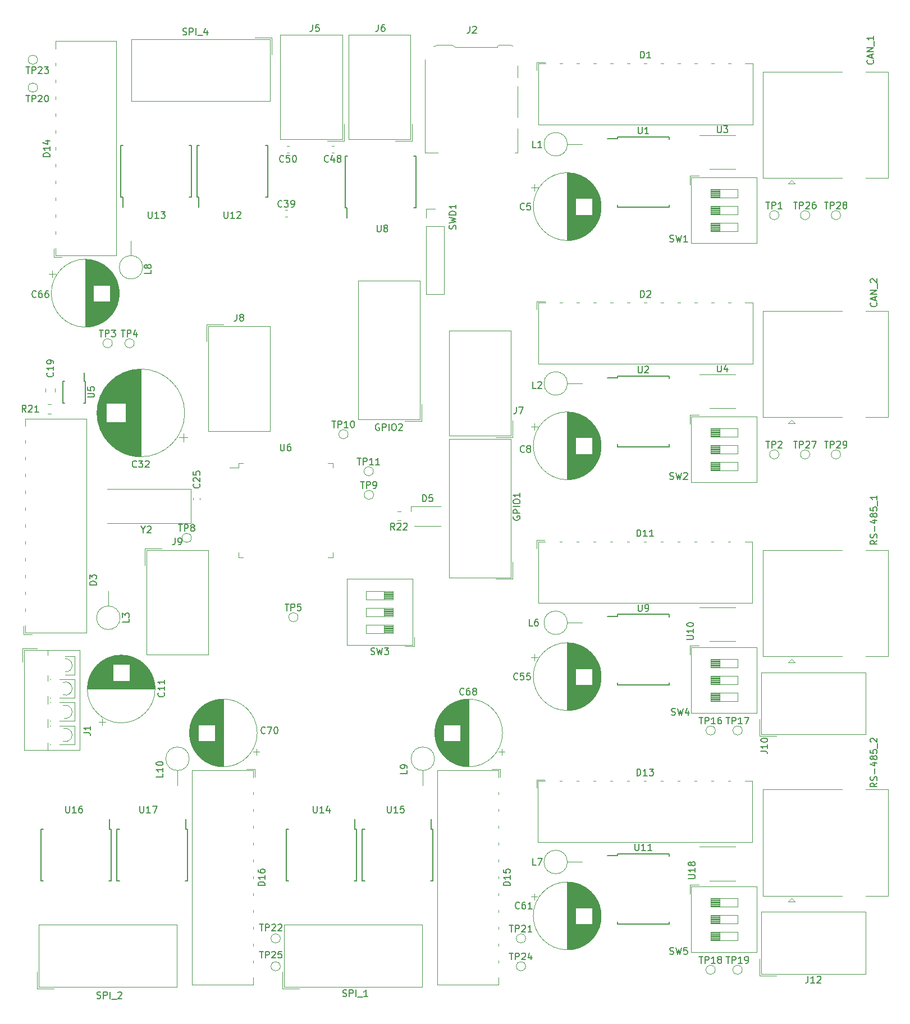
<source format=gbr>
G04 #@! TF.GenerationSoftware,KiCad,Pcbnew,(5.1.0)-1*
G04 #@! TF.CreationDate,2020-04-23T00:51:15+08:00*
G04 #@! TF.ProjectId,main_plat,6d61696e-5f70-46c6-9174-2e6b69636164,rev?*
G04 #@! TF.SameCoordinates,Original*
G04 #@! TF.FileFunction,Legend,Top*
G04 #@! TF.FilePolarity,Positive*
%FSLAX46Y46*%
G04 Gerber Fmt 4.6, Leading zero omitted, Abs format (unit mm)*
G04 Created by KiCad (PCBNEW (5.1.0)-1) date 2020-04-23 00:51:15*
%MOMM*%
%LPD*%
G04 APERTURE LIST*
%ADD10C,0.120000*%
%ADD11C,0.150000*%
G04 APERTURE END LIST*
D10*
X234431000Y-93951000D02*
X234431000Y-92711000D01*
X235671000Y-93951000D02*
X234431000Y-93951000D01*
X234670000Y-61390000D02*
X243891000Y-61390000D01*
X234670000Y-93710000D02*
X243891000Y-93710000D01*
X243891000Y-93710000D02*
X243891000Y-61390000D01*
X234670000Y-62540000D02*
X234670000Y-61390000D01*
X234670000Y-65080000D02*
X234670000Y-64680000D01*
X234670000Y-67620000D02*
X234670000Y-67220000D01*
X234670000Y-70160000D02*
X234670000Y-69760000D01*
X234670000Y-72700000D02*
X234670000Y-72300000D01*
X234670000Y-75240000D02*
X234670000Y-74840000D01*
X234670000Y-77780000D02*
X234670000Y-77380000D01*
X234670000Y-80320000D02*
X234670000Y-79920000D01*
X234670000Y-82860000D02*
X234670000Y-82460000D01*
X234670000Y-85400000D02*
X234670000Y-84999000D01*
X234670000Y-87940000D02*
X234670000Y-87540000D01*
X234670000Y-90480000D02*
X234670000Y-90079000D01*
X234670000Y-93710000D02*
X234670000Y-92620000D01*
X257457000Y-104128000D02*
X259997000Y-104128000D01*
X257457000Y-104128000D02*
X257457000Y-106668000D01*
X257707000Y-104378000D02*
X267057000Y-104378000D01*
X257707000Y-120158000D02*
X257707000Y-104378000D01*
X267057000Y-120158000D02*
X257707000Y-120158000D01*
X267057000Y-104378000D02*
X267057000Y-120158000D01*
X248135000Y-137870000D02*
X250675000Y-137870000D01*
X248135000Y-137870000D02*
X248135000Y-140410000D01*
X248385000Y-138120000D02*
X257735000Y-138120000D01*
X248385000Y-153900000D02*
X248385000Y-138120000D01*
X257735000Y-153900000D02*
X248385000Y-153900000D01*
X257735000Y-138120000D02*
X257735000Y-153900000D01*
X255100000Y-128950000D02*
X242500000Y-128950000D01*
X255100000Y-134050000D02*
X255100000Y-128950000D01*
X242500000Y-134050000D02*
X255100000Y-134050000D01*
X234200354Y-96005000D02*
X234200354Y-97005000D01*
X233700354Y-96505000D02*
X234700354Y-96505000D01*
X244261000Y-98781000D02*
X244261000Y-99979000D01*
X244221000Y-98518000D02*
X244221000Y-100242000D01*
X244181000Y-98318000D02*
X244181000Y-100442000D01*
X244141000Y-98150000D02*
X244141000Y-100610000D01*
X244101000Y-98002000D02*
X244101000Y-100758000D01*
X244061000Y-97870000D02*
X244061000Y-100890000D01*
X244021000Y-97750000D02*
X244021000Y-101010000D01*
X243981000Y-97638000D02*
X243981000Y-101122000D01*
X243941000Y-97534000D02*
X243941000Y-101226000D01*
X243901000Y-97436000D02*
X243901000Y-101324000D01*
X243861000Y-97343000D02*
X243861000Y-101417000D01*
X243821000Y-97255000D02*
X243821000Y-101505000D01*
X243781000Y-97171000D02*
X243781000Y-101589000D01*
X243741000Y-97091000D02*
X243741000Y-101669000D01*
X243701000Y-97015000D02*
X243701000Y-101745000D01*
X243661000Y-96941000D02*
X243661000Y-101819000D01*
X243621000Y-96870000D02*
X243621000Y-101890000D01*
X243581000Y-96801000D02*
X243581000Y-101959000D01*
X243541000Y-96735000D02*
X243541000Y-102025000D01*
X243501000Y-96671000D02*
X243501000Y-102089000D01*
X243461000Y-96610000D02*
X243461000Y-102150000D01*
X243421000Y-96550000D02*
X243421000Y-102210000D01*
X243381000Y-96491000D02*
X243381000Y-102269000D01*
X243341000Y-96435000D02*
X243341000Y-102325000D01*
X243301000Y-96380000D02*
X243301000Y-102380000D01*
X243261000Y-96326000D02*
X243261000Y-102434000D01*
X243221000Y-96274000D02*
X243221000Y-102486000D01*
X243181000Y-96224000D02*
X243181000Y-102536000D01*
X243141000Y-96174000D02*
X243141000Y-102586000D01*
X243101000Y-96126000D02*
X243101000Y-102634000D01*
X243061000Y-96079000D02*
X243061000Y-102681000D01*
X243021000Y-96033000D02*
X243021000Y-102727000D01*
X242981000Y-95988000D02*
X242981000Y-102772000D01*
X242941000Y-95944000D02*
X242941000Y-102816000D01*
X242901000Y-100621000D02*
X242901000Y-102858000D01*
X242901000Y-95902000D02*
X242901000Y-98139000D01*
X242861000Y-100621000D02*
X242861000Y-102900000D01*
X242861000Y-95860000D02*
X242861000Y-98139000D01*
X242821000Y-100621000D02*
X242821000Y-102941000D01*
X242821000Y-95819000D02*
X242821000Y-98139000D01*
X242781000Y-100621000D02*
X242781000Y-102981000D01*
X242781000Y-95779000D02*
X242781000Y-98139000D01*
X242741000Y-100621000D02*
X242741000Y-103020000D01*
X242741000Y-95740000D02*
X242741000Y-98139000D01*
X242701000Y-100621000D02*
X242701000Y-103059000D01*
X242701000Y-95701000D02*
X242701000Y-98139000D01*
X242661000Y-100621000D02*
X242661000Y-103096000D01*
X242661000Y-95664000D02*
X242661000Y-98139000D01*
X242621000Y-100621000D02*
X242621000Y-103133000D01*
X242621000Y-95627000D02*
X242621000Y-98139000D01*
X242581000Y-100621000D02*
X242581000Y-103169000D01*
X242581000Y-95591000D02*
X242581000Y-98139000D01*
X242541000Y-100621000D02*
X242541000Y-103204000D01*
X242541000Y-95556000D02*
X242541000Y-98139000D01*
X242501000Y-100621000D02*
X242501000Y-103238000D01*
X242501000Y-95522000D02*
X242501000Y-98139000D01*
X242461000Y-100621000D02*
X242461000Y-103272000D01*
X242461000Y-95488000D02*
X242461000Y-98139000D01*
X242421000Y-100621000D02*
X242421000Y-103305000D01*
X242421000Y-95455000D02*
X242421000Y-98139000D01*
X242381000Y-100621000D02*
X242381000Y-103337000D01*
X242381000Y-95423000D02*
X242381000Y-98139000D01*
X242341000Y-100621000D02*
X242341000Y-103369000D01*
X242341000Y-95391000D02*
X242341000Y-98139000D01*
X242301000Y-100621000D02*
X242301000Y-103400000D01*
X242301000Y-95360000D02*
X242301000Y-98139000D01*
X242261000Y-100621000D02*
X242261000Y-103430000D01*
X242261000Y-95330000D02*
X242261000Y-98139000D01*
X242221000Y-100621000D02*
X242221000Y-103460000D01*
X242221000Y-95300000D02*
X242221000Y-98139000D01*
X242181000Y-100621000D02*
X242181000Y-103490000D01*
X242181000Y-95270000D02*
X242181000Y-98139000D01*
X242141000Y-100621000D02*
X242141000Y-103518000D01*
X242141000Y-95242000D02*
X242141000Y-98139000D01*
X242101000Y-100621000D02*
X242101000Y-103546000D01*
X242101000Y-95214000D02*
X242101000Y-98139000D01*
X242061000Y-100621000D02*
X242061000Y-103574000D01*
X242061000Y-95186000D02*
X242061000Y-98139000D01*
X242021000Y-100621000D02*
X242021000Y-103601000D01*
X242021000Y-95159000D02*
X242021000Y-98139000D01*
X241981000Y-100621000D02*
X241981000Y-103627000D01*
X241981000Y-95133000D02*
X241981000Y-98139000D01*
X241941000Y-100621000D02*
X241941000Y-103653000D01*
X241941000Y-95107000D02*
X241941000Y-98139000D01*
X241901000Y-100621000D02*
X241901000Y-103678000D01*
X241901000Y-95082000D02*
X241901000Y-98139000D01*
X241861000Y-100621000D02*
X241861000Y-103703000D01*
X241861000Y-95057000D02*
X241861000Y-98139000D01*
X241821000Y-100621000D02*
X241821000Y-103727000D01*
X241821000Y-95033000D02*
X241821000Y-98139000D01*
X241781000Y-100621000D02*
X241781000Y-103751000D01*
X241781000Y-95009000D02*
X241781000Y-98139000D01*
X241741000Y-100621000D02*
X241741000Y-103775000D01*
X241741000Y-94985000D02*
X241741000Y-98139000D01*
X241701000Y-100621000D02*
X241701000Y-103797000D01*
X241701000Y-94963000D02*
X241701000Y-98139000D01*
X241661000Y-100621000D02*
X241661000Y-103820000D01*
X241661000Y-94940000D02*
X241661000Y-98139000D01*
X241621000Y-100621000D02*
X241621000Y-103842000D01*
X241621000Y-94918000D02*
X241621000Y-98139000D01*
X241581000Y-100621000D02*
X241581000Y-103863000D01*
X241581000Y-94897000D02*
X241581000Y-98139000D01*
X241541000Y-100621000D02*
X241541000Y-103884000D01*
X241541000Y-94876000D02*
X241541000Y-98139000D01*
X241501000Y-100621000D02*
X241501000Y-103905000D01*
X241501000Y-94855000D02*
X241501000Y-98139000D01*
X241461000Y-100621000D02*
X241461000Y-103925000D01*
X241461000Y-94835000D02*
X241461000Y-98139000D01*
X241421000Y-100621000D02*
X241421000Y-103944000D01*
X241421000Y-94816000D02*
X241421000Y-98139000D01*
X241381000Y-100621000D02*
X241381000Y-103964000D01*
X241381000Y-94796000D02*
X241381000Y-98139000D01*
X241341000Y-100621000D02*
X241341000Y-103983000D01*
X241341000Y-94777000D02*
X241341000Y-98139000D01*
X241301000Y-100621000D02*
X241301000Y-104001000D01*
X241301000Y-94759000D02*
X241301000Y-98139000D01*
X241261000Y-100621000D02*
X241261000Y-104019000D01*
X241261000Y-94741000D02*
X241261000Y-98139000D01*
X241221000Y-100621000D02*
X241221000Y-104037000D01*
X241221000Y-94723000D02*
X241221000Y-98139000D01*
X241181000Y-100621000D02*
X241181000Y-104054000D01*
X241181000Y-94706000D02*
X241181000Y-98139000D01*
X241141000Y-100621000D02*
X241141000Y-104070000D01*
X241141000Y-94690000D02*
X241141000Y-98139000D01*
X241101000Y-100621000D02*
X241101000Y-104087000D01*
X241101000Y-94673000D02*
X241101000Y-98139000D01*
X241061000Y-100621000D02*
X241061000Y-104103000D01*
X241061000Y-94657000D02*
X241061000Y-98139000D01*
X241021000Y-100621000D02*
X241021000Y-104118000D01*
X241021000Y-94642000D02*
X241021000Y-98139000D01*
X240981000Y-100621000D02*
X240981000Y-104134000D01*
X240981000Y-94626000D02*
X240981000Y-98139000D01*
X240941000Y-100621000D02*
X240941000Y-104148000D01*
X240941000Y-94612000D02*
X240941000Y-98139000D01*
X240901000Y-100621000D02*
X240901000Y-104163000D01*
X240901000Y-94597000D02*
X240901000Y-98139000D01*
X240861000Y-100621000D02*
X240861000Y-104177000D01*
X240861000Y-94583000D02*
X240861000Y-98139000D01*
X240821000Y-100621000D02*
X240821000Y-104191000D01*
X240821000Y-94569000D02*
X240821000Y-98139000D01*
X240781000Y-100621000D02*
X240781000Y-104204000D01*
X240781000Y-94556000D02*
X240781000Y-98139000D01*
X240741000Y-100621000D02*
X240741000Y-104217000D01*
X240741000Y-94543000D02*
X240741000Y-98139000D01*
X240701000Y-100621000D02*
X240701000Y-104230000D01*
X240701000Y-94530000D02*
X240701000Y-98139000D01*
X240661000Y-100621000D02*
X240661000Y-104242000D01*
X240661000Y-94518000D02*
X240661000Y-98139000D01*
X240621000Y-100621000D02*
X240621000Y-104254000D01*
X240621000Y-94506000D02*
X240621000Y-98139000D01*
X240581000Y-100621000D02*
X240581000Y-104265000D01*
X240581000Y-94495000D02*
X240581000Y-98139000D01*
X240541000Y-100621000D02*
X240541000Y-104277000D01*
X240541000Y-94483000D02*
X240541000Y-98139000D01*
X240501000Y-100621000D02*
X240501000Y-104287000D01*
X240501000Y-94473000D02*
X240501000Y-98139000D01*
X240461000Y-100621000D02*
X240461000Y-104298000D01*
X240461000Y-94462000D02*
X240461000Y-98139000D01*
X240421000Y-94452000D02*
X240421000Y-104308000D01*
X240381000Y-94442000D02*
X240381000Y-104318000D01*
X240341000Y-94433000D02*
X240341000Y-104327000D01*
X240301000Y-94424000D02*
X240301000Y-104336000D01*
X240261000Y-94415000D02*
X240261000Y-104345000D01*
X240221000Y-94406000D02*
X240221000Y-104354000D01*
X240181000Y-94398000D02*
X240181000Y-104362000D01*
X240141000Y-94390000D02*
X240141000Y-104370000D01*
X240101000Y-94383000D02*
X240101000Y-104377000D01*
X240061000Y-94376000D02*
X240061000Y-104384000D01*
X240021000Y-94369000D02*
X240021000Y-104391000D01*
X239981000Y-94362000D02*
X239981000Y-104398000D01*
X239941000Y-94356000D02*
X239941000Y-104404000D01*
X239901000Y-94350000D02*
X239901000Y-104410000D01*
X239860000Y-94345000D02*
X239860000Y-104415000D01*
X239820000Y-94340000D02*
X239820000Y-104420000D01*
X239780000Y-94335000D02*
X239780000Y-104425000D01*
X239740000Y-94330000D02*
X239740000Y-104430000D01*
X239700000Y-94326000D02*
X239700000Y-104434000D01*
X239660000Y-94322000D02*
X239660000Y-104438000D01*
X239620000Y-94318000D02*
X239620000Y-104442000D01*
X239580000Y-94315000D02*
X239580000Y-104445000D01*
X239540000Y-94312000D02*
X239540000Y-104448000D01*
X239500000Y-94310000D02*
X239500000Y-104450000D01*
X239460000Y-94307000D02*
X239460000Y-104453000D01*
X239420000Y-94305000D02*
X239420000Y-104455000D01*
X239380000Y-94303000D02*
X239380000Y-104457000D01*
X239340000Y-94302000D02*
X239340000Y-104458000D01*
X239300000Y-94301000D02*
X239300000Y-104459000D01*
X239260000Y-94300000D02*
X239260000Y-104460000D01*
X239220000Y-94300000D02*
X239220000Y-104460000D01*
X239180000Y-94300000D02*
X239180000Y-104460000D01*
X244300000Y-99380000D02*
G75*
G03X244300000Y-99380000I-5120000J0D01*
G01*
X231980000Y-68380000D02*
G75*
G03X231980000Y-68380000I-700000J0D01*
G01*
D11*
X244830000Y-84855000D02*
X244830000Y-86380000D01*
X255205000Y-84855000D02*
X255205000Y-77105000D01*
X244555000Y-84855000D02*
X244555000Y-77105000D01*
X255205000Y-84855000D02*
X254850000Y-84855000D01*
X255205000Y-77105000D02*
X254850000Y-77105000D01*
X244555000Y-77105000D02*
X244910000Y-77105000D01*
X244555000Y-84855000D02*
X244830000Y-84855000D01*
D10*
X246080000Y-93710000D02*
X246080000Y-91500000D01*
X247850000Y-95480000D02*
G75*
G03X247850000Y-95480000I-1770000J0D01*
G01*
X267280000Y-60825000D02*
X267280000Y-63365000D01*
X267280000Y-60825000D02*
X264740000Y-60825000D01*
X267030000Y-61075000D02*
X267030000Y-70425000D01*
X246170000Y-61075000D02*
X267030000Y-61075000D01*
X246170000Y-70425000D02*
X246170000Y-61075000D01*
X267030000Y-70425000D02*
X246170000Y-70425000D01*
D11*
X256330000Y-84855000D02*
X256330000Y-86380000D01*
X266705000Y-84855000D02*
X266705000Y-77105000D01*
X256055000Y-84855000D02*
X256055000Y-77105000D01*
X266705000Y-84855000D02*
X266350000Y-84855000D01*
X266705000Y-77105000D02*
X266350000Y-77105000D01*
X256055000Y-77105000D02*
X256410000Y-77105000D01*
X256055000Y-84855000D02*
X256330000Y-84855000D01*
D10*
X231980000Y-64180000D02*
G75*
G03X231980000Y-64180000I-700000J0D01*
G01*
D11*
X254350000Y-180225000D02*
X254350000Y-178700000D01*
X243975000Y-180225000D02*
X243975000Y-187975000D01*
X254625000Y-180225000D02*
X254625000Y-187975000D01*
X243975000Y-180225000D02*
X244330000Y-180225000D01*
X243975000Y-187975000D02*
X244330000Y-187975000D01*
X254625000Y-187975000D02*
X254270000Y-187975000D01*
X254625000Y-180225000D02*
X254350000Y-180225000D01*
X242850000Y-180225000D02*
X242850000Y-178700000D01*
X232475000Y-180225000D02*
X232475000Y-187975000D01*
X243125000Y-180225000D02*
X243125000Y-187975000D01*
X232475000Y-180225000D02*
X232830000Y-180225000D01*
X232475000Y-187975000D02*
X232830000Y-187975000D01*
X243125000Y-187975000D02*
X242770000Y-187975000D01*
X243125000Y-180225000D02*
X242850000Y-180225000D01*
D10*
X253100000Y-171370000D02*
X253100000Y-173580000D01*
X254870000Y-169600000D02*
G75*
G03X254870000Y-169600000I-1770000J0D01*
G01*
X264749000Y-171129000D02*
X264749000Y-172369000D01*
X263509000Y-171129000D02*
X264749000Y-171129000D01*
X264510000Y-203690000D02*
X255289000Y-203690000D01*
X264510000Y-171370000D02*
X255289000Y-171370000D01*
X255289000Y-171370000D02*
X255289000Y-203690000D01*
X264510000Y-202540000D02*
X264510000Y-203690000D01*
X264510000Y-200000000D02*
X264510000Y-200400000D01*
X264510000Y-197460000D02*
X264510000Y-197860000D01*
X264510000Y-194920000D02*
X264510000Y-195320000D01*
X264510000Y-192380000D02*
X264510000Y-192780000D01*
X264510000Y-189840000D02*
X264510000Y-190240000D01*
X264510000Y-187300000D02*
X264510000Y-187700000D01*
X264510000Y-184760000D02*
X264510000Y-185160000D01*
X264510000Y-182220000D02*
X264510000Y-182620000D01*
X264510000Y-179680000D02*
X264510000Y-180081000D01*
X264510000Y-177140000D02*
X264510000Y-177540000D01*
X264510000Y-174600000D02*
X264510000Y-175001000D01*
X264510000Y-171370000D02*
X264510000Y-172460000D01*
X231900000Y-204255000D02*
X231900000Y-201715000D01*
X231900000Y-204255000D02*
X234440000Y-204255000D01*
X232150000Y-204005000D02*
X232150000Y-194655000D01*
X253010000Y-204005000D02*
X232150000Y-204005000D01*
X253010000Y-194655000D02*
X253010000Y-204005000D01*
X232150000Y-194655000D02*
X253010000Y-194655000D01*
X268600000Y-196700000D02*
G75*
G03X268600000Y-196700000I-700000J0D01*
G01*
X268600000Y-200900000D02*
G75*
G03X268600000Y-200900000I-700000J0D01*
G01*
X264979646Y-169075000D02*
X264979646Y-168075000D01*
X265479646Y-168575000D02*
X264479646Y-168575000D01*
X254919000Y-166299000D02*
X254919000Y-165101000D01*
X254959000Y-166562000D02*
X254959000Y-164838000D01*
X254999000Y-166762000D02*
X254999000Y-164638000D01*
X255039000Y-166930000D02*
X255039000Y-164470000D01*
X255079000Y-167078000D02*
X255079000Y-164322000D01*
X255119000Y-167210000D02*
X255119000Y-164190000D01*
X255159000Y-167330000D02*
X255159000Y-164070000D01*
X255199000Y-167442000D02*
X255199000Y-163958000D01*
X255239000Y-167546000D02*
X255239000Y-163854000D01*
X255279000Y-167644000D02*
X255279000Y-163756000D01*
X255319000Y-167737000D02*
X255319000Y-163663000D01*
X255359000Y-167825000D02*
X255359000Y-163575000D01*
X255399000Y-167909000D02*
X255399000Y-163491000D01*
X255439000Y-167989000D02*
X255439000Y-163411000D01*
X255479000Y-168065000D02*
X255479000Y-163335000D01*
X255519000Y-168139000D02*
X255519000Y-163261000D01*
X255559000Y-168210000D02*
X255559000Y-163190000D01*
X255599000Y-168279000D02*
X255599000Y-163121000D01*
X255639000Y-168345000D02*
X255639000Y-163055000D01*
X255679000Y-168409000D02*
X255679000Y-162991000D01*
X255719000Y-168470000D02*
X255719000Y-162930000D01*
X255759000Y-168530000D02*
X255759000Y-162870000D01*
X255799000Y-168589000D02*
X255799000Y-162811000D01*
X255839000Y-168645000D02*
X255839000Y-162755000D01*
X255879000Y-168700000D02*
X255879000Y-162700000D01*
X255919000Y-168754000D02*
X255919000Y-162646000D01*
X255959000Y-168806000D02*
X255959000Y-162594000D01*
X255999000Y-168856000D02*
X255999000Y-162544000D01*
X256039000Y-168906000D02*
X256039000Y-162494000D01*
X256079000Y-168954000D02*
X256079000Y-162446000D01*
X256119000Y-169001000D02*
X256119000Y-162399000D01*
X256159000Y-169047000D02*
X256159000Y-162353000D01*
X256199000Y-169092000D02*
X256199000Y-162308000D01*
X256239000Y-169136000D02*
X256239000Y-162264000D01*
X256279000Y-164459000D02*
X256279000Y-162222000D01*
X256279000Y-169178000D02*
X256279000Y-166941000D01*
X256319000Y-164459000D02*
X256319000Y-162180000D01*
X256319000Y-169220000D02*
X256319000Y-166941000D01*
X256359000Y-164459000D02*
X256359000Y-162139000D01*
X256359000Y-169261000D02*
X256359000Y-166941000D01*
X256399000Y-164459000D02*
X256399000Y-162099000D01*
X256399000Y-169301000D02*
X256399000Y-166941000D01*
X256439000Y-164459000D02*
X256439000Y-162060000D01*
X256439000Y-169340000D02*
X256439000Y-166941000D01*
X256479000Y-164459000D02*
X256479000Y-162021000D01*
X256479000Y-169379000D02*
X256479000Y-166941000D01*
X256519000Y-164459000D02*
X256519000Y-161984000D01*
X256519000Y-169416000D02*
X256519000Y-166941000D01*
X256559000Y-164459000D02*
X256559000Y-161947000D01*
X256559000Y-169453000D02*
X256559000Y-166941000D01*
X256599000Y-164459000D02*
X256599000Y-161911000D01*
X256599000Y-169489000D02*
X256599000Y-166941000D01*
X256639000Y-164459000D02*
X256639000Y-161876000D01*
X256639000Y-169524000D02*
X256639000Y-166941000D01*
X256679000Y-164459000D02*
X256679000Y-161842000D01*
X256679000Y-169558000D02*
X256679000Y-166941000D01*
X256719000Y-164459000D02*
X256719000Y-161808000D01*
X256719000Y-169592000D02*
X256719000Y-166941000D01*
X256759000Y-164459000D02*
X256759000Y-161775000D01*
X256759000Y-169625000D02*
X256759000Y-166941000D01*
X256799000Y-164459000D02*
X256799000Y-161743000D01*
X256799000Y-169657000D02*
X256799000Y-166941000D01*
X256839000Y-164459000D02*
X256839000Y-161711000D01*
X256839000Y-169689000D02*
X256839000Y-166941000D01*
X256879000Y-164459000D02*
X256879000Y-161680000D01*
X256879000Y-169720000D02*
X256879000Y-166941000D01*
X256919000Y-164459000D02*
X256919000Y-161650000D01*
X256919000Y-169750000D02*
X256919000Y-166941000D01*
X256959000Y-164459000D02*
X256959000Y-161620000D01*
X256959000Y-169780000D02*
X256959000Y-166941000D01*
X256999000Y-164459000D02*
X256999000Y-161590000D01*
X256999000Y-169810000D02*
X256999000Y-166941000D01*
X257039000Y-164459000D02*
X257039000Y-161562000D01*
X257039000Y-169838000D02*
X257039000Y-166941000D01*
X257079000Y-164459000D02*
X257079000Y-161534000D01*
X257079000Y-169866000D02*
X257079000Y-166941000D01*
X257119000Y-164459000D02*
X257119000Y-161506000D01*
X257119000Y-169894000D02*
X257119000Y-166941000D01*
X257159000Y-164459000D02*
X257159000Y-161479000D01*
X257159000Y-169921000D02*
X257159000Y-166941000D01*
X257199000Y-164459000D02*
X257199000Y-161453000D01*
X257199000Y-169947000D02*
X257199000Y-166941000D01*
X257239000Y-164459000D02*
X257239000Y-161427000D01*
X257239000Y-169973000D02*
X257239000Y-166941000D01*
X257279000Y-164459000D02*
X257279000Y-161402000D01*
X257279000Y-169998000D02*
X257279000Y-166941000D01*
X257319000Y-164459000D02*
X257319000Y-161377000D01*
X257319000Y-170023000D02*
X257319000Y-166941000D01*
X257359000Y-164459000D02*
X257359000Y-161353000D01*
X257359000Y-170047000D02*
X257359000Y-166941000D01*
X257399000Y-164459000D02*
X257399000Y-161329000D01*
X257399000Y-170071000D02*
X257399000Y-166941000D01*
X257439000Y-164459000D02*
X257439000Y-161305000D01*
X257439000Y-170095000D02*
X257439000Y-166941000D01*
X257479000Y-164459000D02*
X257479000Y-161283000D01*
X257479000Y-170117000D02*
X257479000Y-166941000D01*
X257519000Y-164459000D02*
X257519000Y-161260000D01*
X257519000Y-170140000D02*
X257519000Y-166941000D01*
X257559000Y-164459000D02*
X257559000Y-161238000D01*
X257559000Y-170162000D02*
X257559000Y-166941000D01*
X257599000Y-164459000D02*
X257599000Y-161217000D01*
X257599000Y-170183000D02*
X257599000Y-166941000D01*
X257639000Y-164459000D02*
X257639000Y-161196000D01*
X257639000Y-170204000D02*
X257639000Y-166941000D01*
X257679000Y-164459000D02*
X257679000Y-161175000D01*
X257679000Y-170225000D02*
X257679000Y-166941000D01*
X257719000Y-164459000D02*
X257719000Y-161155000D01*
X257719000Y-170245000D02*
X257719000Y-166941000D01*
X257759000Y-164459000D02*
X257759000Y-161136000D01*
X257759000Y-170264000D02*
X257759000Y-166941000D01*
X257799000Y-164459000D02*
X257799000Y-161116000D01*
X257799000Y-170284000D02*
X257799000Y-166941000D01*
X257839000Y-164459000D02*
X257839000Y-161097000D01*
X257839000Y-170303000D02*
X257839000Y-166941000D01*
X257879000Y-164459000D02*
X257879000Y-161079000D01*
X257879000Y-170321000D02*
X257879000Y-166941000D01*
X257919000Y-164459000D02*
X257919000Y-161061000D01*
X257919000Y-170339000D02*
X257919000Y-166941000D01*
X257959000Y-164459000D02*
X257959000Y-161043000D01*
X257959000Y-170357000D02*
X257959000Y-166941000D01*
X257999000Y-164459000D02*
X257999000Y-161026000D01*
X257999000Y-170374000D02*
X257999000Y-166941000D01*
X258039000Y-164459000D02*
X258039000Y-161010000D01*
X258039000Y-170390000D02*
X258039000Y-166941000D01*
X258079000Y-164459000D02*
X258079000Y-160993000D01*
X258079000Y-170407000D02*
X258079000Y-166941000D01*
X258119000Y-164459000D02*
X258119000Y-160977000D01*
X258119000Y-170423000D02*
X258119000Y-166941000D01*
X258159000Y-164459000D02*
X258159000Y-160962000D01*
X258159000Y-170438000D02*
X258159000Y-166941000D01*
X258199000Y-164459000D02*
X258199000Y-160946000D01*
X258199000Y-170454000D02*
X258199000Y-166941000D01*
X258239000Y-164459000D02*
X258239000Y-160932000D01*
X258239000Y-170468000D02*
X258239000Y-166941000D01*
X258279000Y-164459000D02*
X258279000Y-160917000D01*
X258279000Y-170483000D02*
X258279000Y-166941000D01*
X258319000Y-164459000D02*
X258319000Y-160903000D01*
X258319000Y-170497000D02*
X258319000Y-166941000D01*
X258359000Y-164459000D02*
X258359000Y-160889000D01*
X258359000Y-170511000D02*
X258359000Y-166941000D01*
X258399000Y-164459000D02*
X258399000Y-160876000D01*
X258399000Y-170524000D02*
X258399000Y-166941000D01*
X258439000Y-164459000D02*
X258439000Y-160863000D01*
X258439000Y-170537000D02*
X258439000Y-166941000D01*
X258479000Y-164459000D02*
X258479000Y-160850000D01*
X258479000Y-170550000D02*
X258479000Y-166941000D01*
X258519000Y-164459000D02*
X258519000Y-160838000D01*
X258519000Y-170562000D02*
X258519000Y-166941000D01*
X258559000Y-164459000D02*
X258559000Y-160826000D01*
X258559000Y-170574000D02*
X258559000Y-166941000D01*
X258599000Y-164459000D02*
X258599000Y-160815000D01*
X258599000Y-170585000D02*
X258599000Y-166941000D01*
X258639000Y-164459000D02*
X258639000Y-160803000D01*
X258639000Y-170597000D02*
X258639000Y-166941000D01*
X258679000Y-164459000D02*
X258679000Y-160793000D01*
X258679000Y-170607000D02*
X258679000Y-166941000D01*
X258719000Y-164459000D02*
X258719000Y-160782000D01*
X258719000Y-170618000D02*
X258719000Y-166941000D01*
X258759000Y-170628000D02*
X258759000Y-160772000D01*
X258799000Y-170638000D02*
X258799000Y-160762000D01*
X258839000Y-170647000D02*
X258839000Y-160753000D01*
X258879000Y-170656000D02*
X258879000Y-160744000D01*
X258919000Y-170665000D02*
X258919000Y-160735000D01*
X258959000Y-170674000D02*
X258959000Y-160726000D01*
X258999000Y-170682000D02*
X258999000Y-160718000D01*
X259039000Y-170690000D02*
X259039000Y-160710000D01*
X259079000Y-170697000D02*
X259079000Y-160703000D01*
X259119000Y-170704000D02*
X259119000Y-160696000D01*
X259159000Y-170711000D02*
X259159000Y-160689000D01*
X259199000Y-170718000D02*
X259199000Y-160682000D01*
X259239000Y-170724000D02*
X259239000Y-160676000D01*
X259279000Y-170730000D02*
X259279000Y-160670000D01*
X259320000Y-170735000D02*
X259320000Y-160665000D01*
X259360000Y-170740000D02*
X259360000Y-160660000D01*
X259400000Y-170745000D02*
X259400000Y-160655000D01*
X259440000Y-170750000D02*
X259440000Y-160650000D01*
X259480000Y-170754000D02*
X259480000Y-160646000D01*
X259520000Y-170758000D02*
X259520000Y-160642000D01*
X259560000Y-170762000D02*
X259560000Y-160638000D01*
X259600000Y-170765000D02*
X259600000Y-160635000D01*
X259640000Y-170768000D02*
X259640000Y-160632000D01*
X259680000Y-170770000D02*
X259680000Y-160630000D01*
X259720000Y-170773000D02*
X259720000Y-160627000D01*
X259760000Y-170775000D02*
X259760000Y-160625000D01*
X259800000Y-170777000D02*
X259800000Y-160623000D01*
X259840000Y-170778000D02*
X259840000Y-160622000D01*
X259880000Y-170779000D02*
X259880000Y-160621000D01*
X259920000Y-170780000D02*
X259920000Y-160620000D01*
X259960000Y-170780000D02*
X259960000Y-160620000D01*
X260000000Y-170780000D02*
X260000000Y-160620000D01*
X265120000Y-165700000D02*
G75*
G03X265120000Y-165700000I-5120000J0D01*
G01*
X335285000Y-75560000D02*
X331835000Y-75560000D01*
X335285000Y-75560000D02*
X337235000Y-75560000D01*
X335285000Y-80680000D02*
X333335000Y-80680000D01*
X335285000Y-80680000D02*
X337235000Y-80680000D01*
X348450000Y-87620000D02*
G75*
G03X348450000Y-87620000I-700000J0D01*
G01*
X353100000Y-87620000D02*
G75*
G03X353100000Y-87620000I-700000J0D01*
G01*
X343800000Y-87620000D02*
G75*
G03X343800000Y-87620000I-700000J0D01*
G01*
D11*
X319472000Y-76070000D02*
X317947000Y-76070000D01*
X319472000Y-86445000D02*
X327222000Y-86445000D01*
X319472000Y-75795000D02*
X327222000Y-75795000D01*
X319472000Y-86445000D02*
X319472000Y-86090000D01*
X327222000Y-86445000D02*
X327222000Y-86090000D01*
X327222000Y-75795000D02*
X327222000Y-76150000D01*
X319472000Y-75795000D02*
X319472000Y-76070000D01*
D10*
X334862333Y-88765000D02*
X334862333Y-90035000D01*
X333509000Y-89965000D02*
X334862333Y-89965000D01*
X333509000Y-89845000D02*
X334862333Y-89845000D01*
X333509000Y-89725000D02*
X334862333Y-89725000D01*
X333509000Y-89605000D02*
X334862333Y-89605000D01*
X333509000Y-89485000D02*
X334862333Y-89485000D01*
X333509000Y-89365000D02*
X334862333Y-89365000D01*
X333509000Y-89245000D02*
X334862333Y-89245000D01*
X333509000Y-89125000D02*
X334862333Y-89125000D01*
X333509000Y-89005000D02*
X334862333Y-89005000D01*
X333509000Y-88885000D02*
X334862333Y-88885000D01*
X337569000Y-88765000D02*
X333509000Y-88765000D01*
X337569000Y-90035000D02*
X337569000Y-88765000D01*
X333509000Y-90035000D02*
X337569000Y-90035000D01*
X333509000Y-88765000D02*
X333509000Y-90035000D01*
X334862333Y-86225000D02*
X334862333Y-87495000D01*
X333509000Y-87425000D02*
X334862333Y-87425000D01*
X333509000Y-87305000D02*
X334862333Y-87305000D01*
X333509000Y-87185000D02*
X334862333Y-87185000D01*
X333509000Y-87065000D02*
X334862333Y-87065000D01*
X333509000Y-86945000D02*
X334862333Y-86945000D01*
X333509000Y-86825000D02*
X334862333Y-86825000D01*
X333509000Y-86705000D02*
X334862333Y-86705000D01*
X333509000Y-86585000D02*
X334862333Y-86585000D01*
X333509000Y-86465000D02*
X334862333Y-86465000D01*
X333509000Y-86345000D02*
X334862333Y-86345000D01*
X337569000Y-86225000D02*
X333509000Y-86225000D01*
X337569000Y-87495000D02*
X337569000Y-86225000D01*
X333509000Y-87495000D02*
X337569000Y-87495000D01*
X333509000Y-86225000D02*
X333509000Y-87495000D01*
X334862333Y-83685000D02*
X334862333Y-84955000D01*
X333509000Y-84885000D02*
X334862333Y-84885000D01*
X333509000Y-84765000D02*
X334862333Y-84765000D01*
X333509000Y-84645000D02*
X334862333Y-84645000D01*
X333509000Y-84525000D02*
X334862333Y-84525000D01*
X333509000Y-84405000D02*
X334862333Y-84405000D01*
X333509000Y-84285000D02*
X334862333Y-84285000D01*
X333509000Y-84165000D02*
X334862333Y-84165000D01*
X333509000Y-84045000D02*
X334862333Y-84045000D01*
X333509000Y-83925000D02*
X334862333Y-83925000D01*
X333509000Y-83805000D02*
X334862333Y-83805000D01*
X337569000Y-83685000D02*
X333509000Y-83685000D01*
X337569000Y-84955000D02*
X337569000Y-83685000D01*
X333509000Y-84955000D02*
X337569000Y-84955000D01*
X333509000Y-83685000D02*
X333509000Y-84955000D01*
X330349000Y-81660000D02*
X330349000Y-83043000D01*
X330349000Y-81660000D02*
X331733000Y-81660000D01*
X340489000Y-81900000D02*
X340489000Y-91820000D01*
X330589000Y-81900000D02*
X330589000Y-91820000D01*
X330589000Y-91820000D02*
X340489000Y-91820000D01*
X330589000Y-81900000D02*
X340489000Y-81900000D01*
X307309000Y-64527000D02*
X308549000Y-64527000D01*
X307309000Y-65767000D02*
X307309000Y-64527000D01*
X339870000Y-64766000D02*
X339870000Y-73987000D01*
X307550000Y-64766000D02*
X307550000Y-73987000D01*
X307550000Y-73987000D02*
X339870000Y-73987000D01*
X338720000Y-64766000D02*
X339870000Y-64766000D01*
X336180000Y-64766000D02*
X336580000Y-64766000D01*
X333640000Y-64766000D02*
X334040000Y-64766000D01*
X331100000Y-64766000D02*
X331500000Y-64766000D01*
X328560000Y-64766000D02*
X328960000Y-64766000D01*
X326020000Y-64766000D02*
X326420000Y-64766000D01*
X323480000Y-64766000D02*
X323880000Y-64766000D01*
X320940000Y-64766000D02*
X321340000Y-64766000D01*
X318400000Y-64766000D02*
X318800000Y-64766000D01*
X315860000Y-64766000D02*
X316261000Y-64766000D01*
X313320000Y-64766000D02*
X313720000Y-64766000D01*
X310780000Y-64766000D02*
X311181000Y-64766000D01*
X307550000Y-64766000D02*
X308640000Y-64766000D01*
X311909000Y-76920000D02*
X314119000Y-76920000D01*
X311909000Y-76920000D02*
G75*
G03X311909000Y-76920000I-1770000J0D01*
G01*
X356849000Y-82012000D02*
X360289000Y-82012000D01*
X346207000Y-82888000D02*
X345699000Y-82380000D01*
X345191000Y-82888000D02*
X346207000Y-82888000D01*
X345699000Y-82380000D02*
X345191000Y-82888000D01*
X356849000Y-65992000D02*
X360289000Y-65992000D01*
X360289000Y-65992000D02*
X360289000Y-82012000D01*
X341419000Y-82012000D02*
X353349000Y-82012000D01*
X341419000Y-65992000D02*
X341419000Y-82012000D01*
X341419000Y-65992000D02*
X353349000Y-65992000D01*
X306897354Y-82945000D02*
X306897354Y-83945000D01*
X306397354Y-83445000D02*
X307397354Y-83445000D01*
X316958000Y-85721000D02*
X316958000Y-86919000D01*
X316918000Y-85458000D02*
X316918000Y-87182000D01*
X316878000Y-85258000D02*
X316878000Y-87382000D01*
X316838000Y-85090000D02*
X316838000Y-87550000D01*
X316798000Y-84942000D02*
X316798000Y-87698000D01*
X316758000Y-84810000D02*
X316758000Y-87830000D01*
X316718000Y-84690000D02*
X316718000Y-87950000D01*
X316678000Y-84578000D02*
X316678000Y-88062000D01*
X316638000Y-84474000D02*
X316638000Y-88166000D01*
X316598000Y-84376000D02*
X316598000Y-88264000D01*
X316558000Y-84283000D02*
X316558000Y-88357000D01*
X316518000Y-84195000D02*
X316518000Y-88445000D01*
X316478000Y-84111000D02*
X316478000Y-88529000D01*
X316438000Y-84031000D02*
X316438000Y-88609000D01*
X316398000Y-83955000D02*
X316398000Y-88685000D01*
X316358000Y-83881000D02*
X316358000Y-88759000D01*
X316318000Y-83810000D02*
X316318000Y-88830000D01*
X316278000Y-83741000D02*
X316278000Y-88899000D01*
X316238000Y-83675000D02*
X316238000Y-88965000D01*
X316198000Y-83611000D02*
X316198000Y-89029000D01*
X316158000Y-83550000D02*
X316158000Y-89090000D01*
X316118000Y-83490000D02*
X316118000Y-89150000D01*
X316078000Y-83431000D02*
X316078000Y-89209000D01*
X316038000Y-83375000D02*
X316038000Y-89265000D01*
X315998000Y-83320000D02*
X315998000Y-89320000D01*
X315958000Y-83266000D02*
X315958000Y-89374000D01*
X315918000Y-83214000D02*
X315918000Y-89426000D01*
X315878000Y-83164000D02*
X315878000Y-89476000D01*
X315838000Y-83114000D02*
X315838000Y-89526000D01*
X315798000Y-83066000D02*
X315798000Y-89574000D01*
X315758000Y-83019000D02*
X315758000Y-89621000D01*
X315718000Y-82973000D02*
X315718000Y-89667000D01*
X315678000Y-82928000D02*
X315678000Y-89712000D01*
X315638000Y-82884000D02*
X315638000Y-89756000D01*
X315598000Y-87561000D02*
X315598000Y-89798000D01*
X315598000Y-82842000D02*
X315598000Y-85079000D01*
X315558000Y-87561000D02*
X315558000Y-89840000D01*
X315558000Y-82800000D02*
X315558000Y-85079000D01*
X315518000Y-87561000D02*
X315518000Y-89881000D01*
X315518000Y-82759000D02*
X315518000Y-85079000D01*
X315478000Y-87561000D02*
X315478000Y-89921000D01*
X315478000Y-82719000D02*
X315478000Y-85079000D01*
X315438000Y-87561000D02*
X315438000Y-89960000D01*
X315438000Y-82680000D02*
X315438000Y-85079000D01*
X315398000Y-87561000D02*
X315398000Y-89999000D01*
X315398000Y-82641000D02*
X315398000Y-85079000D01*
X315358000Y-87561000D02*
X315358000Y-90036000D01*
X315358000Y-82604000D02*
X315358000Y-85079000D01*
X315318000Y-87561000D02*
X315318000Y-90073000D01*
X315318000Y-82567000D02*
X315318000Y-85079000D01*
X315278000Y-87561000D02*
X315278000Y-90109000D01*
X315278000Y-82531000D02*
X315278000Y-85079000D01*
X315238000Y-87561000D02*
X315238000Y-90144000D01*
X315238000Y-82496000D02*
X315238000Y-85079000D01*
X315198000Y-87561000D02*
X315198000Y-90178000D01*
X315198000Y-82462000D02*
X315198000Y-85079000D01*
X315158000Y-87561000D02*
X315158000Y-90212000D01*
X315158000Y-82428000D02*
X315158000Y-85079000D01*
X315118000Y-87561000D02*
X315118000Y-90245000D01*
X315118000Y-82395000D02*
X315118000Y-85079000D01*
X315078000Y-87561000D02*
X315078000Y-90277000D01*
X315078000Y-82363000D02*
X315078000Y-85079000D01*
X315038000Y-87561000D02*
X315038000Y-90309000D01*
X315038000Y-82331000D02*
X315038000Y-85079000D01*
X314998000Y-87561000D02*
X314998000Y-90340000D01*
X314998000Y-82300000D02*
X314998000Y-85079000D01*
X314958000Y-87561000D02*
X314958000Y-90370000D01*
X314958000Y-82270000D02*
X314958000Y-85079000D01*
X314918000Y-87561000D02*
X314918000Y-90400000D01*
X314918000Y-82240000D02*
X314918000Y-85079000D01*
X314878000Y-87561000D02*
X314878000Y-90430000D01*
X314878000Y-82210000D02*
X314878000Y-85079000D01*
X314838000Y-87561000D02*
X314838000Y-90458000D01*
X314838000Y-82182000D02*
X314838000Y-85079000D01*
X314798000Y-87561000D02*
X314798000Y-90486000D01*
X314798000Y-82154000D02*
X314798000Y-85079000D01*
X314758000Y-87561000D02*
X314758000Y-90514000D01*
X314758000Y-82126000D02*
X314758000Y-85079000D01*
X314718000Y-87561000D02*
X314718000Y-90541000D01*
X314718000Y-82099000D02*
X314718000Y-85079000D01*
X314678000Y-87561000D02*
X314678000Y-90567000D01*
X314678000Y-82073000D02*
X314678000Y-85079000D01*
X314638000Y-87561000D02*
X314638000Y-90593000D01*
X314638000Y-82047000D02*
X314638000Y-85079000D01*
X314598000Y-87561000D02*
X314598000Y-90618000D01*
X314598000Y-82022000D02*
X314598000Y-85079000D01*
X314558000Y-87561000D02*
X314558000Y-90643000D01*
X314558000Y-81997000D02*
X314558000Y-85079000D01*
X314518000Y-87561000D02*
X314518000Y-90667000D01*
X314518000Y-81973000D02*
X314518000Y-85079000D01*
X314478000Y-87561000D02*
X314478000Y-90691000D01*
X314478000Y-81949000D02*
X314478000Y-85079000D01*
X314438000Y-87561000D02*
X314438000Y-90715000D01*
X314438000Y-81925000D02*
X314438000Y-85079000D01*
X314398000Y-87561000D02*
X314398000Y-90737000D01*
X314398000Y-81903000D02*
X314398000Y-85079000D01*
X314358000Y-87561000D02*
X314358000Y-90760000D01*
X314358000Y-81880000D02*
X314358000Y-85079000D01*
X314318000Y-87561000D02*
X314318000Y-90782000D01*
X314318000Y-81858000D02*
X314318000Y-85079000D01*
X314278000Y-87561000D02*
X314278000Y-90803000D01*
X314278000Y-81837000D02*
X314278000Y-85079000D01*
X314238000Y-87561000D02*
X314238000Y-90824000D01*
X314238000Y-81816000D02*
X314238000Y-85079000D01*
X314198000Y-87561000D02*
X314198000Y-90845000D01*
X314198000Y-81795000D02*
X314198000Y-85079000D01*
X314158000Y-87561000D02*
X314158000Y-90865000D01*
X314158000Y-81775000D02*
X314158000Y-85079000D01*
X314118000Y-87561000D02*
X314118000Y-90884000D01*
X314118000Y-81756000D02*
X314118000Y-85079000D01*
X314078000Y-87561000D02*
X314078000Y-90904000D01*
X314078000Y-81736000D02*
X314078000Y-85079000D01*
X314038000Y-87561000D02*
X314038000Y-90923000D01*
X314038000Y-81717000D02*
X314038000Y-85079000D01*
X313998000Y-87561000D02*
X313998000Y-90941000D01*
X313998000Y-81699000D02*
X313998000Y-85079000D01*
X313958000Y-87561000D02*
X313958000Y-90959000D01*
X313958000Y-81681000D02*
X313958000Y-85079000D01*
X313918000Y-87561000D02*
X313918000Y-90977000D01*
X313918000Y-81663000D02*
X313918000Y-85079000D01*
X313878000Y-87561000D02*
X313878000Y-90994000D01*
X313878000Y-81646000D02*
X313878000Y-85079000D01*
X313838000Y-87561000D02*
X313838000Y-91010000D01*
X313838000Y-81630000D02*
X313838000Y-85079000D01*
X313798000Y-87561000D02*
X313798000Y-91027000D01*
X313798000Y-81613000D02*
X313798000Y-85079000D01*
X313758000Y-87561000D02*
X313758000Y-91043000D01*
X313758000Y-81597000D02*
X313758000Y-85079000D01*
X313718000Y-87561000D02*
X313718000Y-91058000D01*
X313718000Y-81582000D02*
X313718000Y-85079000D01*
X313678000Y-87561000D02*
X313678000Y-91074000D01*
X313678000Y-81566000D02*
X313678000Y-85079000D01*
X313638000Y-87561000D02*
X313638000Y-91088000D01*
X313638000Y-81552000D02*
X313638000Y-85079000D01*
X313598000Y-87561000D02*
X313598000Y-91103000D01*
X313598000Y-81537000D02*
X313598000Y-85079000D01*
X313558000Y-87561000D02*
X313558000Y-91117000D01*
X313558000Y-81523000D02*
X313558000Y-85079000D01*
X313518000Y-87561000D02*
X313518000Y-91131000D01*
X313518000Y-81509000D02*
X313518000Y-85079000D01*
X313478000Y-87561000D02*
X313478000Y-91144000D01*
X313478000Y-81496000D02*
X313478000Y-85079000D01*
X313438000Y-87561000D02*
X313438000Y-91157000D01*
X313438000Y-81483000D02*
X313438000Y-85079000D01*
X313398000Y-87561000D02*
X313398000Y-91170000D01*
X313398000Y-81470000D02*
X313398000Y-85079000D01*
X313358000Y-87561000D02*
X313358000Y-91182000D01*
X313358000Y-81458000D02*
X313358000Y-85079000D01*
X313318000Y-87561000D02*
X313318000Y-91194000D01*
X313318000Y-81446000D02*
X313318000Y-85079000D01*
X313278000Y-87561000D02*
X313278000Y-91205000D01*
X313278000Y-81435000D02*
X313278000Y-85079000D01*
X313238000Y-87561000D02*
X313238000Y-91217000D01*
X313238000Y-81423000D02*
X313238000Y-85079000D01*
X313198000Y-87561000D02*
X313198000Y-91227000D01*
X313198000Y-81413000D02*
X313198000Y-85079000D01*
X313158000Y-87561000D02*
X313158000Y-91238000D01*
X313158000Y-81402000D02*
X313158000Y-85079000D01*
X313118000Y-81392000D02*
X313118000Y-91248000D01*
X313078000Y-81382000D02*
X313078000Y-91258000D01*
X313038000Y-81373000D02*
X313038000Y-91267000D01*
X312998000Y-81364000D02*
X312998000Y-91276000D01*
X312958000Y-81355000D02*
X312958000Y-91285000D01*
X312918000Y-81346000D02*
X312918000Y-91294000D01*
X312878000Y-81338000D02*
X312878000Y-91302000D01*
X312838000Y-81330000D02*
X312838000Y-91310000D01*
X312798000Y-81323000D02*
X312798000Y-91317000D01*
X312758000Y-81316000D02*
X312758000Y-91324000D01*
X312718000Y-81309000D02*
X312718000Y-91331000D01*
X312678000Y-81302000D02*
X312678000Y-91338000D01*
X312638000Y-81296000D02*
X312638000Y-91344000D01*
X312598000Y-81290000D02*
X312598000Y-91350000D01*
X312557000Y-81285000D02*
X312557000Y-91355000D01*
X312517000Y-81280000D02*
X312517000Y-91360000D01*
X312477000Y-81275000D02*
X312477000Y-91365000D01*
X312437000Y-81270000D02*
X312437000Y-91370000D01*
X312397000Y-81266000D02*
X312397000Y-91374000D01*
X312357000Y-81262000D02*
X312357000Y-91378000D01*
X312317000Y-81258000D02*
X312317000Y-91382000D01*
X312277000Y-81255000D02*
X312277000Y-91385000D01*
X312237000Y-81252000D02*
X312237000Y-91388000D01*
X312197000Y-81250000D02*
X312197000Y-91390000D01*
X312157000Y-81247000D02*
X312157000Y-91393000D01*
X312117000Y-81245000D02*
X312117000Y-91395000D01*
X312077000Y-81243000D02*
X312077000Y-91397000D01*
X312037000Y-81242000D02*
X312037000Y-91398000D01*
X311997000Y-81241000D02*
X311997000Y-91399000D01*
X311957000Y-81240000D02*
X311957000Y-91400000D01*
X311917000Y-81240000D02*
X311917000Y-91400000D01*
X311877000Y-81240000D02*
X311877000Y-91400000D01*
X316997000Y-86320000D02*
G75*
G03X316997000Y-86320000I-5120000J0D01*
G01*
X334862333Y-159624000D02*
X334862333Y-160894000D01*
X333509000Y-160824000D02*
X334862333Y-160824000D01*
X333509000Y-160704000D02*
X334862333Y-160704000D01*
X333509000Y-160584000D02*
X334862333Y-160584000D01*
X333509000Y-160464000D02*
X334862333Y-160464000D01*
X333509000Y-160344000D02*
X334862333Y-160344000D01*
X333509000Y-160224000D02*
X334862333Y-160224000D01*
X333509000Y-160104000D02*
X334862333Y-160104000D01*
X333509000Y-159984000D02*
X334862333Y-159984000D01*
X333509000Y-159864000D02*
X334862333Y-159864000D01*
X333509000Y-159744000D02*
X334862333Y-159744000D01*
X337569000Y-159624000D02*
X333509000Y-159624000D01*
X337569000Y-160894000D02*
X337569000Y-159624000D01*
X333509000Y-160894000D02*
X337569000Y-160894000D01*
X333509000Y-159624000D02*
X333509000Y-160894000D01*
X334862333Y-157084000D02*
X334862333Y-158354000D01*
X333509000Y-158284000D02*
X334862333Y-158284000D01*
X333509000Y-158164000D02*
X334862333Y-158164000D01*
X333509000Y-158044000D02*
X334862333Y-158044000D01*
X333509000Y-157924000D02*
X334862333Y-157924000D01*
X333509000Y-157804000D02*
X334862333Y-157804000D01*
X333509000Y-157684000D02*
X334862333Y-157684000D01*
X333509000Y-157564000D02*
X334862333Y-157564000D01*
X333509000Y-157444000D02*
X334862333Y-157444000D01*
X333509000Y-157324000D02*
X334862333Y-157324000D01*
X333509000Y-157204000D02*
X334862333Y-157204000D01*
X337569000Y-157084000D02*
X333509000Y-157084000D01*
X337569000Y-158354000D02*
X337569000Y-157084000D01*
X333509000Y-158354000D02*
X337569000Y-158354000D01*
X333509000Y-157084000D02*
X333509000Y-158354000D01*
X334862333Y-154544000D02*
X334862333Y-155814000D01*
X333509000Y-155744000D02*
X334862333Y-155744000D01*
X333509000Y-155624000D02*
X334862333Y-155624000D01*
X333509000Y-155504000D02*
X334862333Y-155504000D01*
X333509000Y-155384000D02*
X334862333Y-155384000D01*
X333509000Y-155264000D02*
X334862333Y-155264000D01*
X333509000Y-155144000D02*
X334862333Y-155144000D01*
X333509000Y-155024000D02*
X334862333Y-155024000D01*
X333509000Y-154904000D02*
X334862333Y-154904000D01*
X333509000Y-154784000D02*
X334862333Y-154784000D01*
X333509000Y-154664000D02*
X334862333Y-154664000D01*
X337569000Y-154544000D02*
X333509000Y-154544000D01*
X337569000Y-155814000D02*
X337569000Y-154544000D01*
X333509000Y-155814000D02*
X337569000Y-155814000D01*
X333509000Y-154544000D02*
X333509000Y-155814000D01*
X330349000Y-152519000D02*
X330349000Y-153902000D01*
X330349000Y-152519000D02*
X331733000Y-152519000D01*
X340489000Y-152759000D02*
X340489000Y-162679000D01*
X330589000Y-152759000D02*
X330589000Y-162679000D01*
X330589000Y-162679000D02*
X340489000Y-162679000D01*
X330589000Y-152759000D02*
X340489000Y-152759000D01*
X334207000Y-165339000D02*
G75*
G03X334207000Y-165339000I-700000J0D01*
G01*
X335285000Y-146777000D02*
X331835000Y-146777000D01*
X335285000Y-146777000D02*
X337235000Y-146777000D01*
X335285000Y-151897000D02*
X333335000Y-151897000D01*
X335285000Y-151897000D02*
X337235000Y-151897000D01*
X338271000Y-165339000D02*
G75*
G03X338271000Y-165339000I-700000J0D01*
G01*
D11*
X319472000Y-148097000D02*
X317947000Y-148097000D01*
X319472000Y-158472000D02*
X327222000Y-158472000D01*
X319472000Y-147822000D02*
X327222000Y-147822000D01*
X319472000Y-158472000D02*
X319472000Y-158117000D01*
X327222000Y-158472000D02*
X327222000Y-158117000D01*
X327222000Y-147822000D02*
X327222000Y-148177000D01*
X319472000Y-147822000D02*
X319472000Y-148097000D01*
D10*
X306897354Y-153836000D02*
X306897354Y-154836000D01*
X306397354Y-154336000D02*
X307397354Y-154336000D01*
X316958000Y-156612000D02*
X316958000Y-157810000D01*
X316918000Y-156349000D02*
X316918000Y-158073000D01*
X316878000Y-156149000D02*
X316878000Y-158273000D01*
X316838000Y-155981000D02*
X316838000Y-158441000D01*
X316798000Y-155833000D02*
X316798000Y-158589000D01*
X316758000Y-155701000D02*
X316758000Y-158721000D01*
X316718000Y-155581000D02*
X316718000Y-158841000D01*
X316678000Y-155469000D02*
X316678000Y-158953000D01*
X316638000Y-155365000D02*
X316638000Y-159057000D01*
X316598000Y-155267000D02*
X316598000Y-159155000D01*
X316558000Y-155174000D02*
X316558000Y-159248000D01*
X316518000Y-155086000D02*
X316518000Y-159336000D01*
X316478000Y-155002000D02*
X316478000Y-159420000D01*
X316438000Y-154922000D02*
X316438000Y-159500000D01*
X316398000Y-154846000D02*
X316398000Y-159576000D01*
X316358000Y-154772000D02*
X316358000Y-159650000D01*
X316318000Y-154701000D02*
X316318000Y-159721000D01*
X316278000Y-154632000D02*
X316278000Y-159790000D01*
X316238000Y-154566000D02*
X316238000Y-159856000D01*
X316198000Y-154502000D02*
X316198000Y-159920000D01*
X316158000Y-154441000D02*
X316158000Y-159981000D01*
X316118000Y-154381000D02*
X316118000Y-160041000D01*
X316078000Y-154322000D02*
X316078000Y-160100000D01*
X316038000Y-154266000D02*
X316038000Y-160156000D01*
X315998000Y-154211000D02*
X315998000Y-160211000D01*
X315958000Y-154157000D02*
X315958000Y-160265000D01*
X315918000Y-154105000D02*
X315918000Y-160317000D01*
X315878000Y-154055000D02*
X315878000Y-160367000D01*
X315838000Y-154005000D02*
X315838000Y-160417000D01*
X315798000Y-153957000D02*
X315798000Y-160465000D01*
X315758000Y-153910000D02*
X315758000Y-160512000D01*
X315718000Y-153864000D02*
X315718000Y-160558000D01*
X315678000Y-153819000D02*
X315678000Y-160603000D01*
X315638000Y-153775000D02*
X315638000Y-160647000D01*
X315598000Y-158452000D02*
X315598000Y-160689000D01*
X315598000Y-153733000D02*
X315598000Y-155970000D01*
X315558000Y-158452000D02*
X315558000Y-160731000D01*
X315558000Y-153691000D02*
X315558000Y-155970000D01*
X315518000Y-158452000D02*
X315518000Y-160772000D01*
X315518000Y-153650000D02*
X315518000Y-155970000D01*
X315478000Y-158452000D02*
X315478000Y-160812000D01*
X315478000Y-153610000D02*
X315478000Y-155970000D01*
X315438000Y-158452000D02*
X315438000Y-160851000D01*
X315438000Y-153571000D02*
X315438000Y-155970000D01*
X315398000Y-158452000D02*
X315398000Y-160890000D01*
X315398000Y-153532000D02*
X315398000Y-155970000D01*
X315358000Y-158452000D02*
X315358000Y-160927000D01*
X315358000Y-153495000D02*
X315358000Y-155970000D01*
X315318000Y-158452000D02*
X315318000Y-160964000D01*
X315318000Y-153458000D02*
X315318000Y-155970000D01*
X315278000Y-158452000D02*
X315278000Y-161000000D01*
X315278000Y-153422000D02*
X315278000Y-155970000D01*
X315238000Y-158452000D02*
X315238000Y-161035000D01*
X315238000Y-153387000D02*
X315238000Y-155970000D01*
X315198000Y-158452000D02*
X315198000Y-161069000D01*
X315198000Y-153353000D02*
X315198000Y-155970000D01*
X315158000Y-158452000D02*
X315158000Y-161103000D01*
X315158000Y-153319000D02*
X315158000Y-155970000D01*
X315118000Y-158452000D02*
X315118000Y-161136000D01*
X315118000Y-153286000D02*
X315118000Y-155970000D01*
X315078000Y-158452000D02*
X315078000Y-161168000D01*
X315078000Y-153254000D02*
X315078000Y-155970000D01*
X315038000Y-158452000D02*
X315038000Y-161200000D01*
X315038000Y-153222000D02*
X315038000Y-155970000D01*
X314998000Y-158452000D02*
X314998000Y-161231000D01*
X314998000Y-153191000D02*
X314998000Y-155970000D01*
X314958000Y-158452000D02*
X314958000Y-161261000D01*
X314958000Y-153161000D02*
X314958000Y-155970000D01*
X314918000Y-158452000D02*
X314918000Y-161291000D01*
X314918000Y-153131000D02*
X314918000Y-155970000D01*
X314878000Y-158452000D02*
X314878000Y-161321000D01*
X314878000Y-153101000D02*
X314878000Y-155970000D01*
X314838000Y-158452000D02*
X314838000Y-161349000D01*
X314838000Y-153073000D02*
X314838000Y-155970000D01*
X314798000Y-158452000D02*
X314798000Y-161377000D01*
X314798000Y-153045000D02*
X314798000Y-155970000D01*
X314758000Y-158452000D02*
X314758000Y-161405000D01*
X314758000Y-153017000D02*
X314758000Y-155970000D01*
X314718000Y-158452000D02*
X314718000Y-161432000D01*
X314718000Y-152990000D02*
X314718000Y-155970000D01*
X314678000Y-158452000D02*
X314678000Y-161458000D01*
X314678000Y-152964000D02*
X314678000Y-155970000D01*
X314638000Y-158452000D02*
X314638000Y-161484000D01*
X314638000Y-152938000D02*
X314638000Y-155970000D01*
X314598000Y-158452000D02*
X314598000Y-161509000D01*
X314598000Y-152913000D02*
X314598000Y-155970000D01*
X314558000Y-158452000D02*
X314558000Y-161534000D01*
X314558000Y-152888000D02*
X314558000Y-155970000D01*
X314518000Y-158452000D02*
X314518000Y-161558000D01*
X314518000Y-152864000D02*
X314518000Y-155970000D01*
X314478000Y-158452000D02*
X314478000Y-161582000D01*
X314478000Y-152840000D02*
X314478000Y-155970000D01*
X314438000Y-158452000D02*
X314438000Y-161606000D01*
X314438000Y-152816000D02*
X314438000Y-155970000D01*
X314398000Y-158452000D02*
X314398000Y-161628000D01*
X314398000Y-152794000D02*
X314398000Y-155970000D01*
X314358000Y-158452000D02*
X314358000Y-161651000D01*
X314358000Y-152771000D02*
X314358000Y-155970000D01*
X314318000Y-158452000D02*
X314318000Y-161673000D01*
X314318000Y-152749000D02*
X314318000Y-155970000D01*
X314278000Y-158452000D02*
X314278000Y-161694000D01*
X314278000Y-152728000D02*
X314278000Y-155970000D01*
X314238000Y-158452000D02*
X314238000Y-161715000D01*
X314238000Y-152707000D02*
X314238000Y-155970000D01*
X314198000Y-158452000D02*
X314198000Y-161736000D01*
X314198000Y-152686000D02*
X314198000Y-155970000D01*
X314158000Y-158452000D02*
X314158000Y-161756000D01*
X314158000Y-152666000D02*
X314158000Y-155970000D01*
X314118000Y-158452000D02*
X314118000Y-161775000D01*
X314118000Y-152647000D02*
X314118000Y-155970000D01*
X314078000Y-158452000D02*
X314078000Y-161795000D01*
X314078000Y-152627000D02*
X314078000Y-155970000D01*
X314038000Y-158452000D02*
X314038000Y-161814000D01*
X314038000Y-152608000D02*
X314038000Y-155970000D01*
X313998000Y-158452000D02*
X313998000Y-161832000D01*
X313998000Y-152590000D02*
X313998000Y-155970000D01*
X313958000Y-158452000D02*
X313958000Y-161850000D01*
X313958000Y-152572000D02*
X313958000Y-155970000D01*
X313918000Y-158452000D02*
X313918000Y-161868000D01*
X313918000Y-152554000D02*
X313918000Y-155970000D01*
X313878000Y-158452000D02*
X313878000Y-161885000D01*
X313878000Y-152537000D02*
X313878000Y-155970000D01*
X313838000Y-158452000D02*
X313838000Y-161901000D01*
X313838000Y-152521000D02*
X313838000Y-155970000D01*
X313798000Y-158452000D02*
X313798000Y-161918000D01*
X313798000Y-152504000D02*
X313798000Y-155970000D01*
X313758000Y-158452000D02*
X313758000Y-161934000D01*
X313758000Y-152488000D02*
X313758000Y-155970000D01*
X313718000Y-158452000D02*
X313718000Y-161949000D01*
X313718000Y-152473000D02*
X313718000Y-155970000D01*
X313678000Y-158452000D02*
X313678000Y-161965000D01*
X313678000Y-152457000D02*
X313678000Y-155970000D01*
X313638000Y-158452000D02*
X313638000Y-161979000D01*
X313638000Y-152443000D02*
X313638000Y-155970000D01*
X313598000Y-158452000D02*
X313598000Y-161994000D01*
X313598000Y-152428000D02*
X313598000Y-155970000D01*
X313558000Y-158452000D02*
X313558000Y-162008000D01*
X313558000Y-152414000D02*
X313558000Y-155970000D01*
X313518000Y-158452000D02*
X313518000Y-162022000D01*
X313518000Y-152400000D02*
X313518000Y-155970000D01*
X313478000Y-158452000D02*
X313478000Y-162035000D01*
X313478000Y-152387000D02*
X313478000Y-155970000D01*
X313438000Y-158452000D02*
X313438000Y-162048000D01*
X313438000Y-152374000D02*
X313438000Y-155970000D01*
X313398000Y-158452000D02*
X313398000Y-162061000D01*
X313398000Y-152361000D02*
X313398000Y-155970000D01*
X313358000Y-158452000D02*
X313358000Y-162073000D01*
X313358000Y-152349000D02*
X313358000Y-155970000D01*
X313318000Y-158452000D02*
X313318000Y-162085000D01*
X313318000Y-152337000D02*
X313318000Y-155970000D01*
X313278000Y-158452000D02*
X313278000Y-162096000D01*
X313278000Y-152326000D02*
X313278000Y-155970000D01*
X313238000Y-158452000D02*
X313238000Y-162108000D01*
X313238000Y-152314000D02*
X313238000Y-155970000D01*
X313198000Y-158452000D02*
X313198000Y-162118000D01*
X313198000Y-152304000D02*
X313198000Y-155970000D01*
X313158000Y-158452000D02*
X313158000Y-162129000D01*
X313158000Y-152293000D02*
X313158000Y-155970000D01*
X313118000Y-152283000D02*
X313118000Y-162139000D01*
X313078000Y-152273000D02*
X313078000Y-162149000D01*
X313038000Y-152264000D02*
X313038000Y-162158000D01*
X312998000Y-152255000D02*
X312998000Y-162167000D01*
X312958000Y-152246000D02*
X312958000Y-162176000D01*
X312918000Y-152237000D02*
X312918000Y-162185000D01*
X312878000Y-152229000D02*
X312878000Y-162193000D01*
X312838000Y-152221000D02*
X312838000Y-162201000D01*
X312798000Y-152214000D02*
X312798000Y-162208000D01*
X312758000Y-152207000D02*
X312758000Y-162215000D01*
X312718000Y-152200000D02*
X312718000Y-162222000D01*
X312678000Y-152193000D02*
X312678000Y-162229000D01*
X312638000Y-152187000D02*
X312638000Y-162235000D01*
X312598000Y-152181000D02*
X312598000Y-162241000D01*
X312557000Y-152176000D02*
X312557000Y-162246000D01*
X312517000Y-152171000D02*
X312517000Y-162251000D01*
X312477000Y-152166000D02*
X312477000Y-162256000D01*
X312437000Y-152161000D02*
X312437000Y-162261000D01*
X312397000Y-152157000D02*
X312397000Y-162265000D01*
X312357000Y-152153000D02*
X312357000Y-162269000D01*
X312317000Y-152149000D02*
X312317000Y-162273000D01*
X312277000Y-152146000D02*
X312277000Y-162276000D01*
X312237000Y-152143000D02*
X312237000Y-162279000D01*
X312197000Y-152141000D02*
X312197000Y-162281000D01*
X312157000Y-152138000D02*
X312157000Y-162284000D01*
X312117000Y-152136000D02*
X312117000Y-162286000D01*
X312077000Y-152134000D02*
X312077000Y-162288000D01*
X312037000Y-152133000D02*
X312037000Y-162289000D01*
X311997000Y-152132000D02*
X311997000Y-162290000D01*
X311957000Y-152131000D02*
X311957000Y-162291000D01*
X311917000Y-152131000D02*
X311917000Y-162291000D01*
X311877000Y-152131000D02*
X311877000Y-162291000D01*
X316997000Y-157211000D02*
G75*
G03X316997000Y-157211000I-5120000J0D01*
G01*
X356849000Y-154172000D02*
X360289000Y-154172000D01*
X346207000Y-155048000D02*
X345699000Y-154540000D01*
X345191000Y-155048000D02*
X346207000Y-155048000D01*
X345699000Y-154540000D02*
X345191000Y-155048000D01*
X356849000Y-138152000D02*
X360289000Y-138152000D01*
X360289000Y-138152000D02*
X360289000Y-154172000D01*
X341419000Y-154172000D02*
X353349000Y-154172000D01*
X341419000Y-138152000D02*
X341419000Y-154172000D01*
X341419000Y-138152000D02*
X353349000Y-138152000D01*
X311909000Y-149083000D02*
X314119000Y-149083000D01*
X311909000Y-149083000D02*
G75*
G03X311909000Y-149083000I-1770000J0D01*
G01*
X340861000Y-166200000D02*
X340861000Y-163660000D01*
X340861000Y-166200000D02*
X343401000Y-166200000D01*
X341111000Y-165950000D02*
X341111000Y-156600000D01*
X356891000Y-165950000D02*
X341111000Y-165950000D01*
X356891000Y-156600000D02*
X356891000Y-165950000D01*
X341111000Y-156600000D02*
X356891000Y-156600000D01*
X307240000Y-136652000D02*
X308480000Y-136652000D01*
X307240000Y-137892000D02*
X307240000Y-136652000D01*
X339801000Y-136891000D02*
X339801000Y-146112000D01*
X307481000Y-136891000D02*
X307481000Y-146112000D01*
X307481000Y-146112000D02*
X339801000Y-146112000D01*
X338651000Y-136891000D02*
X339801000Y-136891000D01*
X336111000Y-136891000D02*
X336511000Y-136891000D01*
X333571000Y-136891000D02*
X333971000Y-136891000D01*
X331031000Y-136891000D02*
X331431000Y-136891000D01*
X328491000Y-136891000D02*
X328891000Y-136891000D01*
X325951000Y-136891000D02*
X326351000Y-136891000D01*
X323411000Y-136891000D02*
X323811000Y-136891000D01*
X320871000Y-136891000D02*
X321271000Y-136891000D01*
X318331000Y-136891000D02*
X318731000Y-136891000D01*
X315791000Y-136891000D02*
X316192000Y-136891000D01*
X313251000Y-136891000D02*
X313651000Y-136891000D01*
X310711000Y-136891000D02*
X311112000Y-136891000D01*
X307481000Y-136891000D02*
X308571000Y-136891000D01*
X307235000Y-172735000D02*
X308475000Y-172735000D01*
X307235000Y-173975000D02*
X307235000Y-172735000D01*
X339796000Y-172974000D02*
X339796000Y-182195000D01*
X307476000Y-172974000D02*
X307476000Y-182195000D01*
X307476000Y-182195000D02*
X339796000Y-182195000D01*
X338646000Y-172974000D02*
X339796000Y-172974000D01*
X336106000Y-172974000D02*
X336506000Y-172974000D01*
X333566000Y-172974000D02*
X333966000Y-172974000D01*
X331026000Y-172974000D02*
X331426000Y-172974000D01*
X328486000Y-172974000D02*
X328886000Y-172974000D01*
X325946000Y-172974000D02*
X326346000Y-172974000D01*
X323406000Y-172974000D02*
X323806000Y-172974000D01*
X320866000Y-172974000D02*
X321266000Y-172974000D01*
X318326000Y-172974000D02*
X318726000Y-172974000D01*
X315786000Y-172974000D02*
X316187000Y-172974000D01*
X313246000Y-172974000D02*
X313646000Y-172974000D01*
X310706000Y-172974000D02*
X311107000Y-172974000D01*
X307476000Y-172974000D02*
X308566000Y-172974000D01*
X340856000Y-202283000D02*
X340856000Y-199743000D01*
X340856000Y-202283000D02*
X343396000Y-202283000D01*
X341106000Y-202033000D02*
X341106000Y-192683000D01*
X356886000Y-202033000D02*
X341106000Y-202033000D01*
X356886000Y-192683000D02*
X356886000Y-202033000D01*
X341106000Y-192683000D02*
X356886000Y-192683000D01*
X356844000Y-190255000D02*
X360284000Y-190255000D01*
X346202000Y-191131000D02*
X345694000Y-190623000D01*
X345186000Y-191131000D02*
X346202000Y-191131000D01*
X345694000Y-190623000D02*
X345186000Y-191131000D01*
X356844000Y-174235000D02*
X360284000Y-174235000D01*
X360284000Y-174235000D02*
X360284000Y-190255000D01*
X341414000Y-190255000D02*
X353344000Y-190255000D01*
X341414000Y-174235000D02*
X341414000Y-190255000D01*
X341414000Y-174235000D02*
X353344000Y-174235000D01*
X311904000Y-185166000D02*
X314114000Y-185166000D01*
X311904000Y-185166000D02*
G75*
G03X311904000Y-185166000I-1770000J0D01*
G01*
X334857333Y-195707000D02*
X334857333Y-196977000D01*
X333504000Y-196907000D02*
X334857333Y-196907000D01*
X333504000Y-196787000D02*
X334857333Y-196787000D01*
X333504000Y-196667000D02*
X334857333Y-196667000D01*
X333504000Y-196547000D02*
X334857333Y-196547000D01*
X333504000Y-196427000D02*
X334857333Y-196427000D01*
X333504000Y-196307000D02*
X334857333Y-196307000D01*
X333504000Y-196187000D02*
X334857333Y-196187000D01*
X333504000Y-196067000D02*
X334857333Y-196067000D01*
X333504000Y-195947000D02*
X334857333Y-195947000D01*
X333504000Y-195827000D02*
X334857333Y-195827000D01*
X337564000Y-195707000D02*
X333504000Y-195707000D01*
X337564000Y-196977000D02*
X337564000Y-195707000D01*
X333504000Y-196977000D02*
X337564000Y-196977000D01*
X333504000Y-195707000D02*
X333504000Y-196977000D01*
X334857333Y-193167000D02*
X334857333Y-194437000D01*
X333504000Y-194367000D02*
X334857333Y-194367000D01*
X333504000Y-194247000D02*
X334857333Y-194247000D01*
X333504000Y-194127000D02*
X334857333Y-194127000D01*
X333504000Y-194007000D02*
X334857333Y-194007000D01*
X333504000Y-193887000D02*
X334857333Y-193887000D01*
X333504000Y-193767000D02*
X334857333Y-193767000D01*
X333504000Y-193647000D02*
X334857333Y-193647000D01*
X333504000Y-193527000D02*
X334857333Y-193527000D01*
X333504000Y-193407000D02*
X334857333Y-193407000D01*
X333504000Y-193287000D02*
X334857333Y-193287000D01*
X337564000Y-193167000D02*
X333504000Y-193167000D01*
X337564000Y-194437000D02*
X337564000Y-193167000D01*
X333504000Y-194437000D02*
X337564000Y-194437000D01*
X333504000Y-193167000D02*
X333504000Y-194437000D01*
X334857333Y-190627000D02*
X334857333Y-191897000D01*
X333504000Y-191827000D02*
X334857333Y-191827000D01*
X333504000Y-191707000D02*
X334857333Y-191707000D01*
X333504000Y-191587000D02*
X334857333Y-191587000D01*
X333504000Y-191467000D02*
X334857333Y-191467000D01*
X333504000Y-191347000D02*
X334857333Y-191347000D01*
X333504000Y-191227000D02*
X334857333Y-191227000D01*
X333504000Y-191107000D02*
X334857333Y-191107000D01*
X333504000Y-190987000D02*
X334857333Y-190987000D01*
X333504000Y-190867000D02*
X334857333Y-190867000D01*
X333504000Y-190747000D02*
X334857333Y-190747000D01*
X337564000Y-190627000D02*
X333504000Y-190627000D01*
X337564000Y-191897000D02*
X337564000Y-190627000D01*
X333504000Y-191897000D02*
X337564000Y-191897000D01*
X333504000Y-190627000D02*
X333504000Y-191897000D01*
X330344000Y-188602000D02*
X330344000Y-189985000D01*
X330344000Y-188602000D02*
X331728000Y-188602000D01*
X340484000Y-188842000D02*
X340484000Y-198762000D01*
X330584000Y-188842000D02*
X330584000Y-198762000D01*
X330584000Y-198762000D02*
X340484000Y-198762000D01*
X330584000Y-188842000D02*
X340484000Y-188842000D01*
X334202000Y-201422000D02*
G75*
G03X334202000Y-201422000I-700000J0D01*
G01*
X338266000Y-201422000D02*
G75*
G03X338266000Y-201422000I-700000J0D01*
G01*
D11*
X319467000Y-184180000D02*
X317942000Y-184180000D01*
X319467000Y-194555000D02*
X327217000Y-194555000D01*
X319467000Y-183905000D02*
X327217000Y-183905000D01*
X319467000Y-194555000D02*
X319467000Y-194200000D01*
X327217000Y-194555000D02*
X327217000Y-194200000D01*
X327217000Y-183905000D02*
X327217000Y-184260000D01*
X319467000Y-183905000D02*
X319467000Y-184180000D01*
D10*
X335280000Y-182860000D02*
X331830000Y-182860000D01*
X335280000Y-182860000D02*
X337230000Y-182860000D01*
X335280000Y-187980000D02*
X333330000Y-187980000D01*
X335280000Y-187980000D02*
X337230000Y-187980000D01*
X306892354Y-189919000D02*
X306892354Y-190919000D01*
X306392354Y-190419000D02*
X307392354Y-190419000D01*
X316953000Y-192695000D02*
X316953000Y-193893000D01*
X316913000Y-192432000D02*
X316913000Y-194156000D01*
X316873000Y-192232000D02*
X316873000Y-194356000D01*
X316833000Y-192064000D02*
X316833000Y-194524000D01*
X316793000Y-191916000D02*
X316793000Y-194672000D01*
X316753000Y-191784000D02*
X316753000Y-194804000D01*
X316713000Y-191664000D02*
X316713000Y-194924000D01*
X316673000Y-191552000D02*
X316673000Y-195036000D01*
X316633000Y-191448000D02*
X316633000Y-195140000D01*
X316593000Y-191350000D02*
X316593000Y-195238000D01*
X316553000Y-191257000D02*
X316553000Y-195331000D01*
X316513000Y-191169000D02*
X316513000Y-195419000D01*
X316473000Y-191085000D02*
X316473000Y-195503000D01*
X316433000Y-191005000D02*
X316433000Y-195583000D01*
X316393000Y-190929000D02*
X316393000Y-195659000D01*
X316353000Y-190855000D02*
X316353000Y-195733000D01*
X316313000Y-190784000D02*
X316313000Y-195804000D01*
X316273000Y-190715000D02*
X316273000Y-195873000D01*
X316233000Y-190649000D02*
X316233000Y-195939000D01*
X316193000Y-190585000D02*
X316193000Y-196003000D01*
X316153000Y-190524000D02*
X316153000Y-196064000D01*
X316113000Y-190464000D02*
X316113000Y-196124000D01*
X316073000Y-190405000D02*
X316073000Y-196183000D01*
X316033000Y-190349000D02*
X316033000Y-196239000D01*
X315993000Y-190294000D02*
X315993000Y-196294000D01*
X315953000Y-190240000D02*
X315953000Y-196348000D01*
X315913000Y-190188000D02*
X315913000Y-196400000D01*
X315873000Y-190138000D02*
X315873000Y-196450000D01*
X315833000Y-190088000D02*
X315833000Y-196500000D01*
X315793000Y-190040000D02*
X315793000Y-196548000D01*
X315753000Y-189993000D02*
X315753000Y-196595000D01*
X315713000Y-189947000D02*
X315713000Y-196641000D01*
X315673000Y-189902000D02*
X315673000Y-196686000D01*
X315633000Y-189858000D02*
X315633000Y-196730000D01*
X315593000Y-194535000D02*
X315593000Y-196772000D01*
X315593000Y-189816000D02*
X315593000Y-192053000D01*
X315553000Y-194535000D02*
X315553000Y-196814000D01*
X315553000Y-189774000D02*
X315553000Y-192053000D01*
X315513000Y-194535000D02*
X315513000Y-196855000D01*
X315513000Y-189733000D02*
X315513000Y-192053000D01*
X315473000Y-194535000D02*
X315473000Y-196895000D01*
X315473000Y-189693000D02*
X315473000Y-192053000D01*
X315433000Y-194535000D02*
X315433000Y-196934000D01*
X315433000Y-189654000D02*
X315433000Y-192053000D01*
X315393000Y-194535000D02*
X315393000Y-196973000D01*
X315393000Y-189615000D02*
X315393000Y-192053000D01*
X315353000Y-194535000D02*
X315353000Y-197010000D01*
X315353000Y-189578000D02*
X315353000Y-192053000D01*
X315313000Y-194535000D02*
X315313000Y-197047000D01*
X315313000Y-189541000D02*
X315313000Y-192053000D01*
X315273000Y-194535000D02*
X315273000Y-197083000D01*
X315273000Y-189505000D02*
X315273000Y-192053000D01*
X315233000Y-194535000D02*
X315233000Y-197118000D01*
X315233000Y-189470000D02*
X315233000Y-192053000D01*
X315193000Y-194535000D02*
X315193000Y-197152000D01*
X315193000Y-189436000D02*
X315193000Y-192053000D01*
X315153000Y-194535000D02*
X315153000Y-197186000D01*
X315153000Y-189402000D02*
X315153000Y-192053000D01*
X315113000Y-194535000D02*
X315113000Y-197219000D01*
X315113000Y-189369000D02*
X315113000Y-192053000D01*
X315073000Y-194535000D02*
X315073000Y-197251000D01*
X315073000Y-189337000D02*
X315073000Y-192053000D01*
X315033000Y-194535000D02*
X315033000Y-197283000D01*
X315033000Y-189305000D02*
X315033000Y-192053000D01*
X314993000Y-194535000D02*
X314993000Y-197314000D01*
X314993000Y-189274000D02*
X314993000Y-192053000D01*
X314953000Y-194535000D02*
X314953000Y-197344000D01*
X314953000Y-189244000D02*
X314953000Y-192053000D01*
X314913000Y-194535000D02*
X314913000Y-197374000D01*
X314913000Y-189214000D02*
X314913000Y-192053000D01*
X314873000Y-194535000D02*
X314873000Y-197404000D01*
X314873000Y-189184000D02*
X314873000Y-192053000D01*
X314833000Y-194535000D02*
X314833000Y-197432000D01*
X314833000Y-189156000D02*
X314833000Y-192053000D01*
X314793000Y-194535000D02*
X314793000Y-197460000D01*
X314793000Y-189128000D02*
X314793000Y-192053000D01*
X314753000Y-194535000D02*
X314753000Y-197488000D01*
X314753000Y-189100000D02*
X314753000Y-192053000D01*
X314713000Y-194535000D02*
X314713000Y-197515000D01*
X314713000Y-189073000D02*
X314713000Y-192053000D01*
X314673000Y-194535000D02*
X314673000Y-197541000D01*
X314673000Y-189047000D02*
X314673000Y-192053000D01*
X314633000Y-194535000D02*
X314633000Y-197567000D01*
X314633000Y-189021000D02*
X314633000Y-192053000D01*
X314593000Y-194535000D02*
X314593000Y-197592000D01*
X314593000Y-188996000D02*
X314593000Y-192053000D01*
X314553000Y-194535000D02*
X314553000Y-197617000D01*
X314553000Y-188971000D02*
X314553000Y-192053000D01*
X314513000Y-194535000D02*
X314513000Y-197641000D01*
X314513000Y-188947000D02*
X314513000Y-192053000D01*
X314473000Y-194535000D02*
X314473000Y-197665000D01*
X314473000Y-188923000D02*
X314473000Y-192053000D01*
X314433000Y-194535000D02*
X314433000Y-197689000D01*
X314433000Y-188899000D02*
X314433000Y-192053000D01*
X314393000Y-194535000D02*
X314393000Y-197711000D01*
X314393000Y-188877000D02*
X314393000Y-192053000D01*
X314353000Y-194535000D02*
X314353000Y-197734000D01*
X314353000Y-188854000D02*
X314353000Y-192053000D01*
X314313000Y-194535000D02*
X314313000Y-197756000D01*
X314313000Y-188832000D02*
X314313000Y-192053000D01*
X314273000Y-194535000D02*
X314273000Y-197777000D01*
X314273000Y-188811000D02*
X314273000Y-192053000D01*
X314233000Y-194535000D02*
X314233000Y-197798000D01*
X314233000Y-188790000D02*
X314233000Y-192053000D01*
X314193000Y-194535000D02*
X314193000Y-197819000D01*
X314193000Y-188769000D02*
X314193000Y-192053000D01*
X314153000Y-194535000D02*
X314153000Y-197839000D01*
X314153000Y-188749000D02*
X314153000Y-192053000D01*
X314113000Y-194535000D02*
X314113000Y-197858000D01*
X314113000Y-188730000D02*
X314113000Y-192053000D01*
X314073000Y-194535000D02*
X314073000Y-197878000D01*
X314073000Y-188710000D02*
X314073000Y-192053000D01*
X314033000Y-194535000D02*
X314033000Y-197897000D01*
X314033000Y-188691000D02*
X314033000Y-192053000D01*
X313993000Y-194535000D02*
X313993000Y-197915000D01*
X313993000Y-188673000D02*
X313993000Y-192053000D01*
X313953000Y-194535000D02*
X313953000Y-197933000D01*
X313953000Y-188655000D02*
X313953000Y-192053000D01*
X313913000Y-194535000D02*
X313913000Y-197951000D01*
X313913000Y-188637000D02*
X313913000Y-192053000D01*
X313873000Y-194535000D02*
X313873000Y-197968000D01*
X313873000Y-188620000D02*
X313873000Y-192053000D01*
X313833000Y-194535000D02*
X313833000Y-197984000D01*
X313833000Y-188604000D02*
X313833000Y-192053000D01*
X313793000Y-194535000D02*
X313793000Y-198001000D01*
X313793000Y-188587000D02*
X313793000Y-192053000D01*
X313753000Y-194535000D02*
X313753000Y-198017000D01*
X313753000Y-188571000D02*
X313753000Y-192053000D01*
X313713000Y-194535000D02*
X313713000Y-198032000D01*
X313713000Y-188556000D02*
X313713000Y-192053000D01*
X313673000Y-194535000D02*
X313673000Y-198048000D01*
X313673000Y-188540000D02*
X313673000Y-192053000D01*
X313633000Y-194535000D02*
X313633000Y-198062000D01*
X313633000Y-188526000D02*
X313633000Y-192053000D01*
X313593000Y-194535000D02*
X313593000Y-198077000D01*
X313593000Y-188511000D02*
X313593000Y-192053000D01*
X313553000Y-194535000D02*
X313553000Y-198091000D01*
X313553000Y-188497000D02*
X313553000Y-192053000D01*
X313513000Y-194535000D02*
X313513000Y-198105000D01*
X313513000Y-188483000D02*
X313513000Y-192053000D01*
X313473000Y-194535000D02*
X313473000Y-198118000D01*
X313473000Y-188470000D02*
X313473000Y-192053000D01*
X313433000Y-194535000D02*
X313433000Y-198131000D01*
X313433000Y-188457000D02*
X313433000Y-192053000D01*
X313393000Y-194535000D02*
X313393000Y-198144000D01*
X313393000Y-188444000D02*
X313393000Y-192053000D01*
X313353000Y-194535000D02*
X313353000Y-198156000D01*
X313353000Y-188432000D02*
X313353000Y-192053000D01*
X313313000Y-194535000D02*
X313313000Y-198168000D01*
X313313000Y-188420000D02*
X313313000Y-192053000D01*
X313273000Y-194535000D02*
X313273000Y-198179000D01*
X313273000Y-188409000D02*
X313273000Y-192053000D01*
X313233000Y-194535000D02*
X313233000Y-198191000D01*
X313233000Y-188397000D02*
X313233000Y-192053000D01*
X313193000Y-194535000D02*
X313193000Y-198201000D01*
X313193000Y-188387000D02*
X313193000Y-192053000D01*
X313153000Y-194535000D02*
X313153000Y-198212000D01*
X313153000Y-188376000D02*
X313153000Y-192053000D01*
X313113000Y-188366000D02*
X313113000Y-198222000D01*
X313073000Y-188356000D02*
X313073000Y-198232000D01*
X313033000Y-188347000D02*
X313033000Y-198241000D01*
X312993000Y-188338000D02*
X312993000Y-198250000D01*
X312953000Y-188329000D02*
X312953000Y-198259000D01*
X312913000Y-188320000D02*
X312913000Y-198268000D01*
X312873000Y-188312000D02*
X312873000Y-198276000D01*
X312833000Y-188304000D02*
X312833000Y-198284000D01*
X312793000Y-188297000D02*
X312793000Y-198291000D01*
X312753000Y-188290000D02*
X312753000Y-198298000D01*
X312713000Y-188283000D02*
X312713000Y-198305000D01*
X312673000Y-188276000D02*
X312673000Y-198312000D01*
X312633000Y-188270000D02*
X312633000Y-198318000D01*
X312593000Y-188264000D02*
X312593000Y-198324000D01*
X312552000Y-188259000D02*
X312552000Y-198329000D01*
X312512000Y-188254000D02*
X312512000Y-198334000D01*
X312472000Y-188249000D02*
X312472000Y-198339000D01*
X312432000Y-188244000D02*
X312432000Y-198344000D01*
X312392000Y-188240000D02*
X312392000Y-198348000D01*
X312352000Y-188236000D02*
X312352000Y-198352000D01*
X312312000Y-188232000D02*
X312312000Y-198356000D01*
X312272000Y-188229000D02*
X312272000Y-198359000D01*
X312232000Y-188226000D02*
X312232000Y-198362000D01*
X312192000Y-188224000D02*
X312192000Y-198364000D01*
X312152000Y-188221000D02*
X312152000Y-198367000D01*
X312112000Y-188219000D02*
X312112000Y-198369000D01*
X312072000Y-188217000D02*
X312072000Y-198371000D01*
X312032000Y-188216000D02*
X312032000Y-198372000D01*
X311992000Y-188215000D02*
X311992000Y-198373000D01*
X311952000Y-188214000D02*
X311952000Y-198374000D01*
X311912000Y-188214000D02*
X311912000Y-198374000D01*
X311872000Y-188214000D02*
X311872000Y-198374000D01*
X316992000Y-193294000D02*
G75*
G03X316992000Y-193294000I-5120000J0D01*
G01*
X306897354Y-119025000D02*
X306897354Y-120025000D01*
X306397354Y-119525000D02*
X307397354Y-119525000D01*
X316958000Y-121801000D02*
X316958000Y-122999000D01*
X316918000Y-121538000D02*
X316918000Y-123262000D01*
X316878000Y-121338000D02*
X316878000Y-123462000D01*
X316838000Y-121170000D02*
X316838000Y-123630000D01*
X316798000Y-121022000D02*
X316798000Y-123778000D01*
X316758000Y-120890000D02*
X316758000Y-123910000D01*
X316718000Y-120770000D02*
X316718000Y-124030000D01*
X316678000Y-120658000D02*
X316678000Y-124142000D01*
X316638000Y-120554000D02*
X316638000Y-124246000D01*
X316598000Y-120456000D02*
X316598000Y-124344000D01*
X316558000Y-120363000D02*
X316558000Y-124437000D01*
X316518000Y-120275000D02*
X316518000Y-124525000D01*
X316478000Y-120191000D02*
X316478000Y-124609000D01*
X316438000Y-120111000D02*
X316438000Y-124689000D01*
X316398000Y-120035000D02*
X316398000Y-124765000D01*
X316358000Y-119961000D02*
X316358000Y-124839000D01*
X316318000Y-119890000D02*
X316318000Y-124910000D01*
X316278000Y-119821000D02*
X316278000Y-124979000D01*
X316238000Y-119755000D02*
X316238000Y-125045000D01*
X316198000Y-119691000D02*
X316198000Y-125109000D01*
X316158000Y-119630000D02*
X316158000Y-125170000D01*
X316118000Y-119570000D02*
X316118000Y-125230000D01*
X316078000Y-119511000D02*
X316078000Y-125289000D01*
X316038000Y-119455000D02*
X316038000Y-125345000D01*
X315998000Y-119400000D02*
X315998000Y-125400000D01*
X315958000Y-119346000D02*
X315958000Y-125454000D01*
X315918000Y-119294000D02*
X315918000Y-125506000D01*
X315878000Y-119244000D02*
X315878000Y-125556000D01*
X315838000Y-119194000D02*
X315838000Y-125606000D01*
X315798000Y-119146000D02*
X315798000Y-125654000D01*
X315758000Y-119099000D02*
X315758000Y-125701000D01*
X315718000Y-119053000D02*
X315718000Y-125747000D01*
X315678000Y-119008000D02*
X315678000Y-125792000D01*
X315638000Y-118964000D02*
X315638000Y-125836000D01*
X315598000Y-123641000D02*
X315598000Y-125878000D01*
X315598000Y-118922000D02*
X315598000Y-121159000D01*
X315558000Y-123641000D02*
X315558000Y-125920000D01*
X315558000Y-118880000D02*
X315558000Y-121159000D01*
X315518000Y-123641000D02*
X315518000Y-125961000D01*
X315518000Y-118839000D02*
X315518000Y-121159000D01*
X315478000Y-123641000D02*
X315478000Y-126001000D01*
X315478000Y-118799000D02*
X315478000Y-121159000D01*
X315438000Y-123641000D02*
X315438000Y-126040000D01*
X315438000Y-118760000D02*
X315438000Y-121159000D01*
X315398000Y-123641000D02*
X315398000Y-126079000D01*
X315398000Y-118721000D02*
X315398000Y-121159000D01*
X315358000Y-123641000D02*
X315358000Y-126116000D01*
X315358000Y-118684000D02*
X315358000Y-121159000D01*
X315318000Y-123641000D02*
X315318000Y-126153000D01*
X315318000Y-118647000D02*
X315318000Y-121159000D01*
X315278000Y-123641000D02*
X315278000Y-126189000D01*
X315278000Y-118611000D02*
X315278000Y-121159000D01*
X315238000Y-123641000D02*
X315238000Y-126224000D01*
X315238000Y-118576000D02*
X315238000Y-121159000D01*
X315198000Y-123641000D02*
X315198000Y-126258000D01*
X315198000Y-118542000D02*
X315198000Y-121159000D01*
X315158000Y-123641000D02*
X315158000Y-126292000D01*
X315158000Y-118508000D02*
X315158000Y-121159000D01*
X315118000Y-123641000D02*
X315118000Y-126325000D01*
X315118000Y-118475000D02*
X315118000Y-121159000D01*
X315078000Y-123641000D02*
X315078000Y-126357000D01*
X315078000Y-118443000D02*
X315078000Y-121159000D01*
X315038000Y-123641000D02*
X315038000Y-126389000D01*
X315038000Y-118411000D02*
X315038000Y-121159000D01*
X314998000Y-123641000D02*
X314998000Y-126420000D01*
X314998000Y-118380000D02*
X314998000Y-121159000D01*
X314958000Y-123641000D02*
X314958000Y-126450000D01*
X314958000Y-118350000D02*
X314958000Y-121159000D01*
X314918000Y-123641000D02*
X314918000Y-126480000D01*
X314918000Y-118320000D02*
X314918000Y-121159000D01*
X314878000Y-123641000D02*
X314878000Y-126510000D01*
X314878000Y-118290000D02*
X314878000Y-121159000D01*
X314838000Y-123641000D02*
X314838000Y-126538000D01*
X314838000Y-118262000D02*
X314838000Y-121159000D01*
X314798000Y-123641000D02*
X314798000Y-126566000D01*
X314798000Y-118234000D02*
X314798000Y-121159000D01*
X314758000Y-123641000D02*
X314758000Y-126594000D01*
X314758000Y-118206000D02*
X314758000Y-121159000D01*
X314718000Y-123641000D02*
X314718000Y-126621000D01*
X314718000Y-118179000D02*
X314718000Y-121159000D01*
X314678000Y-123641000D02*
X314678000Y-126647000D01*
X314678000Y-118153000D02*
X314678000Y-121159000D01*
X314638000Y-123641000D02*
X314638000Y-126673000D01*
X314638000Y-118127000D02*
X314638000Y-121159000D01*
X314598000Y-123641000D02*
X314598000Y-126698000D01*
X314598000Y-118102000D02*
X314598000Y-121159000D01*
X314558000Y-123641000D02*
X314558000Y-126723000D01*
X314558000Y-118077000D02*
X314558000Y-121159000D01*
X314518000Y-123641000D02*
X314518000Y-126747000D01*
X314518000Y-118053000D02*
X314518000Y-121159000D01*
X314478000Y-123641000D02*
X314478000Y-126771000D01*
X314478000Y-118029000D02*
X314478000Y-121159000D01*
X314438000Y-123641000D02*
X314438000Y-126795000D01*
X314438000Y-118005000D02*
X314438000Y-121159000D01*
X314398000Y-123641000D02*
X314398000Y-126817000D01*
X314398000Y-117983000D02*
X314398000Y-121159000D01*
X314358000Y-123641000D02*
X314358000Y-126840000D01*
X314358000Y-117960000D02*
X314358000Y-121159000D01*
X314318000Y-123641000D02*
X314318000Y-126862000D01*
X314318000Y-117938000D02*
X314318000Y-121159000D01*
X314278000Y-123641000D02*
X314278000Y-126883000D01*
X314278000Y-117917000D02*
X314278000Y-121159000D01*
X314238000Y-123641000D02*
X314238000Y-126904000D01*
X314238000Y-117896000D02*
X314238000Y-121159000D01*
X314198000Y-123641000D02*
X314198000Y-126925000D01*
X314198000Y-117875000D02*
X314198000Y-121159000D01*
X314158000Y-123641000D02*
X314158000Y-126945000D01*
X314158000Y-117855000D02*
X314158000Y-121159000D01*
X314118000Y-123641000D02*
X314118000Y-126964000D01*
X314118000Y-117836000D02*
X314118000Y-121159000D01*
X314078000Y-123641000D02*
X314078000Y-126984000D01*
X314078000Y-117816000D02*
X314078000Y-121159000D01*
X314038000Y-123641000D02*
X314038000Y-127003000D01*
X314038000Y-117797000D02*
X314038000Y-121159000D01*
X313998000Y-123641000D02*
X313998000Y-127021000D01*
X313998000Y-117779000D02*
X313998000Y-121159000D01*
X313958000Y-123641000D02*
X313958000Y-127039000D01*
X313958000Y-117761000D02*
X313958000Y-121159000D01*
X313918000Y-123641000D02*
X313918000Y-127057000D01*
X313918000Y-117743000D02*
X313918000Y-121159000D01*
X313878000Y-123641000D02*
X313878000Y-127074000D01*
X313878000Y-117726000D02*
X313878000Y-121159000D01*
X313838000Y-123641000D02*
X313838000Y-127090000D01*
X313838000Y-117710000D02*
X313838000Y-121159000D01*
X313798000Y-123641000D02*
X313798000Y-127107000D01*
X313798000Y-117693000D02*
X313798000Y-121159000D01*
X313758000Y-123641000D02*
X313758000Y-127123000D01*
X313758000Y-117677000D02*
X313758000Y-121159000D01*
X313718000Y-123641000D02*
X313718000Y-127138000D01*
X313718000Y-117662000D02*
X313718000Y-121159000D01*
X313678000Y-123641000D02*
X313678000Y-127154000D01*
X313678000Y-117646000D02*
X313678000Y-121159000D01*
X313638000Y-123641000D02*
X313638000Y-127168000D01*
X313638000Y-117632000D02*
X313638000Y-121159000D01*
X313598000Y-123641000D02*
X313598000Y-127183000D01*
X313598000Y-117617000D02*
X313598000Y-121159000D01*
X313558000Y-123641000D02*
X313558000Y-127197000D01*
X313558000Y-117603000D02*
X313558000Y-121159000D01*
X313518000Y-123641000D02*
X313518000Y-127211000D01*
X313518000Y-117589000D02*
X313518000Y-121159000D01*
X313478000Y-123641000D02*
X313478000Y-127224000D01*
X313478000Y-117576000D02*
X313478000Y-121159000D01*
X313438000Y-123641000D02*
X313438000Y-127237000D01*
X313438000Y-117563000D02*
X313438000Y-121159000D01*
X313398000Y-123641000D02*
X313398000Y-127250000D01*
X313398000Y-117550000D02*
X313398000Y-121159000D01*
X313358000Y-123641000D02*
X313358000Y-127262000D01*
X313358000Y-117538000D02*
X313358000Y-121159000D01*
X313318000Y-123641000D02*
X313318000Y-127274000D01*
X313318000Y-117526000D02*
X313318000Y-121159000D01*
X313278000Y-123641000D02*
X313278000Y-127285000D01*
X313278000Y-117515000D02*
X313278000Y-121159000D01*
X313238000Y-123641000D02*
X313238000Y-127297000D01*
X313238000Y-117503000D02*
X313238000Y-121159000D01*
X313198000Y-123641000D02*
X313198000Y-127307000D01*
X313198000Y-117493000D02*
X313198000Y-121159000D01*
X313158000Y-123641000D02*
X313158000Y-127318000D01*
X313158000Y-117482000D02*
X313158000Y-121159000D01*
X313118000Y-117472000D02*
X313118000Y-127328000D01*
X313078000Y-117462000D02*
X313078000Y-127338000D01*
X313038000Y-117453000D02*
X313038000Y-127347000D01*
X312998000Y-117444000D02*
X312998000Y-127356000D01*
X312958000Y-117435000D02*
X312958000Y-127365000D01*
X312918000Y-117426000D02*
X312918000Y-127374000D01*
X312878000Y-117418000D02*
X312878000Y-127382000D01*
X312838000Y-117410000D02*
X312838000Y-127390000D01*
X312798000Y-117403000D02*
X312798000Y-127397000D01*
X312758000Y-117396000D02*
X312758000Y-127404000D01*
X312718000Y-117389000D02*
X312718000Y-127411000D01*
X312678000Y-117382000D02*
X312678000Y-127418000D01*
X312638000Y-117376000D02*
X312638000Y-127424000D01*
X312598000Y-117370000D02*
X312598000Y-127430000D01*
X312557000Y-117365000D02*
X312557000Y-127435000D01*
X312517000Y-117360000D02*
X312517000Y-127440000D01*
X312477000Y-117355000D02*
X312477000Y-127445000D01*
X312437000Y-117350000D02*
X312437000Y-127450000D01*
X312397000Y-117346000D02*
X312397000Y-127454000D01*
X312357000Y-117342000D02*
X312357000Y-127458000D01*
X312317000Y-117338000D02*
X312317000Y-127462000D01*
X312277000Y-117335000D02*
X312277000Y-127465000D01*
X312237000Y-117332000D02*
X312237000Y-127468000D01*
X312197000Y-117330000D02*
X312197000Y-127470000D01*
X312157000Y-117327000D02*
X312157000Y-127473000D01*
X312117000Y-117325000D02*
X312117000Y-127475000D01*
X312077000Y-117323000D02*
X312077000Y-127477000D01*
X312037000Y-117322000D02*
X312037000Y-127478000D01*
X311997000Y-117321000D02*
X311997000Y-127479000D01*
X311957000Y-117320000D02*
X311957000Y-127480000D01*
X311917000Y-117320000D02*
X311917000Y-127480000D01*
X311877000Y-117320000D02*
X311877000Y-127480000D01*
X316997000Y-122400000D02*
G75*
G03X316997000Y-122400000I-5120000J0D01*
G01*
X307309000Y-100607000D02*
X308549000Y-100607000D01*
X307309000Y-101847000D02*
X307309000Y-100607000D01*
X339870000Y-100846000D02*
X339870000Y-110067000D01*
X307550000Y-100846000D02*
X307550000Y-110067000D01*
X307550000Y-110067000D02*
X339870000Y-110067000D01*
X338720000Y-100846000D02*
X339870000Y-100846000D01*
X336180000Y-100846000D02*
X336580000Y-100846000D01*
X333640000Y-100846000D02*
X334040000Y-100846000D01*
X331100000Y-100846000D02*
X331500000Y-100846000D01*
X328560000Y-100846000D02*
X328960000Y-100846000D01*
X326020000Y-100846000D02*
X326420000Y-100846000D01*
X323480000Y-100846000D02*
X323880000Y-100846000D01*
X320940000Y-100846000D02*
X321340000Y-100846000D01*
X318400000Y-100846000D02*
X318800000Y-100846000D01*
X315860000Y-100846000D02*
X316261000Y-100846000D01*
X313320000Y-100846000D02*
X313720000Y-100846000D01*
X310780000Y-100846000D02*
X311181000Y-100846000D01*
X307550000Y-100846000D02*
X308640000Y-100846000D01*
X356849000Y-118092000D02*
X360289000Y-118092000D01*
X346207000Y-118968000D02*
X345699000Y-118460000D01*
X345191000Y-118968000D02*
X346207000Y-118968000D01*
X345699000Y-118460000D02*
X345191000Y-118968000D01*
X356849000Y-102072000D02*
X360289000Y-102072000D01*
X360289000Y-102072000D02*
X360289000Y-118092000D01*
X341419000Y-118092000D02*
X353349000Y-118092000D01*
X341419000Y-102072000D02*
X341419000Y-118092000D01*
X341419000Y-102072000D02*
X353349000Y-102072000D01*
X311909000Y-113000000D02*
X314119000Y-113000000D01*
X311909000Y-113000000D02*
G75*
G03X311909000Y-113000000I-1770000J0D01*
G01*
X334862333Y-124845000D02*
X334862333Y-126115000D01*
X333509000Y-126045000D02*
X334862333Y-126045000D01*
X333509000Y-125925000D02*
X334862333Y-125925000D01*
X333509000Y-125805000D02*
X334862333Y-125805000D01*
X333509000Y-125685000D02*
X334862333Y-125685000D01*
X333509000Y-125565000D02*
X334862333Y-125565000D01*
X333509000Y-125445000D02*
X334862333Y-125445000D01*
X333509000Y-125325000D02*
X334862333Y-125325000D01*
X333509000Y-125205000D02*
X334862333Y-125205000D01*
X333509000Y-125085000D02*
X334862333Y-125085000D01*
X333509000Y-124965000D02*
X334862333Y-124965000D01*
X337569000Y-124845000D02*
X333509000Y-124845000D01*
X337569000Y-126115000D02*
X337569000Y-124845000D01*
X333509000Y-126115000D02*
X337569000Y-126115000D01*
X333509000Y-124845000D02*
X333509000Y-126115000D01*
X334862333Y-122305000D02*
X334862333Y-123575000D01*
X333509000Y-123505000D02*
X334862333Y-123505000D01*
X333509000Y-123385000D02*
X334862333Y-123385000D01*
X333509000Y-123265000D02*
X334862333Y-123265000D01*
X333509000Y-123145000D02*
X334862333Y-123145000D01*
X333509000Y-123025000D02*
X334862333Y-123025000D01*
X333509000Y-122905000D02*
X334862333Y-122905000D01*
X333509000Y-122785000D02*
X334862333Y-122785000D01*
X333509000Y-122665000D02*
X334862333Y-122665000D01*
X333509000Y-122545000D02*
X334862333Y-122545000D01*
X333509000Y-122425000D02*
X334862333Y-122425000D01*
X337569000Y-122305000D02*
X333509000Y-122305000D01*
X337569000Y-123575000D02*
X337569000Y-122305000D01*
X333509000Y-123575000D02*
X337569000Y-123575000D01*
X333509000Y-122305000D02*
X333509000Y-123575000D01*
X334862333Y-119765000D02*
X334862333Y-121035000D01*
X333509000Y-120965000D02*
X334862333Y-120965000D01*
X333509000Y-120845000D02*
X334862333Y-120845000D01*
X333509000Y-120725000D02*
X334862333Y-120725000D01*
X333509000Y-120605000D02*
X334862333Y-120605000D01*
X333509000Y-120485000D02*
X334862333Y-120485000D01*
X333509000Y-120365000D02*
X334862333Y-120365000D01*
X333509000Y-120245000D02*
X334862333Y-120245000D01*
X333509000Y-120125000D02*
X334862333Y-120125000D01*
X333509000Y-120005000D02*
X334862333Y-120005000D01*
X333509000Y-119885000D02*
X334862333Y-119885000D01*
X337569000Y-119765000D02*
X333509000Y-119765000D01*
X337569000Y-121035000D02*
X337569000Y-119765000D01*
X333509000Y-121035000D02*
X337569000Y-121035000D01*
X333509000Y-119765000D02*
X333509000Y-121035000D01*
X330349000Y-117740000D02*
X330349000Y-119123000D01*
X330349000Y-117740000D02*
X331733000Y-117740000D01*
X340489000Y-117980000D02*
X340489000Y-127900000D01*
X330589000Y-117980000D02*
X330589000Y-127900000D01*
X330589000Y-127900000D02*
X340489000Y-127900000D01*
X330589000Y-117980000D02*
X340489000Y-117980000D01*
X343800000Y-123700000D02*
G75*
G03X343800000Y-123700000I-700000J0D01*
G01*
D11*
X319472000Y-112150000D02*
X317947000Y-112150000D01*
X319472000Y-122525000D02*
X327222000Y-122525000D01*
X319472000Y-111875000D02*
X327222000Y-111875000D01*
X319472000Y-122525000D02*
X319472000Y-122170000D01*
X327222000Y-122525000D02*
X327222000Y-122170000D01*
X327222000Y-111875000D02*
X327222000Y-112230000D01*
X319472000Y-111875000D02*
X319472000Y-112150000D01*
D10*
X335285000Y-111640000D02*
X331835000Y-111640000D01*
X335285000Y-111640000D02*
X337235000Y-111640000D01*
X335285000Y-116760000D02*
X333335000Y-116760000D01*
X335285000Y-116760000D02*
X337235000Y-116760000D01*
X348450000Y-123700000D02*
G75*
G03X348450000Y-123700000I-700000J0D01*
G01*
X353100000Y-123700000D02*
G75*
G03X353100000Y-123700000I-700000J0D01*
G01*
X301979646Y-169075000D02*
X301979646Y-168075000D01*
X302479646Y-168575000D02*
X301479646Y-168575000D01*
X291919000Y-166299000D02*
X291919000Y-165101000D01*
X291959000Y-166562000D02*
X291959000Y-164838000D01*
X291999000Y-166762000D02*
X291999000Y-164638000D01*
X292039000Y-166930000D02*
X292039000Y-164470000D01*
X292079000Y-167078000D02*
X292079000Y-164322000D01*
X292119000Y-167210000D02*
X292119000Y-164190000D01*
X292159000Y-167330000D02*
X292159000Y-164070000D01*
X292199000Y-167442000D02*
X292199000Y-163958000D01*
X292239000Y-167546000D02*
X292239000Y-163854000D01*
X292279000Y-167644000D02*
X292279000Y-163756000D01*
X292319000Y-167737000D02*
X292319000Y-163663000D01*
X292359000Y-167825000D02*
X292359000Y-163575000D01*
X292399000Y-167909000D02*
X292399000Y-163491000D01*
X292439000Y-167989000D02*
X292439000Y-163411000D01*
X292479000Y-168065000D02*
X292479000Y-163335000D01*
X292519000Y-168139000D02*
X292519000Y-163261000D01*
X292559000Y-168210000D02*
X292559000Y-163190000D01*
X292599000Y-168279000D02*
X292599000Y-163121000D01*
X292639000Y-168345000D02*
X292639000Y-163055000D01*
X292679000Y-168409000D02*
X292679000Y-162991000D01*
X292719000Y-168470000D02*
X292719000Y-162930000D01*
X292759000Y-168530000D02*
X292759000Y-162870000D01*
X292799000Y-168589000D02*
X292799000Y-162811000D01*
X292839000Y-168645000D02*
X292839000Y-162755000D01*
X292879000Y-168700000D02*
X292879000Y-162700000D01*
X292919000Y-168754000D02*
X292919000Y-162646000D01*
X292959000Y-168806000D02*
X292959000Y-162594000D01*
X292999000Y-168856000D02*
X292999000Y-162544000D01*
X293039000Y-168906000D02*
X293039000Y-162494000D01*
X293079000Y-168954000D02*
X293079000Y-162446000D01*
X293119000Y-169001000D02*
X293119000Y-162399000D01*
X293159000Y-169047000D02*
X293159000Y-162353000D01*
X293199000Y-169092000D02*
X293199000Y-162308000D01*
X293239000Y-169136000D02*
X293239000Y-162264000D01*
X293279000Y-164459000D02*
X293279000Y-162222000D01*
X293279000Y-169178000D02*
X293279000Y-166941000D01*
X293319000Y-164459000D02*
X293319000Y-162180000D01*
X293319000Y-169220000D02*
X293319000Y-166941000D01*
X293359000Y-164459000D02*
X293359000Y-162139000D01*
X293359000Y-169261000D02*
X293359000Y-166941000D01*
X293399000Y-164459000D02*
X293399000Y-162099000D01*
X293399000Y-169301000D02*
X293399000Y-166941000D01*
X293439000Y-164459000D02*
X293439000Y-162060000D01*
X293439000Y-169340000D02*
X293439000Y-166941000D01*
X293479000Y-164459000D02*
X293479000Y-162021000D01*
X293479000Y-169379000D02*
X293479000Y-166941000D01*
X293519000Y-164459000D02*
X293519000Y-161984000D01*
X293519000Y-169416000D02*
X293519000Y-166941000D01*
X293559000Y-164459000D02*
X293559000Y-161947000D01*
X293559000Y-169453000D02*
X293559000Y-166941000D01*
X293599000Y-164459000D02*
X293599000Y-161911000D01*
X293599000Y-169489000D02*
X293599000Y-166941000D01*
X293639000Y-164459000D02*
X293639000Y-161876000D01*
X293639000Y-169524000D02*
X293639000Y-166941000D01*
X293679000Y-164459000D02*
X293679000Y-161842000D01*
X293679000Y-169558000D02*
X293679000Y-166941000D01*
X293719000Y-164459000D02*
X293719000Y-161808000D01*
X293719000Y-169592000D02*
X293719000Y-166941000D01*
X293759000Y-164459000D02*
X293759000Y-161775000D01*
X293759000Y-169625000D02*
X293759000Y-166941000D01*
X293799000Y-164459000D02*
X293799000Y-161743000D01*
X293799000Y-169657000D02*
X293799000Y-166941000D01*
X293839000Y-164459000D02*
X293839000Y-161711000D01*
X293839000Y-169689000D02*
X293839000Y-166941000D01*
X293879000Y-164459000D02*
X293879000Y-161680000D01*
X293879000Y-169720000D02*
X293879000Y-166941000D01*
X293919000Y-164459000D02*
X293919000Y-161650000D01*
X293919000Y-169750000D02*
X293919000Y-166941000D01*
X293959000Y-164459000D02*
X293959000Y-161620000D01*
X293959000Y-169780000D02*
X293959000Y-166941000D01*
X293999000Y-164459000D02*
X293999000Y-161590000D01*
X293999000Y-169810000D02*
X293999000Y-166941000D01*
X294039000Y-164459000D02*
X294039000Y-161562000D01*
X294039000Y-169838000D02*
X294039000Y-166941000D01*
X294079000Y-164459000D02*
X294079000Y-161534000D01*
X294079000Y-169866000D02*
X294079000Y-166941000D01*
X294119000Y-164459000D02*
X294119000Y-161506000D01*
X294119000Y-169894000D02*
X294119000Y-166941000D01*
X294159000Y-164459000D02*
X294159000Y-161479000D01*
X294159000Y-169921000D02*
X294159000Y-166941000D01*
X294199000Y-164459000D02*
X294199000Y-161453000D01*
X294199000Y-169947000D02*
X294199000Y-166941000D01*
X294239000Y-164459000D02*
X294239000Y-161427000D01*
X294239000Y-169973000D02*
X294239000Y-166941000D01*
X294279000Y-164459000D02*
X294279000Y-161402000D01*
X294279000Y-169998000D02*
X294279000Y-166941000D01*
X294319000Y-164459000D02*
X294319000Y-161377000D01*
X294319000Y-170023000D02*
X294319000Y-166941000D01*
X294359000Y-164459000D02*
X294359000Y-161353000D01*
X294359000Y-170047000D02*
X294359000Y-166941000D01*
X294399000Y-164459000D02*
X294399000Y-161329000D01*
X294399000Y-170071000D02*
X294399000Y-166941000D01*
X294439000Y-164459000D02*
X294439000Y-161305000D01*
X294439000Y-170095000D02*
X294439000Y-166941000D01*
X294479000Y-164459000D02*
X294479000Y-161283000D01*
X294479000Y-170117000D02*
X294479000Y-166941000D01*
X294519000Y-164459000D02*
X294519000Y-161260000D01*
X294519000Y-170140000D02*
X294519000Y-166941000D01*
X294559000Y-164459000D02*
X294559000Y-161238000D01*
X294559000Y-170162000D02*
X294559000Y-166941000D01*
X294599000Y-164459000D02*
X294599000Y-161217000D01*
X294599000Y-170183000D02*
X294599000Y-166941000D01*
X294639000Y-164459000D02*
X294639000Y-161196000D01*
X294639000Y-170204000D02*
X294639000Y-166941000D01*
X294679000Y-164459000D02*
X294679000Y-161175000D01*
X294679000Y-170225000D02*
X294679000Y-166941000D01*
X294719000Y-164459000D02*
X294719000Y-161155000D01*
X294719000Y-170245000D02*
X294719000Y-166941000D01*
X294759000Y-164459000D02*
X294759000Y-161136000D01*
X294759000Y-170264000D02*
X294759000Y-166941000D01*
X294799000Y-164459000D02*
X294799000Y-161116000D01*
X294799000Y-170284000D02*
X294799000Y-166941000D01*
X294839000Y-164459000D02*
X294839000Y-161097000D01*
X294839000Y-170303000D02*
X294839000Y-166941000D01*
X294879000Y-164459000D02*
X294879000Y-161079000D01*
X294879000Y-170321000D02*
X294879000Y-166941000D01*
X294919000Y-164459000D02*
X294919000Y-161061000D01*
X294919000Y-170339000D02*
X294919000Y-166941000D01*
X294959000Y-164459000D02*
X294959000Y-161043000D01*
X294959000Y-170357000D02*
X294959000Y-166941000D01*
X294999000Y-164459000D02*
X294999000Y-161026000D01*
X294999000Y-170374000D02*
X294999000Y-166941000D01*
X295039000Y-164459000D02*
X295039000Y-161010000D01*
X295039000Y-170390000D02*
X295039000Y-166941000D01*
X295079000Y-164459000D02*
X295079000Y-160993000D01*
X295079000Y-170407000D02*
X295079000Y-166941000D01*
X295119000Y-164459000D02*
X295119000Y-160977000D01*
X295119000Y-170423000D02*
X295119000Y-166941000D01*
X295159000Y-164459000D02*
X295159000Y-160962000D01*
X295159000Y-170438000D02*
X295159000Y-166941000D01*
X295199000Y-164459000D02*
X295199000Y-160946000D01*
X295199000Y-170454000D02*
X295199000Y-166941000D01*
X295239000Y-164459000D02*
X295239000Y-160932000D01*
X295239000Y-170468000D02*
X295239000Y-166941000D01*
X295279000Y-164459000D02*
X295279000Y-160917000D01*
X295279000Y-170483000D02*
X295279000Y-166941000D01*
X295319000Y-164459000D02*
X295319000Y-160903000D01*
X295319000Y-170497000D02*
X295319000Y-166941000D01*
X295359000Y-164459000D02*
X295359000Y-160889000D01*
X295359000Y-170511000D02*
X295359000Y-166941000D01*
X295399000Y-164459000D02*
X295399000Y-160876000D01*
X295399000Y-170524000D02*
X295399000Y-166941000D01*
X295439000Y-164459000D02*
X295439000Y-160863000D01*
X295439000Y-170537000D02*
X295439000Y-166941000D01*
X295479000Y-164459000D02*
X295479000Y-160850000D01*
X295479000Y-170550000D02*
X295479000Y-166941000D01*
X295519000Y-164459000D02*
X295519000Y-160838000D01*
X295519000Y-170562000D02*
X295519000Y-166941000D01*
X295559000Y-164459000D02*
X295559000Y-160826000D01*
X295559000Y-170574000D02*
X295559000Y-166941000D01*
X295599000Y-164459000D02*
X295599000Y-160815000D01*
X295599000Y-170585000D02*
X295599000Y-166941000D01*
X295639000Y-164459000D02*
X295639000Y-160803000D01*
X295639000Y-170597000D02*
X295639000Y-166941000D01*
X295679000Y-164459000D02*
X295679000Y-160793000D01*
X295679000Y-170607000D02*
X295679000Y-166941000D01*
X295719000Y-164459000D02*
X295719000Y-160782000D01*
X295719000Y-170618000D02*
X295719000Y-166941000D01*
X295759000Y-170628000D02*
X295759000Y-160772000D01*
X295799000Y-170638000D02*
X295799000Y-160762000D01*
X295839000Y-170647000D02*
X295839000Y-160753000D01*
X295879000Y-170656000D02*
X295879000Y-160744000D01*
X295919000Y-170665000D02*
X295919000Y-160735000D01*
X295959000Y-170674000D02*
X295959000Y-160726000D01*
X295999000Y-170682000D02*
X295999000Y-160718000D01*
X296039000Y-170690000D02*
X296039000Y-160710000D01*
X296079000Y-170697000D02*
X296079000Y-160703000D01*
X296119000Y-170704000D02*
X296119000Y-160696000D01*
X296159000Y-170711000D02*
X296159000Y-160689000D01*
X296199000Y-170718000D02*
X296199000Y-160682000D01*
X296239000Y-170724000D02*
X296239000Y-160676000D01*
X296279000Y-170730000D02*
X296279000Y-160670000D01*
X296320000Y-170735000D02*
X296320000Y-160665000D01*
X296360000Y-170740000D02*
X296360000Y-160660000D01*
X296400000Y-170745000D02*
X296400000Y-160655000D01*
X296440000Y-170750000D02*
X296440000Y-160650000D01*
X296480000Y-170754000D02*
X296480000Y-160646000D01*
X296520000Y-170758000D02*
X296520000Y-160642000D01*
X296560000Y-170762000D02*
X296560000Y-160638000D01*
X296600000Y-170765000D02*
X296600000Y-160635000D01*
X296640000Y-170768000D02*
X296640000Y-160632000D01*
X296680000Y-170770000D02*
X296680000Y-160630000D01*
X296720000Y-170773000D02*
X296720000Y-160627000D01*
X296760000Y-170775000D02*
X296760000Y-160625000D01*
X296800000Y-170777000D02*
X296800000Y-160623000D01*
X296840000Y-170778000D02*
X296840000Y-160622000D01*
X296880000Y-170779000D02*
X296880000Y-160621000D01*
X296920000Y-170780000D02*
X296920000Y-160620000D01*
X296960000Y-170780000D02*
X296960000Y-160620000D01*
X297000000Y-170780000D02*
X297000000Y-160620000D01*
X302120000Y-165700000D02*
G75*
G03X302120000Y-165700000I-5120000J0D01*
G01*
X301749000Y-171129000D02*
X301749000Y-172369000D01*
X300509000Y-171129000D02*
X301749000Y-171129000D01*
X301510000Y-203690000D02*
X292289000Y-203690000D01*
X301510000Y-171370000D02*
X292289000Y-171370000D01*
X292289000Y-171370000D02*
X292289000Y-203690000D01*
X301510000Y-202540000D02*
X301510000Y-203690000D01*
X301510000Y-200000000D02*
X301510000Y-200400000D01*
X301510000Y-197460000D02*
X301510000Y-197860000D01*
X301510000Y-194920000D02*
X301510000Y-195320000D01*
X301510000Y-192380000D02*
X301510000Y-192780000D01*
X301510000Y-189840000D02*
X301510000Y-190240000D01*
X301510000Y-187300000D02*
X301510000Y-187700000D01*
X301510000Y-184760000D02*
X301510000Y-185160000D01*
X301510000Y-182220000D02*
X301510000Y-182620000D01*
X301510000Y-179680000D02*
X301510000Y-180081000D01*
X301510000Y-177140000D02*
X301510000Y-177540000D01*
X301510000Y-174600000D02*
X301510000Y-175001000D01*
X301510000Y-171370000D02*
X301510000Y-172460000D01*
X290100000Y-171370000D02*
X290100000Y-173580000D01*
X291870000Y-169600000D02*
G75*
G03X291870000Y-169600000I-1770000J0D01*
G01*
X268900000Y-204255000D02*
X268900000Y-201715000D01*
X268900000Y-204255000D02*
X271440000Y-204255000D01*
X269150000Y-204005000D02*
X269150000Y-194655000D01*
X290010000Y-204005000D02*
X269150000Y-204005000D01*
X290010000Y-194655000D02*
X290010000Y-204005000D01*
X269150000Y-194655000D02*
X290010000Y-194655000D01*
X305600000Y-196700000D02*
G75*
G03X305600000Y-196700000I-700000J0D01*
G01*
X305600000Y-200900000D02*
G75*
G03X305600000Y-200900000I-700000J0D01*
G01*
D11*
X279850000Y-180225000D02*
X279850000Y-178700000D01*
X269475000Y-180225000D02*
X269475000Y-187975000D01*
X280125000Y-180225000D02*
X280125000Y-187975000D01*
X269475000Y-180225000D02*
X269830000Y-180225000D01*
X269475000Y-187975000D02*
X269830000Y-187975000D01*
X280125000Y-187975000D02*
X279770000Y-187975000D01*
X280125000Y-180225000D02*
X279850000Y-180225000D01*
X291350000Y-180225000D02*
X291350000Y-178700000D01*
X280975000Y-180225000D02*
X280975000Y-187975000D01*
X291625000Y-180225000D02*
X291625000Y-187975000D01*
X280975000Y-180225000D02*
X281330000Y-180225000D01*
X280975000Y-187975000D02*
X281330000Y-187975000D01*
X291625000Y-187975000D02*
X291270000Y-187975000D01*
X291625000Y-180225000D02*
X291350000Y-180225000D01*
D10*
X241227000Y-164049646D02*
X242227000Y-164049646D01*
X241727000Y-164549646D02*
X241727000Y-163549646D01*
X244003000Y-153989000D02*
X245201000Y-153989000D01*
X243740000Y-154029000D02*
X245464000Y-154029000D01*
X243540000Y-154069000D02*
X245664000Y-154069000D01*
X243372000Y-154109000D02*
X245832000Y-154109000D01*
X243224000Y-154149000D02*
X245980000Y-154149000D01*
X243092000Y-154189000D02*
X246112000Y-154189000D01*
X242972000Y-154229000D02*
X246232000Y-154229000D01*
X242860000Y-154269000D02*
X246344000Y-154269000D01*
X242756000Y-154309000D02*
X246448000Y-154309000D01*
X242658000Y-154349000D02*
X246546000Y-154349000D01*
X242565000Y-154389000D02*
X246639000Y-154389000D01*
X242477000Y-154429000D02*
X246727000Y-154429000D01*
X242393000Y-154469000D02*
X246811000Y-154469000D01*
X242313000Y-154509000D02*
X246891000Y-154509000D01*
X242237000Y-154549000D02*
X246967000Y-154549000D01*
X242163000Y-154589000D02*
X247041000Y-154589000D01*
X242092000Y-154629000D02*
X247112000Y-154629000D01*
X242023000Y-154669000D02*
X247181000Y-154669000D01*
X241957000Y-154709000D02*
X247247000Y-154709000D01*
X241893000Y-154749000D02*
X247311000Y-154749000D01*
X241832000Y-154789000D02*
X247372000Y-154789000D01*
X241772000Y-154829000D02*
X247432000Y-154829000D01*
X241713000Y-154869000D02*
X247491000Y-154869000D01*
X241657000Y-154909000D02*
X247547000Y-154909000D01*
X241602000Y-154949000D02*
X247602000Y-154949000D01*
X241548000Y-154989000D02*
X247656000Y-154989000D01*
X241496000Y-155029000D02*
X247708000Y-155029000D01*
X241446000Y-155069000D02*
X247758000Y-155069000D01*
X241396000Y-155109000D02*
X247808000Y-155109000D01*
X241348000Y-155149000D02*
X247856000Y-155149000D01*
X241301000Y-155189000D02*
X247903000Y-155189000D01*
X241255000Y-155229000D02*
X247949000Y-155229000D01*
X241210000Y-155269000D02*
X247994000Y-155269000D01*
X241166000Y-155309000D02*
X248038000Y-155309000D01*
X245843000Y-155349000D02*
X248080000Y-155349000D01*
X241124000Y-155349000D02*
X243361000Y-155349000D01*
X245843000Y-155389000D02*
X248122000Y-155389000D01*
X241082000Y-155389000D02*
X243361000Y-155389000D01*
X245843000Y-155429000D02*
X248163000Y-155429000D01*
X241041000Y-155429000D02*
X243361000Y-155429000D01*
X245843000Y-155469000D02*
X248203000Y-155469000D01*
X241001000Y-155469000D02*
X243361000Y-155469000D01*
X245843000Y-155509000D02*
X248242000Y-155509000D01*
X240962000Y-155509000D02*
X243361000Y-155509000D01*
X245843000Y-155549000D02*
X248281000Y-155549000D01*
X240923000Y-155549000D02*
X243361000Y-155549000D01*
X245843000Y-155589000D02*
X248318000Y-155589000D01*
X240886000Y-155589000D02*
X243361000Y-155589000D01*
X245843000Y-155629000D02*
X248355000Y-155629000D01*
X240849000Y-155629000D02*
X243361000Y-155629000D01*
X245843000Y-155669000D02*
X248391000Y-155669000D01*
X240813000Y-155669000D02*
X243361000Y-155669000D01*
X245843000Y-155709000D02*
X248426000Y-155709000D01*
X240778000Y-155709000D02*
X243361000Y-155709000D01*
X245843000Y-155749000D02*
X248460000Y-155749000D01*
X240744000Y-155749000D02*
X243361000Y-155749000D01*
X245843000Y-155789000D02*
X248494000Y-155789000D01*
X240710000Y-155789000D02*
X243361000Y-155789000D01*
X245843000Y-155829000D02*
X248527000Y-155829000D01*
X240677000Y-155829000D02*
X243361000Y-155829000D01*
X245843000Y-155869000D02*
X248559000Y-155869000D01*
X240645000Y-155869000D02*
X243361000Y-155869000D01*
X245843000Y-155909000D02*
X248591000Y-155909000D01*
X240613000Y-155909000D02*
X243361000Y-155909000D01*
X245843000Y-155949000D02*
X248622000Y-155949000D01*
X240582000Y-155949000D02*
X243361000Y-155949000D01*
X245843000Y-155989000D02*
X248652000Y-155989000D01*
X240552000Y-155989000D02*
X243361000Y-155989000D01*
X245843000Y-156029000D02*
X248682000Y-156029000D01*
X240522000Y-156029000D02*
X243361000Y-156029000D01*
X245843000Y-156069000D02*
X248712000Y-156069000D01*
X240492000Y-156069000D02*
X243361000Y-156069000D01*
X245843000Y-156109000D02*
X248740000Y-156109000D01*
X240464000Y-156109000D02*
X243361000Y-156109000D01*
X245843000Y-156149000D02*
X248768000Y-156149000D01*
X240436000Y-156149000D02*
X243361000Y-156149000D01*
X245843000Y-156189000D02*
X248796000Y-156189000D01*
X240408000Y-156189000D02*
X243361000Y-156189000D01*
X245843000Y-156229000D02*
X248823000Y-156229000D01*
X240381000Y-156229000D02*
X243361000Y-156229000D01*
X245843000Y-156269000D02*
X248849000Y-156269000D01*
X240355000Y-156269000D02*
X243361000Y-156269000D01*
X245843000Y-156309000D02*
X248875000Y-156309000D01*
X240329000Y-156309000D02*
X243361000Y-156309000D01*
X245843000Y-156349000D02*
X248900000Y-156349000D01*
X240304000Y-156349000D02*
X243361000Y-156349000D01*
X245843000Y-156389000D02*
X248925000Y-156389000D01*
X240279000Y-156389000D02*
X243361000Y-156389000D01*
X245843000Y-156429000D02*
X248949000Y-156429000D01*
X240255000Y-156429000D02*
X243361000Y-156429000D01*
X245843000Y-156469000D02*
X248973000Y-156469000D01*
X240231000Y-156469000D02*
X243361000Y-156469000D01*
X245843000Y-156509000D02*
X248997000Y-156509000D01*
X240207000Y-156509000D02*
X243361000Y-156509000D01*
X245843000Y-156549000D02*
X249019000Y-156549000D01*
X240185000Y-156549000D02*
X243361000Y-156549000D01*
X245843000Y-156589000D02*
X249042000Y-156589000D01*
X240162000Y-156589000D02*
X243361000Y-156589000D01*
X245843000Y-156629000D02*
X249064000Y-156629000D01*
X240140000Y-156629000D02*
X243361000Y-156629000D01*
X245843000Y-156669000D02*
X249085000Y-156669000D01*
X240119000Y-156669000D02*
X243361000Y-156669000D01*
X245843000Y-156709000D02*
X249106000Y-156709000D01*
X240098000Y-156709000D02*
X243361000Y-156709000D01*
X245843000Y-156749000D02*
X249127000Y-156749000D01*
X240077000Y-156749000D02*
X243361000Y-156749000D01*
X245843000Y-156789000D02*
X249147000Y-156789000D01*
X240057000Y-156789000D02*
X243361000Y-156789000D01*
X245843000Y-156829000D02*
X249166000Y-156829000D01*
X240038000Y-156829000D02*
X243361000Y-156829000D01*
X245843000Y-156869000D02*
X249186000Y-156869000D01*
X240018000Y-156869000D02*
X243361000Y-156869000D01*
X245843000Y-156909000D02*
X249205000Y-156909000D01*
X239999000Y-156909000D02*
X243361000Y-156909000D01*
X245843000Y-156949000D02*
X249223000Y-156949000D01*
X239981000Y-156949000D02*
X243361000Y-156949000D01*
X245843000Y-156989000D02*
X249241000Y-156989000D01*
X239963000Y-156989000D02*
X243361000Y-156989000D01*
X245843000Y-157029000D02*
X249259000Y-157029000D01*
X239945000Y-157029000D02*
X243361000Y-157029000D01*
X245843000Y-157069000D02*
X249276000Y-157069000D01*
X239928000Y-157069000D02*
X243361000Y-157069000D01*
X245843000Y-157109000D02*
X249292000Y-157109000D01*
X239912000Y-157109000D02*
X243361000Y-157109000D01*
X245843000Y-157149000D02*
X249309000Y-157149000D01*
X239895000Y-157149000D02*
X243361000Y-157149000D01*
X245843000Y-157189000D02*
X249325000Y-157189000D01*
X239879000Y-157189000D02*
X243361000Y-157189000D01*
X245843000Y-157229000D02*
X249340000Y-157229000D01*
X239864000Y-157229000D02*
X243361000Y-157229000D01*
X245843000Y-157269000D02*
X249356000Y-157269000D01*
X239848000Y-157269000D02*
X243361000Y-157269000D01*
X245843000Y-157309000D02*
X249370000Y-157309000D01*
X239834000Y-157309000D02*
X243361000Y-157309000D01*
X245843000Y-157349000D02*
X249385000Y-157349000D01*
X239819000Y-157349000D02*
X243361000Y-157349000D01*
X245843000Y-157389000D02*
X249399000Y-157389000D01*
X239805000Y-157389000D02*
X243361000Y-157389000D01*
X245843000Y-157429000D02*
X249413000Y-157429000D01*
X239791000Y-157429000D02*
X243361000Y-157429000D01*
X245843000Y-157469000D02*
X249426000Y-157469000D01*
X239778000Y-157469000D02*
X243361000Y-157469000D01*
X245843000Y-157509000D02*
X249439000Y-157509000D01*
X239765000Y-157509000D02*
X243361000Y-157509000D01*
X245843000Y-157549000D02*
X249452000Y-157549000D01*
X239752000Y-157549000D02*
X243361000Y-157549000D01*
X245843000Y-157589000D02*
X249464000Y-157589000D01*
X239740000Y-157589000D02*
X243361000Y-157589000D01*
X245843000Y-157629000D02*
X249476000Y-157629000D01*
X239728000Y-157629000D02*
X243361000Y-157629000D01*
X245843000Y-157669000D02*
X249487000Y-157669000D01*
X239717000Y-157669000D02*
X243361000Y-157669000D01*
X245843000Y-157709000D02*
X249499000Y-157709000D01*
X239705000Y-157709000D02*
X243361000Y-157709000D01*
X245843000Y-157749000D02*
X249509000Y-157749000D01*
X239695000Y-157749000D02*
X243361000Y-157749000D01*
X245843000Y-157789000D02*
X249520000Y-157789000D01*
X239684000Y-157789000D02*
X243361000Y-157789000D01*
X239674000Y-157829000D02*
X249530000Y-157829000D01*
X239664000Y-157869000D02*
X249540000Y-157869000D01*
X239655000Y-157909000D02*
X249549000Y-157909000D01*
X239646000Y-157949000D02*
X249558000Y-157949000D01*
X239637000Y-157989000D02*
X249567000Y-157989000D01*
X239628000Y-158029000D02*
X249576000Y-158029000D01*
X239620000Y-158069000D02*
X249584000Y-158069000D01*
X239612000Y-158109000D02*
X249592000Y-158109000D01*
X239605000Y-158149000D02*
X249599000Y-158149000D01*
X239598000Y-158189000D02*
X249606000Y-158189000D01*
X239591000Y-158229000D02*
X249613000Y-158229000D01*
X239584000Y-158269000D02*
X249620000Y-158269000D01*
X239578000Y-158309000D02*
X249626000Y-158309000D01*
X239572000Y-158349000D02*
X249632000Y-158349000D01*
X239567000Y-158390000D02*
X249637000Y-158390000D01*
X239562000Y-158430000D02*
X249642000Y-158430000D01*
X239557000Y-158470000D02*
X249647000Y-158470000D01*
X239552000Y-158510000D02*
X249652000Y-158510000D01*
X239548000Y-158550000D02*
X249656000Y-158550000D01*
X239544000Y-158590000D02*
X249660000Y-158590000D01*
X239540000Y-158630000D02*
X249664000Y-158630000D01*
X239537000Y-158670000D02*
X249667000Y-158670000D01*
X239534000Y-158710000D02*
X249670000Y-158710000D01*
X239532000Y-158750000D02*
X249672000Y-158750000D01*
X239529000Y-158790000D02*
X249675000Y-158790000D01*
X239527000Y-158830000D02*
X249677000Y-158830000D01*
X239525000Y-158870000D02*
X249679000Y-158870000D01*
X239524000Y-158910000D02*
X249680000Y-158910000D01*
X239523000Y-158950000D02*
X249681000Y-158950000D01*
X239522000Y-158990000D02*
X249682000Y-158990000D01*
X239522000Y-159030000D02*
X249682000Y-159030000D01*
X239522000Y-159070000D02*
X249682000Y-159070000D01*
X249722000Y-159070000D02*
G75*
G03X249722000Y-159070000I-5120000J0D01*
G01*
X234644000Y-114304578D02*
X234644000Y-113787422D01*
X233224000Y-114304578D02*
X233224000Y-113787422D01*
X253994569Y-121805000D02*
X253994569Y-120505000D01*
X254644569Y-121155000D02*
X253344569Y-121155000D01*
X240959000Y-117915000D02*
X240959000Y-116965000D01*
X240999000Y-118290000D02*
X240999000Y-116590000D01*
X241039000Y-118547000D02*
X241039000Y-116333000D01*
X241079000Y-118755000D02*
X241079000Y-116125000D01*
X241119000Y-118934000D02*
X241119000Y-115946000D01*
X241159000Y-119093000D02*
X241159000Y-115787000D01*
X241199000Y-119238000D02*
X241199000Y-115642000D01*
X241239000Y-119371000D02*
X241239000Y-115509000D01*
X241279000Y-119495000D02*
X241279000Y-115385000D01*
X241319000Y-119611000D02*
X241319000Y-115269000D01*
X241359000Y-119721000D02*
X241359000Y-115159000D01*
X241399000Y-119825000D02*
X241399000Y-115055000D01*
X241439000Y-119924000D02*
X241439000Y-114956000D01*
X241479000Y-120019000D02*
X241479000Y-114861000D01*
X241519000Y-120110000D02*
X241519000Y-114770000D01*
X241559000Y-120198000D02*
X241559000Y-114682000D01*
X241599000Y-120282000D02*
X241599000Y-114598000D01*
X241639000Y-120363000D02*
X241639000Y-114517000D01*
X241679000Y-120442000D02*
X241679000Y-114438000D01*
X241719000Y-120518000D02*
X241719000Y-114362000D01*
X241759000Y-120592000D02*
X241759000Y-114288000D01*
X241799000Y-120663000D02*
X241799000Y-114217000D01*
X241839000Y-120733000D02*
X241839000Y-114147000D01*
X241879000Y-120801000D02*
X241879000Y-114079000D01*
X241919000Y-120867000D02*
X241919000Y-114013000D01*
X241959000Y-120931000D02*
X241959000Y-113949000D01*
X241999000Y-120994000D02*
X241999000Y-113886000D01*
X242039000Y-121055000D02*
X242039000Y-113825000D01*
X242079000Y-121115000D02*
X242079000Y-113765000D01*
X242119000Y-121173000D02*
X242119000Y-113707000D01*
X242159000Y-121230000D02*
X242159000Y-113650000D01*
X242199000Y-121286000D02*
X242199000Y-113594000D01*
X242239000Y-121340000D02*
X242239000Y-113540000D01*
X242279000Y-121394000D02*
X242279000Y-113486000D01*
X242319000Y-121446000D02*
X242319000Y-113434000D01*
X242359000Y-121497000D02*
X242359000Y-113383000D01*
X242399000Y-116000000D02*
X242399000Y-113332000D01*
X242399000Y-121548000D02*
X242399000Y-118880000D01*
X242439000Y-116000000D02*
X242439000Y-113283000D01*
X242439000Y-121597000D02*
X242439000Y-118880000D01*
X242479000Y-116000000D02*
X242479000Y-113235000D01*
X242479000Y-121645000D02*
X242479000Y-118880000D01*
X242519000Y-116000000D02*
X242519000Y-113187000D01*
X242519000Y-121693000D02*
X242519000Y-118880000D01*
X242559000Y-116000000D02*
X242559000Y-113141000D01*
X242559000Y-121739000D02*
X242559000Y-118880000D01*
X242599000Y-116000000D02*
X242599000Y-113095000D01*
X242599000Y-121785000D02*
X242599000Y-118880000D01*
X242639000Y-116000000D02*
X242639000Y-113050000D01*
X242639000Y-121830000D02*
X242639000Y-118880000D01*
X242679000Y-116000000D02*
X242679000Y-113006000D01*
X242679000Y-121874000D02*
X242679000Y-118880000D01*
X242719000Y-116000000D02*
X242719000Y-112963000D01*
X242719000Y-121917000D02*
X242719000Y-118880000D01*
X242759000Y-116000000D02*
X242759000Y-112921000D01*
X242759000Y-121959000D02*
X242759000Y-118880000D01*
X242799000Y-116000000D02*
X242799000Y-112879000D01*
X242799000Y-122001000D02*
X242799000Y-118880000D01*
X242839000Y-116000000D02*
X242839000Y-112838000D01*
X242839000Y-122042000D02*
X242839000Y-118880000D01*
X242879000Y-116000000D02*
X242879000Y-112797000D01*
X242879000Y-122083000D02*
X242879000Y-118880000D01*
X242919000Y-116000000D02*
X242919000Y-112758000D01*
X242919000Y-122122000D02*
X242919000Y-118880000D01*
X242959000Y-116000000D02*
X242959000Y-112719000D01*
X242959000Y-122161000D02*
X242959000Y-118880000D01*
X242999000Y-116000000D02*
X242999000Y-112680000D01*
X242999000Y-122200000D02*
X242999000Y-118880000D01*
X243039000Y-116000000D02*
X243039000Y-112643000D01*
X243039000Y-122237000D02*
X243039000Y-118880000D01*
X243079000Y-116000000D02*
X243079000Y-112606000D01*
X243079000Y-122274000D02*
X243079000Y-118880000D01*
X243119000Y-116000000D02*
X243119000Y-112569000D01*
X243119000Y-122311000D02*
X243119000Y-118880000D01*
X243159000Y-116000000D02*
X243159000Y-112533000D01*
X243159000Y-122347000D02*
X243159000Y-118880000D01*
X243199000Y-116000000D02*
X243199000Y-112498000D01*
X243199000Y-122382000D02*
X243199000Y-118880000D01*
X243239000Y-116000000D02*
X243239000Y-112463000D01*
X243239000Y-122417000D02*
X243239000Y-118880000D01*
X243279000Y-116000000D02*
X243279000Y-112429000D01*
X243279000Y-122451000D02*
X243279000Y-118880000D01*
X243319000Y-116000000D02*
X243319000Y-112396000D01*
X243319000Y-122484000D02*
X243319000Y-118880000D01*
X243359000Y-116000000D02*
X243359000Y-112362000D01*
X243359000Y-122518000D02*
X243359000Y-118880000D01*
X243399000Y-116000000D02*
X243399000Y-112330000D01*
X243399000Y-122550000D02*
X243399000Y-118880000D01*
X243439000Y-116000000D02*
X243439000Y-112298000D01*
X243439000Y-122582000D02*
X243439000Y-118880000D01*
X243479000Y-116000000D02*
X243479000Y-112266000D01*
X243479000Y-122614000D02*
X243479000Y-118880000D01*
X243519000Y-116000000D02*
X243519000Y-112235000D01*
X243519000Y-122645000D02*
X243519000Y-118880000D01*
X243559000Y-116000000D02*
X243559000Y-112205000D01*
X243559000Y-122675000D02*
X243559000Y-118880000D01*
X243599000Y-116000000D02*
X243599000Y-112175000D01*
X243599000Y-122705000D02*
X243599000Y-118880000D01*
X243639000Y-116000000D02*
X243639000Y-112145000D01*
X243639000Y-122735000D02*
X243639000Y-118880000D01*
X243679000Y-116000000D02*
X243679000Y-112116000D01*
X243679000Y-122764000D02*
X243679000Y-118880000D01*
X243719000Y-116000000D02*
X243719000Y-112087000D01*
X243719000Y-122793000D02*
X243719000Y-118880000D01*
X243759000Y-116000000D02*
X243759000Y-112059000D01*
X243759000Y-122821000D02*
X243759000Y-118880000D01*
X243799000Y-116000000D02*
X243799000Y-112031000D01*
X243799000Y-122849000D02*
X243799000Y-118880000D01*
X243839000Y-116000000D02*
X243839000Y-112004000D01*
X243839000Y-122876000D02*
X243839000Y-118880000D01*
X243879000Y-116000000D02*
X243879000Y-111977000D01*
X243879000Y-122903000D02*
X243879000Y-118880000D01*
X243919000Y-116000000D02*
X243919000Y-111950000D01*
X243919000Y-122930000D02*
X243919000Y-118880000D01*
X243959000Y-116000000D02*
X243959000Y-111924000D01*
X243959000Y-122956000D02*
X243959000Y-118880000D01*
X243999000Y-116000000D02*
X243999000Y-111898000D01*
X243999000Y-122982000D02*
X243999000Y-118880000D01*
X244039000Y-116000000D02*
X244039000Y-111873000D01*
X244039000Y-123007000D02*
X244039000Y-118880000D01*
X244079000Y-116000000D02*
X244079000Y-111848000D01*
X244079000Y-123032000D02*
X244079000Y-118880000D01*
X244119000Y-116000000D02*
X244119000Y-111823000D01*
X244119000Y-123057000D02*
X244119000Y-118880000D01*
X244159000Y-116000000D02*
X244159000Y-111799000D01*
X244159000Y-123081000D02*
X244159000Y-118880000D01*
X244199000Y-116000000D02*
X244199000Y-111776000D01*
X244199000Y-123104000D02*
X244199000Y-118880000D01*
X244239000Y-116000000D02*
X244239000Y-111752000D01*
X244239000Y-123128000D02*
X244239000Y-118880000D01*
X244279000Y-116000000D02*
X244279000Y-111729000D01*
X244279000Y-123151000D02*
X244279000Y-118880000D01*
X244319000Y-116000000D02*
X244319000Y-111707000D01*
X244319000Y-123173000D02*
X244319000Y-118880000D01*
X244359000Y-116000000D02*
X244359000Y-111684000D01*
X244359000Y-123196000D02*
X244359000Y-118880000D01*
X244399000Y-116000000D02*
X244399000Y-111662000D01*
X244399000Y-123218000D02*
X244399000Y-118880000D01*
X244439000Y-116000000D02*
X244439000Y-111641000D01*
X244439000Y-123239000D02*
X244439000Y-118880000D01*
X244479000Y-116000000D02*
X244479000Y-111620000D01*
X244479000Y-123260000D02*
X244479000Y-118880000D01*
X244519000Y-116000000D02*
X244519000Y-111599000D01*
X244519000Y-123281000D02*
X244519000Y-118880000D01*
X244559000Y-116000000D02*
X244559000Y-111578000D01*
X244559000Y-123302000D02*
X244559000Y-118880000D01*
X244599000Y-116000000D02*
X244599000Y-111558000D01*
X244599000Y-123322000D02*
X244599000Y-118880000D01*
X244639000Y-116000000D02*
X244639000Y-111538000D01*
X244639000Y-123342000D02*
X244639000Y-118880000D01*
X244679000Y-116000000D02*
X244679000Y-111519000D01*
X244679000Y-123361000D02*
X244679000Y-118880000D01*
X244719000Y-116000000D02*
X244719000Y-111500000D01*
X244719000Y-123380000D02*
X244719000Y-118880000D01*
X244759000Y-116000000D02*
X244759000Y-111481000D01*
X244759000Y-123399000D02*
X244759000Y-118880000D01*
X244799000Y-116000000D02*
X244799000Y-111462000D01*
X244799000Y-123418000D02*
X244799000Y-118880000D01*
X244839000Y-116000000D02*
X244839000Y-111444000D01*
X244839000Y-123436000D02*
X244839000Y-118880000D01*
X244879000Y-116000000D02*
X244879000Y-111426000D01*
X244879000Y-123454000D02*
X244879000Y-118880000D01*
X244919000Y-116000000D02*
X244919000Y-111409000D01*
X244919000Y-123471000D02*
X244919000Y-118880000D01*
X244959000Y-116000000D02*
X244959000Y-111391000D01*
X244959000Y-123489000D02*
X244959000Y-118880000D01*
X244999000Y-116000000D02*
X244999000Y-111375000D01*
X244999000Y-123505000D02*
X244999000Y-118880000D01*
X245039000Y-116000000D02*
X245039000Y-111358000D01*
X245039000Y-123522000D02*
X245039000Y-118880000D01*
X245079000Y-116000000D02*
X245079000Y-111342000D01*
X245079000Y-123538000D02*
X245079000Y-118880000D01*
X245119000Y-116000000D02*
X245119000Y-111326000D01*
X245119000Y-123554000D02*
X245119000Y-118880000D01*
X245159000Y-116000000D02*
X245159000Y-111310000D01*
X245159000Y-123570000D02*
X245159000Y-118880000D01*
X245199000Y-116000000D02*
X245199000Y-111294000D01*
X245199000Y-123586000D02*
X245199000Y-118880000D01*
X245239000Y-116000000D02*
X245239000Y-111279000D01*
X245239000Y-123601000D02*
X245239000Y-118880000D01*
X245279000Y-123615000D02*
X245279000Y-111265000D01*
X245319000Y-123630000D02*
X245319000Y-111250000D01*
X245359000Y-123644000D02*
X245359000Y-111236000D01*
X245399000Y-123658000D02*
X245399000Y-111222000D01*
X245439000Y-123672000D02*
X245439000Y-111208000D01*
X245479000Y-123685000D02*
X245479000Y-111195000D01*
X245519000Y-123698000D02*
X245519000Y-111182000D01*
X245559000Y-123711000D02*
X245559000Y-111169000D01*
X245599000Y-123724000D02*
X245599000Y-111156000D01*
X245639000Y-123736000D02*
X245639000Y-111144000D01*
X245679000Y-123748000D02*
X245679000Y-111132000D01*
X245719000Y-123760000D02*
X245719000Y-111120000D01*
X245759000Y-123771000D02*
X245759000Y-111109000D01*
X245799000Y-123782000D02*
X245799000Y-111098000D01*
X245839000Y-123793000D02*
X245839000Y-111087000D01*
X245879000Y-123804000D02*
X245879000Y-111076000D01*
X245919000Y-123814000D02*
X245919000Y-111066000D01*
X245959000Y-123824000D02*
X245959000Y-111056000D01*
X245999000Y-123834000D02*
X245999000Y-111046000D01*
X246039000Y-123844000D02*
X246039000Y-111036000D01*
X246079000Y-123853000D02*
X246079000Y-111027000D01*
X246119000Y-123862000D02*
X246119000Y-111018000D01*
X246159000Y-123871000D02*
X246159000Y-111009000D01*
X246199000Y-123879000D02*
X246199000Y-111001000D01*
X246239000Y-123888000D02*
X246239000Y-110992000D01*
X246279000Y-123896000D02*
X246279000Y-110984000D01*
X246319000Y-123903000D02*
X246319000Y-110977000D01*
X246359000Y-123911000D02*
X246359000Y-110969000D01*
X246399000Y-123918000D02*
X246399000Y-110962000D01*
X246439000Y-123925000D02*
X246439000Y-110955000D01*
X246479000Y-123932000D02*
X246479000Y-110948000D01*
X246519000Y-123938000D02*
X246519000Y-110942000D01*
X246559000Y-123945000D02*
X246559000Y-110935000D01*
X246599000Y-123951000D02*
X246599000Y-110929000D01*
X246639000Y-123956000D02*
X246639000Y-110924000D01*
X246679000Y-123962000D02*
X246679000Y-110918000D01*
X246719000Y-123967000D02*
X246719000Y-110913000D01*
X246759000Y-123972000D02*
X246759000Y-110908000D01*
X246799000Y-123977000D02*
X246799000Y-110903000D01*
X246839000Y-123981000D02*
X246839000Y-110899000D01*
X246880000Y-123985000D02*
X246880000Y-110895000D01*
X246920000Y-123989000D02*
X246920000Y-110891000D01*
X246960000Y-123993000D02*
X246960000Y-110887000D01*
X247000000Y-123997000D02*
X247000000Y-110883000D01*
X247040000Y-124000000D02*
X247040000Y-110880000D01*
X247080000Y-124003000D02*
X247080000Y-110877000D01*
X247120000Y-124006000D02*
X247120000Y-110874000D01*
X247160000Y-124008000D02*
X247160000Y-110872000D01*
X247200000Y-124011000D02*
X247200000Y-110869000D01*
X247240000Y-124013000D02*
X247240000Y-110867000D01*
X247280000Y-124015000D02*
X247280000Y-110865000D01*
X247320000Y-124016000D02*
X247320000Y-110864000D01*
X247360000Y-124017000D02*
X247360000Y-110863000D01*
X247400000Y-124019000D02*
X247400000Y-110861000D01*
X247440000Y-124019000D02*
X247440000Y-110861000D01*
X247480000Y-124020000D02*
X247480000Y-110860000D01*
X247520000Y-124020000D02*
X247520000Y-110860000D01*
X247560000Y-124020000D02*
X247560000Y-110860000D01*
X254180000Y-117440000D02*
G75*
G03X254180000Y-117440000I-6620000J0D01*
G01*
X229871000Y-150851000D02*
X229871000Y-149611000D01*
X231111000Y-150851000D02*
X229871000Y-150851000D01*
X230110000Y-118290000D02*
X239331000Y-118290000D01*
X230110000Y-150610000D02*
X239331000Y-150610000D01*
X239331000Y-150610000D02*
X239331000Y-118290000D01*
X230110000Y-119440000D02*
X230110000Y-118290000D01*
X230110000Y-121980000D02*
X230110000Y-121580000D01*
X230110000Y-124520000D02*
X230110000Y-124120000D01*
X230110000Y-127060000D02*
X230110000Y-126660000D01*
X230110000Y-129600000D02*
X230110000Y-129200000D01*
X230110000Y-132140000D02*
X230110000Y-131740000D01*
X230110000Y-134680000D02*
X230110000Y-134280000D01*
X230110000Y-137220000D02*
X230110000Y-136820000D01*
X230110000Y-139760000D02*
X230110000Y-139360000D01*
X230110000Y-142300000D02*
X230110000Y-141899000D01*
X230110000Y-144840000D02*
X230110000Y-144440000D01*
X230110000Y-147380000D02*
X230110000Y-146979000D01*
X230110000Y-150610000D02*
X230110000Y-149520000D01*
X288850000Y-134500000D02*
X292750000Y-134500000D01*
X288299956Y-131500000D02*
X292750000Y-131500000D01*
X288300000Y-132300000D02*
X288300000Y-131500000D01*
X229710000Y-152960000D02*
X229710000Y-154960000D01*
X231950000Y-152960000D02*
X229710000Y-152960000D01*
X233921000Y-167410000D02*
X233860000Y-167410000D01*
X237610000Y-167410000D02*
X235299000Y-167410000D01*
X233921000Y-164610000D02*
X233860000Y-164610000D01*
X237610000Y-164610000D02*
X235299000Y-164610000D01*
X233860000Y-167410000D02*
X233860000Y-167410000D01*
X233860000Y-164610000D02*
X233860000Y-164611000D01*
X237610000Y-164610000D02*
X237610000Y-167410000D01*
X233921000Y-163910000D02*
X233860000Y-163910000D01*
X237610000Y-163910000D02*
X235299000Y-163910000D01*
X233921000Y-161110000D02*
X233860000Y-161110000D01*
X237610000Y-161110000D02*
X235299000Y-161110000D01*
X233860000Y-163910000D02*
X233860000Y-163910000D01*
X233860000Y-161110000D02*
X233860000Y-161111000D01*
X237610000Y-161110000D02*
X237610000Y-163910000D01*
X233921000Y-160410000D02*
X233860000Y-160410000D01*
X237610000Y-160410000D02*
X235299000Y-160410000D01*
X233921000Y-157610000D02*
X233860000Y-157610000D01*
X237610000Y-157610000D02*
X235299000Y-157610000D01*
X233860000Y-160410000D02*
X233860000Y-160410000D01*
X233860000Y-157610000D02*
X233860000Y-157611000D01*
X237610000Y-157610000D02*
X237610000Y-160410000D01*
X237610000Y-156910000D02*
X236150000Y-156910000D01*
X237610000Y-154110000D02*
X236150000Y-154110000D01*
X237610000Y-154110000D02*
X237610000Y-156910000D01*
X238370000Y-168320000D02*
X229950000Y-168320000D01*
X238370000Y-153200000D02*
X229950000Y-153200000D01*
X229950000Y-153200000D02*
X229950000Y-168320000D01*
X238370000Y-153200000D02*
X238370000Y-168320000D01*
X233509000Y-167144000D02*
X233509000Y-168320000D01*
X233509000Y-163644000D02*
X233509000Y-164877000D01*
X233509000Y-160144000D02*
X233509000Y-161377000D01*
X233509000Y-157050000D02*
X233509000Y-157877000D01*
X233509000Y-153200000D02*
X233509000Y-153970000D01*
X235867767Y-165070085D02*
G75*
G02X235868000Y-166950000I342233J-939915D01*
G01*
X235867767Y-161570085D02*
G75*
G02X235868000Y-163450000I342233J-939915D01*
G01*
X235867767Y-158070085D02*
G75*
G02X235868000Y-159950000I342233J-939915D01*
G01*
X236139434Y-154512110D02*
G75*
G02X236141000Y-156508000I70566J-997890D01*
G01*
X292375000Y-78185000D02*
X290455000Y-78185000D01*
X290455000Y-78185000D02*
X290455000Y-64175000D01*
X303975000Y-78185000D02*
X304425000Y-78185000D01*
X304425000Y-78185000D02*
X304425000Y-74575000D01*
X292135000Y-61915000D02*
X294445000Y-61915000D01*
X303395000Y-61915000D02*
X301535000Y-61915000D01*
X303395000Y-61915000D02*
X303595000Y-62115000D01*
X304425000Y-72875000D02*
X304425000Y-68175000D01*
X304425000Y-66875000D02*
X304425000Y-65075000D01*
X301325000Y-62265000D02*
X294955000Y-62265000D01*
X301325000Y-62265000D02*
X301325000Y-62115000D01*
X301535000Y-61915000D02*
X301325000Y-62115000D01*
X292135000Y-61915000D02*
X291935000Y-62115000D01*
X291935000Y-62115000D02*
X291675000Y-62115000D01*
X294445000Y-61915000D02*
X294955000Y-62265000D01*
X278195000Y-76410000D02*
X275655000Y-76410000D01*
X278195000Y-76410000D02*
X278195000Y-73870000D01*
X277945000Y-76160000D02*
X268595000Y-76160000D01*
X277945000Y-60380000D02*
X277945000Y-76160000D01*
X268595000Y-60380000D02*
X277945000Y-60380000D01*
X268595000Y-76160000D02*
X268595000Y-60380000D01*
X288505000Y-76410000D02*
X285965000Y-76410000D01*
X288505000Y-76410000D02*
X288505000Y-73870000D01*
X288255000Y-76160000D02*
X278905000Y-76160000D01*
X288255000Y-60380000D02*
X288255000Y-76160000D01*
X278905000Y-60380000D02*
X288255000Y-60380000D01*
X278905000Y-76160000D02*
X278905000Y-60380000D01*
X303655000Y-121100000D02*
X301115000Y-121100000D01*
X303655000Y-121100000D02*
X303655000Y-118560000D01*
X303405000Y-120850000D02*
X294055000Y-120850000D01*
X303405000Y-105070000D02*
X303405000Y-120850000D01*
X294055000Y-105070000D02*
X303405000Y-105070000D01*
X294055000Y-120850000D02*
X294055000Y-105070000D01*
X242660000Y-146566000D02*
X242660000Y-144356000D01*
X244430000Y-148336000D02*
G75*
G03X244430000Y-148336000I-1770000J0D01*
G01*
X234017078Y-116130000D02*
X233499922Y-116130000D01*
X234017078Y-117550000D02*
X233499922Y-117550000D01*
X286748578Y-132260000D02*
X286231422Y-132260000D01*
X286748578Y-133680000D02*
X286231422Y-133680000D01*
X303655000Y-142500000D02*
X301115000Y-142500000D01*
X303655000Y-142500000D02*
X303655000Y-139960000D01*
X303405000Y-142250000D02*
X294055000Y-142250000D01*
X303405000Y-121390000D02*
X303405000Y-142250000D01*
X294055000Y-121390000D02*
X303405000Y-121390000D01*
X294055000Y-142250000D02*
X294055000Y-121390000D01*
X289913000Y-118630000D02*
X287373000Y-118630000D01*
X289913000Y-118630000D02*
X289913000Y-116090000D01*
X289663000Y-118380000D02*
X280313000Y-118380000D01*
X289663000Y-97520000D02*
X289663000Y-118380000D01*
X280313000Y-97520000D02*
X289663000Y-97520000D01*
X280313000Y-118380000D02*
X280313000Y-97520000D01*
X284266667Y-145555000D02*
X284266667Y-144285000D01*
X285620000Y-144355000D02*
X284266667Y-144355000D01*
X285620000Y-144475000D02*
X284266667Y-144475000D01*
X285620000Y-144595000D02*
X284266667Y-144595000D01*
X285620000Y-144715000D02*
X284266667Y-144715000D01*
X285620000Y-144835000D02*
X284266667Y-144835000D01*
X285620000Y-144955000D02*
X284266667Y-144955000D01*
X285620000Y-145075000D02*
X284266667Y-145075000D01*
X285620000Y-145195000D02*
X284266667Y-145195000D01*
X285620000Y-145315000D02*
X284266667Y-145315000D01*
X285620000Y-145435000D02*
X284266667Y-145435000D01*
X281560000Y-145555000D02*
X285620000Y-145555000D01*
X281560000Y-144285000D02*
X281560000Y-145555000D01*
X285620000Y-144285000D02*
X281560000Y-144285000D01*
X285620000Y-145555000D02*
X285620000Y-144285000D01*
X284266667Y-148095000D02*
X284266667Y-146825000D01*
X285620000Y-146895000D02*
X284266667Y-146895000D01*
X285620000Y-147015000D02*
X284266667Y-147015000D01*
X285620000Y-147135000D02*
X284266667Y-147135000D01*
X285620000Y-147255000D02*
X284266667Y-147255000D01*
X285620000Y-147375000D02*
X284266667Y-147375000D01*
X285620000Y-147495000D02*
X284266667Y-147495000D01*
X285620000Y-147615000D02*
X284266667Y-147615000D01*
X285620000Y-147735000D02*
X284266667Y-147735000D01*
X285620000Y-147855000D02*
X284266667Y-147855000D01*
X285620000Y-147975000D02*
X284266667Y-147975000D01*
X281560000Y-148095000D02*
X285620000Y-148095000D01*
X281560000Y-146825000D02*
X281560000Y-148095000D01*
X285620000Y-146825000D02*
X281560000Y-146825000D01*
X285620000Y-148095000D02*
X285620000Y-146825000D01*
X284266667Y-150635000D02*
X284266667Y-149365000D01*
X285620000Y-149435000D02*
X284266667Y-149435000D01*
X285620000Y-149555000D02*
X284266667Y-149555000D01*
X285620000Y-149675000D02*
X284266667Y-149675000D01*
X285620000Y-149795000D02*
X284266667Y-149795000D01*
X285620000Y-149915000D02*
X284266667Y-149915000D01*
X285620000Y-150035000D02*
X284266667Y-150035000D01*
X285620000Y-150155000D02*
X284266667Y-150155000D01*
X285620000Y-150275000D02*
X284266667Y-150275000D01*
X285620000Y-150395000D02*
X284266667Y-150395000D01*
X285620000Y-150515000D02*
X284266667Y-150515000D01*
X281560000Y-150635000D02*
X285620000Y-150635000D01*
X281560000Y-149365000D02*
X281560000Y-150635000D01*
X285620000Y-149365000D02*
X281560000Y-149365000D01*
X285620000Y-150635000D02*
X285620000Y-149365000D01*
X288780000Y-152660000D02*
X288780000Y-151277000D01*
X288780000Y-152660000D02*
X287396000Y-152660000D01*
X278640000Y-152420000D02*
X278640000Y-142500000D01*
X288540000Y-152420000D02*
X288540000Y-142500000D01*
X288540000Y-142500000D02*
X278640000Y-142500000D01*
X288540000Y-152420000D02*
X278640000Y-152420000D01*
X290600000Y-86690000D02*
X291930000Y-86690000D01*
X290600000Y-88020000D02*
X290600000Y-86690000D01*
X290600000Y-89290000D02*
X293260000Y-89290000D01*
X293260000Y-89290000D02*
X293260000Y-99510000D01*
X290600000Y-89290000D02*
X290600000Y-99510000D01*
X290600000Y-99510000D02*
X293260000Y-99510000D01*
X243270000Y-106934000D02*
G75*
G03X243270000Y-106934000I-700000J0D01*
G01*
X246572000Y-106934000D02*
G75*
G03X246572000Y-106934000I-700000J0D01*
G01*
X271280000Y-148250000D02*
G75*
G03X271280000Y-148250000I-700000J0D01*
G01*
X255200000Y-136280000D02*
G75*
G03X255200000Y-136280000I-700000J0D01*
G01*
X282670000Y-129794000D02*
G75*
G03X282670000Y-129794000I-700000J0D01*
G01*
X278830000Y-120650000D02*
G75*
G03X278830000Y-120650000I-700000J0D01*
G01*
X282640000Y-126238000D02*
G75*
G03X282640000Y-126238000I-700000J0D01*
G01*
D11*
X238990000Y-112625000D02*
X238990000Y-111375000D01*
X235815000Y-112625000D02*
X235815000Y-115975000D01*
X239165000Y-112625000D02*
X239165000Y-115975000D01*
X235815000Y-112625000D02*
X236065000Y-112625000D01*
X235815000Y-115975000D02*
X236065000Y-115975000D01*
X239165000Y-115975000D02*
X238915000Y-115975000D01*
X239165000Y-112625000D02*
X238990000Y-112625000D01*
D10*
X262290000Y-125690000D02*
X260925000Y-125690000D01*
X262290000Y-124990000D02*
X262290000Y-125690000D01*
X262990000Y-124990000D02*
X262290000Y-124990000D01*
X276510000Y-124990000D02*
X276510000Y-125690000D01*
X275810000Y-124990000D02*
X276510000Y-124990000D01*
X262290000Y-139210000D02*
X262290000Y-138510000D01*
X262990000Y-139210000D02*
X262290000Y-139210000D01*
X276510000Y-139210000D02*
X276510000Y-138510000D01*
X275810000Y-139210000D02*
X276510000Y-139210000D01*
D11*
X278690000Y-86465000D02*
X278690000Y-87990000D01*
X289065000Y-86465000D02*
X289065000Y-78715000D01*
X278415000Y-86465000D02*
X278415000Y-78715000D01*
X289065000Y-86465000D02*
X288710000Y-86465000D01*
X289065000Y-78715000D02*
X288710000Y-78715000D01*
X278415000Y-78715000D02*
X278770000Y-78715000D01*
X278415000Y-86465000D02*
X278690000Y-86465000D01*
D10*
X256510000Y-130562779D02*
X256510000Y-130237221D01*
X255490000Y-130562779D02*
X255490000Y-130237221D01*
X269331221Y-87886000D02*
X269656779Y-87886000D01*
X269331221Y-86866000D02*
X269656779Y-86866000D01*
X276662779Y-77220000D02*
X276337221Y-77220000D01*
X276662779Y-78240000D02*
X276337221Y-78240000D01*
X269910779Y-77214000D02*
X269585221Y-77214000D01*
X269910779Y-78234000D02*
X269585221Y-78234000D01*
D11*
X233833380Y-78794285D02*
X232833380Y-78794285D01*
X232833380Y-78556190D01*
X232881000Y-78413333D01*
X232976238Y-78318095D01*
X233071476Y-78270476D01*
X233261952Y-78222857D01*
X233404809Y-78222857D01*
X233595285Y-78270476D01*
X233690523Y-78318095D01*
X233785761Y-78413333D01*
X233833380Y-78556190D01*
X233833380Y-78794285D01*
X233833380Y-77270476D02*
X233833380Y-77841904D01*
X233833380Y-77556190D02*
X232833380Y-77556190D01*
X232976238Y-77651428D01*
X233071476Y-77746666D01*
X233119095Y-77841904D01*
X233166714Y-76413333D02*
X233833380Y-76413333D01*
X232785761Y-76651428D02*
X233500047Y-76889523D01*
X233500047Y-76270476D01*
X262048666Y-102576380D02*
X262048666Y-103290666D01*
X262001047Y-103433523D01*
X261905809Y-103528761D01*
X261762952Y-103576380D01*
X261667714Y-103576380D01*
X262667714Y-103004952D02*
X262572476Y-102957333D01*
X262524857Y-102909714D01*
X262477238Y-102814476D01*
X262477238Y-102766857D01*
X262524857Y-102671619D01*
X262572476Y-102624000D01*
X262667714Y-102576380D01*
X262858190Y-102576380D01*
X262953428Y-102624000D01*
X263001047Y-102671619D01*
X263048666Y-102766857D01*
X263048666Y-102814476D01*
X263001047Y-102909714D01*
X262953428Y-102957333D01*
X262858190Y-103004952D01*
X262667714Y-103004952D01*
X262572476Y-103052571D01*
X262524857Y-103100190D01*
X262477238Y-103195428D01*
X262477238Y-103385904D01*
X262524857Y-103481142D01*
X262572476Y-103528761D01*
X262667714Y-103576380D01*
X262858190Y-103576380D01*
X262953428Y-103528761D01*
X263001047Y-103481142D01*
X263048666Y-103385904D01*
X263048666Y-103195428D01*
X263001047Y-103100190D01*
X262953428Y-103052571D01*
X262858190Y-103004952D01*
X252726666Y-136318380D02*
X252726666Y-137032666D01*
X252679047Y-137175523D01*
X252583809Y-137270761D01*
X252440952Y-137318380D01*
X252345714Y-137318380D01*
X253250476Y-137318380D02*
X253440952Y-137318380D01*
X253536190Y-137270761D01*
X253583809Y-137223142D01*
X253679047Y-137080285D01*
X253726666Y-136889809D01*
X253726666Y-136508857D01*
X253679047Y-136413619D01*
X253631428Y-136366000D01*
X253536190Y-136318380D01*
X253345714Y-136318380D01*
X253250476Y-136366000D01*
X253202857Y-136413619D01*
X253155238Y-136508857D01*
X253155238Y-136746952D01*
X253202857Y-136842190D01*
X253250476Y-136889809D01*
X253345714Y-136937428D01*
X253536190Y-136937428D01*
X253631428Y-136889809D01*
X253679047Y-136842190D01*
X253726666Y-136746952D01*
X247923809Y-135026190D02*
X247923809Y-135502380D01*
X247590476Y-134502380D02*
X247923809Y-135026190D01*
X248257142Y-134502380D01*
X248542857Y-134597619D02*
X248590476Y-134550000D01*
X248685714Y-134502380D01*
X248923809Y-134502380D01*
X249019047Y-134550000D01*
X249066666Y-134597619D01*
X249114285Y-134692857D01*
X249114285Y-134788095D01*
X249066666Y-134930952D01*
X248495238Y-135502380D01*
X249114285Y-135502380D01*
X231767142Y-99925142D02*
X231719523Y-99972761D01*
X231576666Y-100020380D01*
X231481428Y-100020380D01*
X231338571Y-99972761D01*
X231243333Y-99877523D01*
X231195714Y-99782285D01*
X231148095Y-99591809D01*
X231148095Y-99448952D01*
X231195714Y-99258476D01*
X231243333Y-99163238D01*
X231338571Y-99068000D01*
X231481428Y-99020380D01*
X231576666Y-99020380D01*
X231719523Y-99068000D01*
X231767142Y-99115619D01*
X232624285Y-99020380D02*
X232433809Y-99020380D01*
X232338571Y-99068000D01*
X232290952Y-99115619D01*
X232195714Y-99258476D01*
X232148095Y-99448952D01*
X232148095Y-99829904D01*
X232195714Y-99925142D01*
X232243333Y-99972761D01*
X232338571Y-100020380D01*
X232529047Y-100020380D01*
X232624285Y-99972761D01*
X232671904Y-99925142D01*
X232719523Y-99829904D01*
X232719523Y-99591809D01*
X232671904Y-99496571D01*
X232624285Y-99448952D01*
X232529047Y-99401333D01*
X232338571Y-99401333D01*
X232243333Y-99448952D01*
X232195714Y-99496571D01*
X232148095Y-99591809D01*
X233576666Y-99020380D02*
X233386190Y-99020380D01*
X233290952Y-99068000D01*
X233243333Y-99115619D01*
X233148095Y-99258476D01*
X233100476Y-99448952D01*
X233100476Y-99829904D01*
X233148095Y-99925142D01*
X233195714Y-99972761D01*
X233290952Y-100020380D01*
X233481428Y-100020380D01*
X233576666Y-99972761D01*
X233624285Y-99925142D01*
X233671904Y-99829904D01*
X233671904Y-99591809D01*
X233624285Y-99496571D01*
X233576666Y-99448952D01*
X233481428Y-99401333D01*
X233290952Y-99401333D01*
X233195714Y-99448952D01*
X233148095Y-99496571D01*
X233100476Y-99591809D01*
X230241904Y-69532380D02*
X230813333Y-69532380D01*
X230527619Y-70532380D02*
X230527619Y-69532380D01*
X231146666Y-70532380D02*
X231146666Y-69532380D01*
X231527619Y-69532380D01*
X231622857Y-69580000D01*
X231670476Y-69627619D01*
X231718095Y-69722857D01*
X231718095Y-69865714D01*
X231670476Y-69960952D01*
X231622857Y-70008571D01*
X231527619Y-70056190D01*
X231146666Y-70056190D01*
X232099047Y-69627619D02*
X232146666Y-69580000D01*
X232241904Y-69532380D01*
X232480000Y-69532380D01*
X232575238Y-69580000D01*
X232622857Y-69627619D01*
X232670476Y-69722857D01*
X232670476Y-69818095D01*
X232622857Y-69960952D01*
X232051428Y-70532380D01*
X232670476Y-70532380D01*
X233289523Y-69532380D02*
X233384761Y-69532380D01*
X233480000Y-69580000D01*
X233527619Y-69627619D01*
X233575238Y-69722857D01*
X233622857Y-69913333D01*
X233622857Y-70151428D01*
X233575238Y-70341904D01*
X233527619Y-70437142D01*
X233480000Y-70484761D01*
X233384761Y-70532380D01*
X233289523Y-70532380D01*
X233194285Y-70484761D01*
X233146666Y-70437142D01*
X233099047Y-70341904D01*
X233051428Y-70151428D01*
X233051428Y-69913333D01*
X233099047Y-69722857D01*
X233146666Y-69627619D01*
X233194285Y-69580000D01*
X233289523Y-69532380D01*
X248697904Y-87082380D02*
X248697904Y-87891904D01*
X248745523Y-87987142D01*
X248793142Y-88034761D01*
X248888380Y-88082380D01*
X249078857Y-88082380D01*
X249174095Y-88034761D01*
X249221714Y-87987142D01*
X249269333Y-87891904D01*
X249269333Y-87082380D01*
X250269333Y-88082380D02*
X249697904Y-88082380D01*
X249983619Y-88082380D02*
X249983619Y-87082380D01*
X249888380Y-87225238D01*
X249793142Y-87320476D01*
X249697904Y-87368095D01*
X250602666Y-87082380D02*
X251221714Y-87082380D01*
X250888380Y-87463333D01*
X251031238Y-87463333D01*
X251126476Y-87510952D01*
X251174095Y-87558571D01*
X251221714Y-87653809D01*
X251221714Y-87891904D01*
X251174095Y-87987142D01*
X251126476Y-88034761D01*
X251031238Y-88082380D01*
X250745523Y-88082380D01*
X250650285Y-88034761D01*
X250602666Y-87987142D01*
X249118380Y-95924666D02*
X249118380Y-96400857D01*
X248118380Y-96400857D01*
X248546952Y-95448476D02*
X248499333Y-95543714D01*
X248451714Y-95591333D01*
X248356476Y-95638952D01*
X248308857Y-95638952D01*
X248213619Y-95591333D01*
X248166000Y-95543714D01*
X248118380Y-95448476D01*
X248118380Y-95258000D01*
X248166000Y-95162761D01*
X248213619Y-95115142D01*
X248308857Y-95067523D01*
X248356476Y-95067523D01*
X248451714Y-95115142D01*
X248499333Y-95162761D01*
X248546952Y-95258000D01*
X248546952Y-95448476D01*
X248594571Y-95543714D01*
X248642190Y-95591333D01*
X248737428Y-95638952D01*
X248927904Y-95638952D01*
X249023142Y-95591333D01*
X249070761Y-95543714D01*
X249118380Y-95448476D01*
X249118380Y-95258000D01*
X249070761Y-95162761D01*
X249023142Y-95115142D01*
X248927904Y-95067523D01*
X248737428Y-95067523D01*
X248642190Y-95115142D01*
X248594571Y-95162761D01*
X248546952Y-95258000D01*
X253899047Y-60384761D02*
X254041904Y-60432380D01*
X254280000Y-60432380D01*
X254375238Y-60384761D01*
X254422857Y-60337142D01*
X254470476Y-60241904D01*
X254470476Y-60146666D01*
X254422857Y-60051428D01*
X254375238Y-60003809D01*
X254280000Y-59956190D01*
X254089523Y-59908571D01*
X253994285Y-59860952D01*
X253946666Y-59813333D01*
X253899047Y-59718095D01*
X253899047Y-59622857D01*
X253946666Y-59527619D01*
X253994285Y-59480000D01*
X254089523Y-59432380D01*
X254327619Y-59432380D01*
X254470476Y-59480000D01*
X254899047Y-60432380D02*
X254899047Y-59432380D01*
X255280000Y-59432380D01*
X255375238Y-59480000D01*
X255422857Y-59527619D01*
X255470476Y-59622857D01*
X255470476Y-59765714D01*
X255422857Y-59860952D01*
X255375238Y-59908571D01*
X255280000Y-59956190D01*
X254899047Y-59956190D01*
X255899047Y-60432380D02*
X255899047Y-59432380D01*
X256137142Y-60527619D02*
X256899047Y-60527619D01*
X257565714Y-59765714D02*
X257565714Y-60432380D01*
X257327619Y-59384761D02*
X257089523Y-60099047D01*
X257708571Y-60099047D01*
X260127904Y-87082380D02*
X260127904Y-87891904D01*
X260175523Y-87987142D01*
X260223142Y-88034761D01*
X260318380Y-88082380D01*
X260508857Y-88082380D01*
X260604095Y-88034761D01*
X260651714Y-87987142D01*
X260699333Y-87891904D01*
X260699333Y-87082380D01*
X261699333Y-88082380D02*
X261127904Y-88082380D01*
X261413619Y-88082380D02*
X261413619Y-87082380D01*
X261318380Y-87225238D01*
X261223142Y-87320476D01*
X261127904Y-87368095D01*
X262080285Y-87177619D02*
X262127904Y-87130000D01*
X262223142Y-87082380D01*
X262461238Y-87082380D01*
X262556476Y-87130000D01*
X262604095Y-87177619D01*
X262651714Y-87272857D01*
X262651714Y-87368095D01*
X262604095Y-87510952D01*
X262032666Y-88082380D01*
X262651714Y-88082380D01*
X230241904Y-65232380D02*
X230813333Y-65232380D01*
X230527619Y-66232380D02*
X230527619Y-65232380D01*
X231146666Y-66232380D02*
X231146666Y-65232380D01*
X231527619Y-65232380D01*
X231622857Y-65280000D01*
X231670476Y-65327619D01*
X231718095Y-65422857D01*
X231718095Y-65565714D01*
X231670476Y-65660952D01*
X231622857Y-65708571D01*
X231527619Y-65756190D01*
X231146666Y-65756190D01*
X232099047Y-65327619D02*
X232146666Y-65280000D01*
X232241904Y-65232380D01*
X232480000Y-65232380D01*
X232575238Y-65280000D01*
X232622857Y-65327619D01*
X232670476Y-65422857D01*
X232670476Y-65518095D01*
X232622857Y-65660952D01*
X232051428Y-66232380D01*
X232670476Y-66232380D01*
X233003809Y-65232380D02*
X233622857Y-65232380D01*
X233289523Y-65613333D01*
X233432380Y-65613333D01*
X233527619Y-65660952D01*
X233575238Y-65708571D01*
X233622857Y-65803809D01*
X233622857Y-66041904D01*
X233575238Y-66137142D01*
X233527619Y-66184761D01*
X233432380Y-66232380D01*
X233146666Y-66232380D01*
X233051428Y-66184761D01*
X233003809Y-66137142D01*
X247427904Y-176744380D02*
X247427904Y-177553904D01*
X247475523Y-177649142D01*
X247523142Y-177696761D01*
X247618380Y-177744380D01*
X247808857Y-177744380D01*
X247904095Y-177696761D01*
X247951714Y-177649142D01*
X247999333Y-177553904D01*
X247999333Y-176744380D01*
X248999333Y-177744380D02*
X248427904Y-177744380D01*
X248713619Y-177744380D02*
X248713619Y-176744380D01*
X248618380Y-176887238D01*
X248523142Y-176982476D01*
X248427904Y-177030095D01*
X249332666Y-176744380D02*
X249999333Y-176744380D01*
X249570761Y-177744380D01*
X236251904Y-176744380D02*
X236251904Y-177553904D01*
X236299523Y-177649142D01*
X236347142Y-177696761D01*
X236442380Y-177744380D01*
X236632857Y-177744380D01*
X236728095Y-177696761D01*
X236775714Y-177649142D01*
X236823333Y-177553904D01*
X236823333Y-176744380D01*
X237823333Y-177744380D02*
X237251904Y-177744380D01*
X237537619Y-177744380D02*
X237537619Y-176744380D01*
X237442380Y-176887238D01*
X237347142Y-176982476D01*
X237251904Y-177030095D01*
X238680476Y-176744380D02*
X238490000Y-176744380D01*
X238394761Y-176792000D01*
X238347142Y-176839619D01*
X238251904Y-176982476D01*
X238204285Y-177172952D01*
X238204285Y-177553904D01*
X238251904Y-177649142D01*
X238299523Y-177696761D01*
X238394761Y-177744380D01*
X238585238Y-177744380D01*
X238680476Y-177696761D01*
X238728095Y-177649142D01*
X238775714Y-177553904D01*
X238775714Y-177315809D01*
X238728095Y-177220571D01*
X238680476Y-177172952D01*
X238585238Y-177125333D01*
X238394761Y-177125333D01*
X238299523Y-177172952D01*
X238251904Y-177220571D01*
X238204285Y-177315809D01*
X250896380Y-171838857D02*
X250896380Y-172315047D01*
X249896380Y-172315047D01*
X250896380Y-170981714D02*
X250896380Y-171553142D01*
X250896380Y-171267428D02*
X249896380Y-171267428D01*
X250039238Y-171362666D01*
X250134476Y-171457904D01*
X250182095Y-171553142D01*
X249896380Y-170362666D02*
X249896380Y-170267428D01*
X249944000Y-170172190D01*
X249991619Y-170124571D01*
X250086857Y-170076952D01*
X250277333Y-170029333D01*
X250515428Y-170029333D01*
X250705904Y-170076952D01*
X250801142Y-170124571D01*
X250848761Y-170172190D01*
X250896380Y-170267428D01*
X250896380Y-170362666D01*
X250848761Y-170457904D01*
X250801142Y-170505523D01*
X250705904Y-170553142D01*
X250515428Y-170600761D01*
X250277333Y-170600761D01*
X250086857Y-170553142D01*
X249991619Y-170505523D01*
X249944000Y-170457904D01*
X249896380Y-170362666D01*
X266251380Y-188714285D02*
X265251380Y-188714285D01*
X265251380Y-188476190D01*
X265299000Y-188333333D01*
X265394238Y-188238095D01*
X265489476Y-188190476D01*
X265679952Y-188142857D01*
X265822809Y-188142857D01*
X266013285Y-188190476D01*
X266108523Y-188238095D01*
X266203761Y-188333333D01*
X266251380Y-188476190D01*
X266251380Y-188714285D01*
X266251380Y-187190476D02*
X266251380Y-187761904D01*
X266251380Y-187476190D02*
X265251380Y-187476190D01*
X265394238Y-187571428D01*
X265489476Y-187666666D01*
X265537095Y-187761904D01*
X265251380Y-186333333D02*
X265251380Y-186523809D01*
X265299000Y-186619047D01*
X265346619Y-186666666D01*
X265489476Y-186761904D01*
X265679952Y-186809523D01*
X266060904Y-186809523D01*
X266156142Y-186761904D01*
X266203761Y-186714285D01*
X266251380Y-186619047D01*
X266251380Y-186428571D01*
X266203761Y-186333333D01*
X266156142Y-186285714D01*
X266060904Y-186238095D01*
X265822809Y-186238095D01*
X265727571Y-186285714D01*
X265679952Y-186333333D01*
X265632333Y-186428571D01*
X265632333Y-186619047D01*
X265679952Y-186714285D01*
X265727571Y-186761904D01*
X265822809Y-186809523D01*
X240943047Y-205704761D02*
X241085904Y-205752380D01*
X241324000Y-205752380D01*
X241419238Y-205704761D01*
X241466857Y-205657142D01*
X241514476Y-205561904D01*
X241514476Y-205466666D01*
X241466857Y-205371428D01*
X241419238Y-205323809D01*
X241324000Y-205276190D01*
X241133523Y-205228571D01*
X241038285Y-205180952D01*
X240990666Y-205133333D01*
X240943047Y-205038095D01*
X240943047Y-204942857D01*
X240990666Y-204847619D01*
X241038285Y-204800000D01*
X241133523Y-204752380D01*
X241371619Y-204752380D01*
X241514476Y-204800000D01*
X241943047Y-205752380D02*
X241943047Y-204752380D01*
X242324000Y-204752380D01*
X242419238Y-204800000D01*
X242466857Y-204847619D01*
X242514476Y-204942857D01*
X242514476Y-205085714D01*
X242466857Y-205180952D01*
X242419238Y-205228571D01*
X242324000Y-205276190D01*
X241943047Y-205276190D01*
X242943047Y-205752380D02*
X242943047Y-204752380D01*
X243181142Y-205847619D02*
X243943047Y-205847619D01*
X244133523Y-204847619D02*
X244181142Y-204800000D01*
X244276380Y-204752380D01*
X244514476Y-204752380D01*
X244609714Y-204800000D01*
X244657333Y-204847619D01*
X244704952Y-204942857D01*
X244704952Y-205038095D01*
X244657333Y-205180952D01*
X244085904Y-205752380D01*
X244704952Y-205752380D01*
X265461904Y-194552380D02*
X266033333Y-194552380D01*
X265747619Y-195552380D02*
X265747619Y-194552380D01*
X266366666Y-195552380D02*
X266366666Y-194552380D01*
X266747619Y-194552380D01*
X266842857Y-194600000D01*
X266890476Y-194647619D01*
X266938095Y-194742857D01*
X266938095Y-194885714D01*
X266890476Y-194980952D01*
X266842857Y-195028571D01*
X266747619Y-195076190D01*
X266366666Y-195076190D01*
X267319047Y-194647619D02*
X267366666Y-194600000D01*
X267461904Y-194552380D01*
X267700000Y-194552380D01*
X267795238Y-194600000D01*
X267842857Y-194647619D01*
X267890476Y-194742857D01*
X267890476Y-194838095D01*
X267842857Y-194980952D01*
X267271428Y-195552380D01*
X267890476Y-195552380D01*
X268271428Y-194647619D02*
X268319047Y-194600000D01*
X268414285Y-194552380D01*
X268652380Y-194552380D01*
X268747619Y-194600000D01*
X268795238Y-194647619D01*
X268842857Y-194742857D01*
X268842857Y-194838095D01*
X268795238Y-194980952D01*
X268223809Y-195552380D01*
X268842857Y-195552380D01*
X265461904Y-198652380D02*
X266033333Y-198652380D01*
X265747619Y-199652380D02*
X265747619Y-198652380D01*
X266366666Y-199652380D02*
X266366666Y-198652380D01*
X266747619Y-198652380D01*
X266842857Y-198700000D01*
X266890476Y-198747619D01*
X266938095Y-198842857D01*
X266938095Y-198985714D01*
X266890476Y-199080952D01*
X266842857Y-199128571D01*
X266747619Y-199176190D01*
X266366666Y-199176190D01*
X267319047Y-198747619D02*
X267366666Y-198700000D01*
X267461904Y-198652380D01*
X267700000Y-198652380D01*
X267795238Y-198700000D01*
X267842857Y-198747619D01*
X267890476Y-198842857D01*
X267890476Y-198938095D01*
X267842857Y-199080952D01*
X267271428Y-199652380D01*
X267890476Y-199652380D01*
X268795238Y-198652380D02*
X268319047Y-198652380D01*
X268271428Y-199128571D01*
X268319047Y-199080952D01*
X268414285Y-199033333D01*
X268652380Y-199033333D01*
X268747619Y-199080952D01*
X268795238Y-199128571D01*
X268842857Y-199223809D01*
X268842857Y-199461904D01*
X268795238Y-199557142D01*
X268747619Y-199604761D01*
X268652380Y-199652380D01*
X268414285Y-199652380D01*
X268319047Y-199604761D01*
X268271428Y-199557142D01*
X266311142Y-165711142D02*
X266263523Y-165758761D01*
X266120666Y-165806380D01*
X266025428Y-165806380D01*
X265882571Y-165758761D01*
X265787333Y-165663523D01*
X265739714Y-165568285D01*
X265692095Y-165377809D01*
X265692095Y-165234952D01*
X265739714Y-165044476D01*
X265787333Y-164949238D01*
X265882571Y-164854000D01*
X266025428Y-164806380D01*
X266120666Y-164806380D01*
X266263523Y-164854000D01*
X266311142Y-164901619D01*
X266644476Y-164806380D02*
X267311142Y-164806380D01*
X266882571Y-165806380D01*
X267882571Y-164806380D02*
X267977809Y-164806380D01*
X268073047Y-164854000D01*
X268120666Y-164901619D01*
X268168285Y-164996857D01*
X268215904Y-165187333D01*
X268215904Y-165425428D01*
X268168285Y-165615904D01*
X268120666Y-165711142D01*
X268073047Y-165758761D01*
X267977809Y-165806380D01*
X267882571Y-165806380D01*
X267787333Y-165758761D01*
X267739714Y-165711142D01*
X267692095Y-165615904D01*
X267644476Y-165425428D01*
X267644476Y-165187333D01*
X267692095Y-164996857D01*
X267739714Y-164901619D01*
X267787333Y-164854000D01*
X267882571Y-164806380D01*
X334523095Y-74172380D02*
X334523095Y-74981904D01*
X334570714Y-75077142D01*
X334618333Y-75124761D01*
X334713571Y-75172380D01*
X334904047Y-75172380D01*
X334999285Y-75124761D01*
X335046904Y-75077142D01*
X335094523Y-74981904D01*
X335094523Y-74172380D01*
X335475476Y-74172380D02*
X336094523Y-74172380D01*
X335761190Y-74553333D01*
X335904047Y-74553333D01*
X335999285Y-74600952D01*
X336046904Y-74648571D01*
X336094523Y-74743809D01*
X336094523Y-74981904D01*
X336046904Y-75077142D01*
X335999285Y-75124761D01*
X335904047Y-75172380D01*
X335618333Y-75172380D01*
X335523095Y-75124761D01*
X335475476Y-75077142D01*
X346011904Y-85624380D02*
X346583333Y-85624380D01*
X346297619Y-86624380D02*
X346297619Y-85624380D01*
X346916666Y-86624380D02*
X346916666Y-85624380D01*
X347297619Y-85624380D01*
X347392857Y-85672000D01*
X347440476Y-85719619D01*
X347488095Y-85814857D01*
X347488095Y-85957714D01*
X347440476Y-86052952D01*
X347392857Y-86100571D01*
X347297619Y-86148190D01*
X346916666Y-86148190D01*
X347869047Y-85719619D02*
X347916666Y-85672000D01*
X348011904Y-85624380D01*
X348250000Y-85624380D01*
X348345238Y-85672000D01*
X348392857Y-85719619D01*
X348440476Y-85814857D01*
X348440476Y-85910095D01*
X348392857Y-86052952D01*
X347821428Y-86624380D01*
X348440476Y-86624380D01*
X349297619Y-85624380D02*
X349107142Y-85624380D01*
X349011904Y-85672000D01*
X348964285Y-85719619D01*
X348869047Y-85862476D01*
X348821428Y-86052952D01*
X348821428Y-86433904D01*
X348869047Y-86529142D01*
X348916666Y-86576761D01*
X349011904Y-86624380D01*
X349202380Y-86624380D01*
X349297619Y-86576761D01*
X349345238Y-86529142D01*
X349392857Y-86433904D01*
X349392857Y-86195809D01*
X349345238Y-86100571D01*
X349297619Y-86052952D01*
X349202380Y-86005333D01*
X349011904Y-86005333D01*
X348916666Y-86052952D01*
X348869047Y-86100571D01*
X348821428Y-86195809D01*
X350661904Y-85624380D02*
X351233333Y-85624380D01*
X350947619Y-86624380D02*
X350947619Y-85624380D01*
X351566666Y-86624380D02*
X351566666Y-85624380D01*
X351947619Y-85624380D01*
X352042857Y-85672000D01*
X352090476Y-85719619D01*
X352138095Y-85814857D01*
X352138095Y-85957714D01*
X352090476Y-86052952D01*
X352042857Y-86100571D01*
X351947619Y-86148190D01*
X351566666Y-86148190D01*
X352519047Y-85719619D02*
X352566666Y-85672000D01*
X352661904Y-85624380D01*
X352900000Y-85624380D01*
X352995238Y-85672000D01*
X353042857Y-85719619D01*
X353090476Y-85814857D01*
X353090476Y-85910095D01*
X353042857Y-86052952D01*
X352471428Y-86624380D01*
X353090476Y-86624380D01*
X353661904Y-86052952D02*
X353566666Y-86005333D01*
X353519047Y-85957714D01*
X353471428Y-85862476D01*
X353471428Y-85814857D01*
X353519047Y-85719619D01*
X353566666Y-85672000D01*
X353661904Y-85624380D01*
X353852380Y-85624380D01*
X353947619Y-85672000D01*
X353995238Y-85719619D01*
X354042857Y-85814857D01*
X354042857Y-85862476D01*
X353995238Y-85957714D01*
X353947619Y-86005333D01*
X353852380Y-86052952D01*
X353661904Y-86052952D01*
X353566666Y-86100571D01*
X353519047Y-86148190D01*
X353471428Y-86243428D01*
X353471428Y-86433904D01*
X353519047Y-86529142D01*
X353566666Y-86576761D01*
X353661904Y-86624380D01*
X353852380Y-86624380D01*
X353947619Y-86576761D01*
X353995238Y-86529142D01*
X354042857Y-86433904D01*
X354042857Y-86243428D01*
X353995238Y-86148190D01*
X353947619Y-86100571D01*
X353852380Y-86052952D01*
X341838095Y-85624380D02*
X342409523Y-85624380D01*
X342123809Y-86624380D02*
X342123809Y-85624380D01*
X342742857Y-86624380D02*
X342742857Y-85624380D01*
X343123809Y-85624380D01*
X343219047Y-85672000D01*
X343266666Y-85719619D01*
X343314285Y-85814857D01*
X343314285Y-85957714D01*
X343266666Y-86052952D01*
X343219047Y-86100571D01*
X343123809Y-86148190D01*
X342742857Y-86148190D01*
X344266666Y-86624380D02*
X343695238Y-86624380D01*
X343980952Y-86624380D02*
X343980952Y-85624380D01*
X343885714Y-85767238D01*
X343790476Y-85862476D01*
X343695238Y-85910095D01*
X322585095Y-74322380D02*
X322585095Y-75131904D01*
X322632714Y-75227142D01*
X322680333Y-75274761D01*
X322775571Y-75322380D01*
X322966047Y-75322380D01*
X323061285Y-75274761D01*
X323108904Y-75227142D01*
X323156523Y-75131904D01*
X323156523Y-74322380D01*
X324156523Y-75322380D02*
X323585095Y-75322380D01*
X323870809Y-75322380D02*
X323870809Y-74322380D01*
X323775571Y-74465238D01*
X323680333Y-74560476D01*
X323585095Y-74608095D01*
X327342666Y-91590761D02*
X327485523Y-91638380D01*
X327723619Y-91638380D01*
X327818857Y-91590761D01*
X327866476Y-91543142D01*
X327914095Y-91447904D01*
X327914095Y-91352666D01*
X327866476Y-91257428D01*
X327818857Y-91209809D01*
X327723619Y-91162190D01*
X327533142Y-91114571D01*
X327437904Y-91066952D01*
X327390285Y-91019333D01*
X327342666Y-90924095D01*
X327342666Y-90828857D01*
X327390285Y-90733619D01*
X327437904Y-90686000D01*
X327533142Y-90638380D01*
X327771238Y-90638380D01*
X327914095Y-90686000D01*
X328247428Y-90638380D02*
X328485523Y-91638380D01*
X328676000Y-90924095D01*
X328866476Y-91638380D01*
X329104571Y-90638380D01*
X330009333Y-91638380D02*
X329437904Y-91638380D01*
X329723619Y-91638380D02*
X329723619Y-90638380D01*
X329628380Y-90781238D01*
X329533142Y-90876476D01*
X329437904Y-90924095D01*
X322941904Y-63929380D02*
X322941904Y-62929380D01*
X323180000Y-62929380D01*
X323322857Y-62977000D01*
X323418095Y-63072238D01*
X323465714Y-63167476D01*
X323513333Y-63357952D01*
X323513333Y-63500809D01*
X323465714Y-63691285D01*
X323418095Y-63786523D01*
X323322857Y-63881761D01*
X323180000Y-63929380D01*
X322941904Y-63929380D01*
X324465714Y-63929380D02*
X323894285Y-63929380D01*
X324180000Y-63929380D02*
X324180000Y-62929380D01*
X324084761Y-63072238D01*
X323989523Y-63167476D01*
X323894285Y-63215095D01*
X307173333Y-77414380D02*
X306697142Y-77414380D01*
X306697142Y-76414380D01*
X308030476Y-77414380D02*
X307459047Y-77414380D01*
X307744761Y-77414380D02*
X307744761Y-76414380D01*
X307649523Y-76557238D01*
X307554285Y-76652476D01*
X307459047Y-76700095D01*
X357989142Y-64238000D02*
X358036761Y-64285619D01*
X358084380Y-64428476D01*
X358084380Y-64523714D01*
X358036761Y-64666571D01*
X357941523Y-64761809D01*
X357846285Y-64809428D01*
X357655809Y-64857047D01*
X357512952Y-64857047D01*
X357322476Y-64809428D01*
X357227238Y-64761809D01*
X357132000Y-64666571D01*
X357084380Y-64523714D01*
X357084380Y-64428476D01*
X357132000Y-64285619D01*
X357179619Y-64238000D01*
X357798666Y-63857047D02*
X357798666Y-63380857D01*
X358084380Y-63952285D02*
X357084380Y-63618952D01*
X358084380Y-63285619D01*
X358084380Y-62952285D02*
X357084380Y-62952285D01*
X358084380Y-62380857D01*
X357084380Y-62380857D01*
X358179619Y-62142761D02*
X358179619Y-61380857D01*
X358084380Y-60618952D02*
X358084380Y-61190380D01*
X358084380Y-60904666D02*
X357084380Y-60904666D01*
X357227238Y-60999904D01*
X357322476Y-61095142D01*
X357370095Y-61190380D01*
X305395333Y-86717142D02*
X305347714Y-86764761D01*
X305204857Y-86812380D01*
X305109619Y-86812380D01*
X304966761Y-86764761D01*
X304871523Y-86669523D01*
X304823904Y-86574285D01*
X304776285Y-86383809D01*
X304776285Y-86240952D01*
X304823904Y-86050476D01*
X304871523Y-85955238D01*
X304966761Y-85860000D01*
X305109619Y-85812380D01*
X305204857Y-85812380D01*
X305347714Y-85860000D01*
X305395333Y-85907619D01*
X306300095Y-85812380D02*
X305823904Y-85812380D01*
X305776285Y-86288571D01*
X305823904Y-86240952D01*
X305919142Y-86193333D01*
X306157238Y-86193333D01*
X306252476Y-86240952D01*
X306300095Y-86288571D01*
X306347714Y-86383809D01*
X306347714Y-86621904D01*
X306300095Y-86717142D01*
X306252476Y-86764761D01*
X306157238Y-86812380D01*
X305919142Y-86812380D01*
X305823904Y-86764761D01*
X305776285Y-86717142D01*
X327596666Y-162964761D02*
X327739523Y-163012380D01*
X327977619Y-163012380D01*
X328072857Y-162964761D01*
X328120476Y-162917142D01*
X328168095Y-162821904D01*
X328168095Y-162726666D01*
X328120476Y-162631428D01*
X328072857Y-162583809D01*
X327977619Y-162536190D01*
X327787142Y-162488571D01*
X327691904Y-162440952D01*
X327644285Y-162393333D01*
X327596666Y-162298095D01*
X327596666Y-162202857D01*
X327644285Y-162107619D01*
X327691904Y-162060000D01*
X327787142Y-162012380D01*
X328025238Y-162012380D01*
X328168095Y-162060000D01*
X328501428Y-162012380D02*
X328739523Y-163012380D01*
X328930000Y-162298095D01*
X329120476Y-163012380D01*
X329358571Y-162012380D01*
X330168095Y-162345714D02*
X330168095Y-163012380D01*
X329930000Y-161964761D02*
X329691904Y-162679047D01*
X330310952Y-162679047D01*
X331768904Y-163343380D02*
X332340333Y-163343380D01*
X332054619Y-164343380D02*
X332054619Y-163343380D01*
X332673666Y-164343380D02*
X332673666Y-163343380D01*
X333054619Y-163343380D01*
X333149857Y-163391000D01*
X333197476Y-163438619D01*
X333245095Y-163533857D01*
X333245095Y-163676714D01*
X333197476Y-163771952D01*
X333149857Y-163819571D01*
X333054619Y-163867190D01*
X332673666Y-163867190D01*
X334197476Y-164343380D02*
X333626047Y-164343380D01*
X333911761Y-164343380D02*
X333911761Y-163343380D01*
X333816523Y-163486238D01*
X333721285Y-163581476D01*
X333626047Y-163629095D01*
X335054619Y-163343380D02*
X334864142Y-163343380D01*
X334768904Y-163391000D01*
X334721285Y-163438619D01*
X334626047Y-163581476D01*
X334578428Y-163771952D01*
X334578428Y-164152904D01*
X334626047Y-164248142D01*
X334673666Y-164295761D01*
X334768904Y-164343380D01*
X334959380Y-164343380D01*
X335054619Y-164295761D01*
X335102238Y-164248142D01*
X335149857Y-164152904D01*
X335149857Y-163914809D01*
X335102238Y-163819571D01*
X335054619Y-163771952D01*
X334959380Y-163724333D01*
X334768904Y-163724333D01*
X334673666Y-163771952D01*
X334626047Y-163819571D01*
X334578428Y-163914809D01*
X329906380Y-151606095D02*
X330715904Y-151606095D01*
X330811142Y-151558476D01*
X330858761Y-151510857D01*
X330906380Y-151415619D01*
X330906380Y-151225142D01*
X330858761Y-151129904D01*
X330811142Y-151082285D01*
X330715904Y-151034666D01*
X329906380Y-151034666D01*
X330906380Y-150034666D02*
X330906380Y-150606095D01*
X330906380Y-150320380D02*
X329906380Y-150320380D01*
X330049238Y-150415619D01*
X330144476Y-150510857D01*
X330192095Y-150606095D01*
X329906380Y-149415619D02*
X329906380Y-149320380D01*
X329954000Y-149225142D01*
X330001619Y-149177523D01*
X330096857Y-149129904D01*
X330287333Y-149082285D01*
X330525428Y-149082285D01*
X330715904Y-149129904D01*
X330811142Y-149177523D01*
X330858761Y-149225142D01*
X330906380Y-149320380D01*
X330906380Y-149415619D01*
X330858761Y-149510857D01*
X330811142Y-149558476D01*
X330715904Y-149606095D01*
X330525428Y-149653714D01*
X330287333Y-149653714D01*
X330096857Y-149606095D01*
X330001619Y-149558476D01*
X329954000Y-149510857D01*
X329906380Y-149415619D01*
X335832904Y-163343380D02*
X336404333Y-163343380D01*
X336118619Y-164343380D02*
X336118619Y-163343380D01*
X336737666Y-164343380D02*
X336737666Y-163343380D01*
X337118619Y-163343380D01*
X337213857Y-163391000D01*
X337261476Y-163438619D01*
X337309095Y-163533857D01*
X337309095Y-163676714D01*
X337261476Y-163771952D01*
X337213857Y-163819571D01*
X337118619Y-163867190D01*
X336737666Y-163867190D01*
X338261476Y-164343380D02*
X337690047Y-164343380D01*
X337975761Y-164343380D02*
X337975761Y-163343380D01*
X337880523Y-163486238D01*
X337785285Y-163581476D01*
X337690047Y-163629095D01*
X338594809Y-163343380D02*
X339261476Y-163343380D01*
X338832904Y-164343380D01*
X322585095Y-146349380D02*
X322585095Y-147158904D01*
X322632714Y-147254142D01*
X322680333Y-147301761D01*
X322775571Y-147349380D01*
X322966047Y-147349380D01*
X323061285Y-147301761D01*
X323108904Y-147254142D01*
X323156523Y-147158904D01*
X323156523Y-146349380D01*
X323680333Y-147349380D02*
X323870809Y-147349380D01*
X323966047Y-147301761D01*
X324013666Y-147254142D01*
X324108904Y-147111285D01*
X324156523Y-146920809D01*
X324156523Y-146539857D01*
X324108904Y-146444619D01*
X324061285Y-146397000D01*
X323966047Y-146349380D01*
X323775571Y-146349380D01*
X323680333Y-146397000D01*
X323632714Y-146444619D01*
X323585095Y-146539857D01*
X323585095Y-146777952D01*
X323632714Y-146873190D01*
X323680333Y-146920809D01*
X323775571Y-146968428D01*
X323966047Y-146968428D01*
X324061285Y-146920809D01*
X324108904Y-146873190D01*
X324156523Y-146777952D01*
X304411142Y-157583142D02*
X304363523Y-157630761D01*
X304220666Y-157678380D01*
X304125428Y-157678380D01*
X303982571Y-157630761D01*
X303887333Y-157535523D01*
X303839714Y-157440285D01*
X303792095Y-157249809D01*
X303792095Y-157106952D01*
X303839714Y-156916476D01*
X303887333Y-156821238D01*
X303982571Y-156726000D01*
X304125428Y-156678380D01*
X304220666Y-156678380D01*
X304363523Y-156726000D01*
X304411142Y-156773619D01*
X305315904Y-156678380D02*
X304839714Y-156678380D01*
X304792095Y-157154571D01*
X304839714Y-157106952D01*
X304934952Y-157059333D01*
X305173047Y-157059333D01*
X305268285Y-157106952D01*
X305315904Y-157154571D01*
X305363523Y-157249809D01*
X305363523Y-157487904D01*
X305315904Y-157583142D01*
X305268285Y-157630761D01*
X305173047Y-157678380D01*
X304934952Y-157678380D01*
X304839714Y-157630761D01*
X304792095Y-157583142D01*
X306268285Y-156678380D02*
X305792095Y-156678380D01*
X305744476Y-157154571D01*
X305792095Y-157106952D01*
X305887333Y-157059333D01*
X306125428Y-157059333D01*
X306220666Y-157106952D01*
X306268285Y-157154571D01*
X306315904Y-157249809D01*
X306315904Y-157487904D01*
X306268285Y-157583142D01*
X306220666Y-157630761D01*
X306125428Y-157678380D01*
X305887333Y-157678380D01*
X305792095Y-157630761D01*
X305744476Y-157583142D01*
X358592380Y-136675428D02*
X358116190Y-137008761D01*
X358592380Y-137246857D02*
X357592380Y-137246857D01*
X357592380Y-136865904D01*
X357640000Y-136770666D01*
X357687619Y-136723047D01*
X357782857Y-136675428D01*
X357925714Y-136675428D01*
X358020952Y-136723047D01*
X358068571Y-136770666D01*
X358116190Y-136865904D01*
X358116190Y-137246857D01*
X358544761Y-136294476D02*
X358592380Y-136151619D01*
X358592380Y-135913523D01*
X358544761Y-135818285D01*
X358497142Y-135770666D01*
X358401904Y-135723047D01*
X358306666Y-135723047D01*
X358211428Y-135770666D01*
X358163809Y-135818285D01*
X358116190Y-135913523D01*
X358068571Y-136104000D01*
X358020952Y-136199238D01*
X357973333Y-136246857D01*
X357878095Y-136294476D01*
X357782857Y-136294476D01*
X357687619Y-136246857D01*
X357640000Y-136199238D01*
X357592380Y-136104000D01*
X357592380Y-135865904D01*
X357640000Y-135723047D01*
X358211428Y-135294476D02*
X358211428Y-134532571D01*
X357925714Y-133627809D02*
X358592380Y-133627809D01*
X357544761Y-133865904D02*
X358259047Y-134104000D01*
X358259047Y-133484952D01*
X358020952Y-132961142D02*
X357973333Y-133056380D01*
X357925714Y-133104000D01*
X357830476Y-133151619D01*
X357782857Y-133151619D01*
X357687619Y-133104000D01*
X357640000Y-133056380D01*
X357592380Y-132961142D01*
X357592380Y-132770666D01*
X357640000Y-132675428D01*
X357687619Y-132627809D01*
X357782857Y-132580190D01*
X357830476Y-132580190D01*
X357925714Y-132627809D01*
X357973333Y-132675428D01*
X358020952Y-132770666D01*
X358020952Y-132961142D01*
X358068571Y-133056380D01*
X358116190Y-133104000D01*
X358211428Y-133151619D01*
X358401904Y-133151619D01*
X358497142Y-133104000D01*
X358544761Y-133056380D01*
X358592380Y-132961142D01*
X358592380Y-132770666D01*
X358544761Y-132675428D01*
X358497142Y-132627809D01*
X358401904Y-132580190D01*
X358211428Y-132580190D01*
X358116190Y-132627809D01*
X358068571Y-132675428D01*
X358020952Y-132770666D01*
X357592380Y-131675428D02*
X357592380Y-132151619D01*
X358068571Y-132199238D01*
X358020952Y-132151619D01*
X357973333Y-132056380D01*
X357973333Y-131818285D01*
X358020952Y-131723047D01*
X358068571Y-131675428D01*
X358163809Y-131627809D01*
X358401904Y-131627809D01*
X358497142Y-131675428D01*
X358544761Y-131723047D01*
X358592380Y-131818285D01*
X358592380Y-132056380D01*
X358544761Y-132151619D01*
X358497142Y-132199238D01*
X358687619Y-131437333D02*
X358687619Y-130675428D01*
X358592380Y-129913523D02*
X358592380Y-130484952D01*
X358592380Y-130199238D02*
X357592380Y-130199238D01*
X357735238Y-130294476D01*
X357830476Y-130389714D01*
X357878095Y-130484952D01*
X306665333Y-149550380D02*
X306189142Y-149550380D01*
X306189142Y-148550380D01*
X307427238Y-148550380D02*
X307236761Y-148550380D01*
X307141523Y-148598000D01*
X307093904Y-148645619D01*
X306998666Y-148788476D01*
X306951047Y-148978952D01*
X306951047Y-149359904D01*
X306998666Y-149455142D01*
X307046285Y-149502761D01*
X307141523Y-149550380D01*
X307332000Y-149550380D01*
X307427238Y-149502761D01*
X307474857Y-149455142D01*
X307522476Y-149359904D01*
X307522476Y-149121809D01*
X307474857Y-149026571D01*
X307427238Y-148978952D01*
X307332000Y-148931333D01*
X307141523Y-148931333D01*
X307046285Y-148978952D01*
X306998666Y-149026571D01*
X306951047Y-149121809D01*
X341082380Y-168449523D02*
X341796666Y-168449523D01*
X341939523Y-168497142D01*
X342034761Y-168592380D01*
X342082380Y-168735238D01*
X342082380Y-168830476D01*
X342082380Y-167449523D02*
X342082380Y-168020952D01*
X342082380Y-167735238D02*
X341082380Y-167735238D01*
X341225238Y-167830476D01*
X341320476Y-167925714D01*
X341368095Y-168020952D01*
X341082380Y-166830476D02*
X341082380Y-166735238D01*
X341130000Y-166640000D01*
X341177619Y-166592380D01*
X341272857Y-166544761D01*
X341463333Y-166497142D01*
X341701428Y-166497142D01*
X341891904Y-166544761D01*
X341987142Y-166592380D01*
X342034761Y-166640000D01*
X342082380Y-166735238D01*
X342082380Y-166830476D01*
X342034761Y-166925714D01*
X341987142Y-166973333D01*
X341891904Y-167020952D01*
X341701428Y-167068571D01*
X341463333Y-167068571D01*
X341272857Y-167020952D01*
X341177619Y-166973333D01*
X341130000Y-166925714D01*
X341082380Y-166830476D01*
X322396714Y-136054380D02*
X322396714Y-135054380D01*
X322634809Y-135054380D01*
X322777666Y-135102000D01*
X322872904Y-135197238D01*
X322920523Y-135292476D01*
X322968142Y-135482952D01*
X322968142Y-135625809D01*
X322920523Y-135816285D01*
X322872904Y-135911523D01*
X322777666Y-136006761D01*
X322634809Y-136054380D01*
X322396714Y-136054380D01*
X323920523Y-136054380D02*
X323349095Y-136054380D01*
X323634809Y-136054380D02*
X323634809Y-135054380D01*
X323539571Y-135197238D01*
X323444333Y-135292476D01*
X323349095Y-135340095D01*
X324872904Y-136054380D02*
X324301476Y-136054380D01*
X324587190Y-136054380D02*
X324587190Y-135054380D01*
X324491952Y-135197238D01*
X324396714Y-135292476D01*
X324301476Y-135340095D01*
X322391714Y-172137380D02*
X322391714Y-171137380D01*
X322629809Y-171137380D01*
X322772666Y-171185000D01*
X322867904Y-171280238D01*
X322915523Y-171375476D01*
X322963142Y-171565952D01*
X322963142Y-171708809D01*
X322915523Y-171899285D01*
X322867904Y-171994523D01*
X322772666Y-172089761D01*
X322629809Y-172137380D01*
X322391714Y-172137380D01*
X323915523Y-172137380D02*
X323344095Y-172137380D01*
X323629809Y-172137380D02*
X323629809Y-171137380D01*
X323534571Y-171280238D01*
X323439333Y-171375476D01*
X323344095Y-171423095D01*
X324248857Y-171137380D02*
X324867904Y-171137380D01*
X324534571Y-171518333D01*
X324677428Y-171518333D01*
X324772666Y-171565952D01*
X324820285Y-171613571D01*
X324867904Y-171708809D01*
X324867904Y-171946904D01*
X324820285Y-172042142D01*
X324772666Y-172089761D01*
X324677428Y-172137380D01*
X324391714Y-172137380D01*
X324296476Y-172089761D01*
X324248857Y-172042142D01*
X348186476Y-202398380D02*
X348186476Y-203112666D01*
X348138857Y-203255523D01*
X348043619Y-203350761D01*
X347900761Y-203398380D01*
X347805523Y-203398380D01*
X349186476Y-203398380D02*
X348615047Y-203398380D01*
X348900761Y-203398380D02*
X348900761Y-202398380D01*
X348805523Y-202541238D01*
X348710285Y-202636476D01*
X348615047Y-202684095D01*
X349567428Y-202493619D02*
X349615047Y-202446000D01*
X349710285Y-202398380D01*
X349948380Y-202398380D01*
X350043619Y-202446000D01*
X350091238Y-202493619D01*
X350138857Y-202588857D01*
X350138857Y-202684095D01*
X350091238Y-202826952D01*
X349519809Y-203398380D01*
X350138857Y-203398380D01*
X358592380Y-173251428D02*
X358116190Y-173584761D01*
X358592380Y-173822857D02*
X357592380Y-173822857D01*
X357592380Y-173441904D01*
X357640000Y-173346666D01*
X357687619Y-173299047D01*
X357782857Y-173251428D01*
X357925714Y-173251428D01*
X358020952Y-173299047D01*
X358068571Y-173346666D01*
X358116190Y-173441904D01*
X358116190Y-173822857D01*
X358544761Y-172870476D02*
X358592380Y-172727619D01*
X358592380Y-172489523D01*
X358544761Y-172394285D01*
X358497142Y-172346666D01*
X358401904Y-172299047D01*
X358306666Y-172299047D01*
X358211428Y-172346666D01*
X358163809Y-172394285D01*
X358116190Y-172489523D01*
X358068571Y-172680000D01*
X358020952Y-172775238D01*
X357973333Y-172822857D01*
X357878095Y-172870476D01*
X357782857Y-172870476D01*
X357687619Y-172822857D01*
X357640000Y-172775238D01*
X357592380Y-172680000D01*
X357592380Y-172441904D01*
X357640000Y-172299047D01*
X358211428Y-171870476D02*
X358211428Y-171108571D01*
X357925714Y-170203809D02*
X358592380Y-170203809D01*
X357544761Y-170441904D02*
X358259047Y-170680000D01*
X358259047Y-170060952D01*
X358020952Y-169537142D02*
X357973333Y-169632380D01*
X357925714Y-169680000D01*
X357830476Y-169727619D01*
X357782857Y-169727619D01*
X357687619Y-169680000D01*
X357640000Y-169632380D01*
X357592380Y-169537142D01*
X357592380Y-169346666D01*
X357640000Y-169251428D01*
X357687619Y-169203809D01*
X357782857Y-169156190D01*
X357830476Y-169156190D01*
X357925714Y-169203809D01*
X357973333Y-169251428D01*
X358020952Y-169346666D01*
X358020952Y-169537142D01*
X358068571Y-169632380D01*
X358116190Y-169680000D01*
X358211428Y-169727619D01*
X358401904Y-169727619D01*
X358497142Y-169680000D01*
X358544761Y-169632380D01*
X358592380Y-169537142D01*
X358592380Y-169346666D01*
X358544761Y-169251428D01*
X358497142Y-169203809D01*
X358401904Y-169156190D01*
X358211428Y-169156190D01*
X358116190Y-169203809D01*
X358068571Y-169251428D01*
X358020952Y-169346666D01*
X357592380Y-168251428D02*
X357592380Y-168727619D01*
X358068571Y-168775238D01*
X358020952Y-168727619D01*
X357973333Y-168632380D01*
X357973333Y-168394285D01*
X358020952Y-168299047D01*
X358068571Y-168251428D01*
X358163809Y-168203809D01*
X358401904Y-168203809D01*
X358497142Y-168251428D01*
X358544761Y-168299047D01*
X358592380Y-168394285D01*
X358592380Y-168632380D01*
X358544761Y-168727619D01*
X358497142Y-168775238D01*
X358687619Y-168013333D02*
X358687619Y-167251428D01*
X357687619Y-167060952D02*
X357640000Y-167013333D01*
X357592380Y-166918095D01*
X357592380Y-166680000D01*
X357640000Y-166584761D01*
X357687619Y-166537142D01*
X357782857Y-166489523D01*
X357878095Y-166489523D01*
X358020952Y-166537142D01*
X358592380Y-167108571D01*
X358592380Y-166489523D01*
X307173333Y-185618380D02*
X306697142Y-185618380D01*
X306697142Y-184618380D01*
X307411428Y-184618380D02*
X308078095Y-184618380D01*
X307649523Y-185618380D01*
X327342666Y-199032761D02*
X327485523Y-199080380D01*
X327723619Y-199080380D01*
X327818857Y-199032761D01*
X327866476Y-198985142D01*
X327914095Y-198889904D01*
X327914095Y-198794666D01*
X327866476Y-198699428D01*
X327818857Y-198651809D01*
X327723619Y-198604190D01*
X327533142Y-198556571D01*
X327437904Y-198508952D01*
X327390285Y-198461333D01*
X327342666Y-198366095D01*
X327342666Y-198270857D01*
X327390285Y-198175619D01*
X327437904Y-198128000D01*
X327533142Y-198080380D01*
X327771238Y-198080380D01*
X327914095Y-198128000D01*
X328247428Y-198080380D02*
X328485523Y-199080380D01*
X328676000Y-198366095D01*
X328866476Y-199080380D01*
X329104571Y-198080380D01*
X329961714Y-198080380D02*
X329485523Y-198080380D01*
X329437904Y-198556571D01*
X329485523Y-198508952D01*
X329580761Y-198461333D01*
X329818857Y-198461333D01*
X329914095Y-198508952D01*
X329961714Y-198556571D01*
X330009333Y-198651809D01*
X330009333Y-198889904D01*
X329961714Y-198985142D01*
X329914095Y-199032761D01*
X329818857Y-199080380D01*
X329580761Y-199080380D01*
X329485523Y-199032761D01*
X329437904Y-198985142D01*
X331763904Y-199426380D02*
X332335333Y-199426380D01*
X332049619Y-200426380D02*
X332049619Y-199426380D01*
X332668666Y-200426380D02*
X332668666Y-199426380D01*
X333049619Y-199426380D01*
X333144857Y-199474000D01*
X333192476Y-199521619D01*
X333240095Y-199616857D01*
X333240095Y-199759714D01*
X333192476Y-199854952D01*
X333144857Y-199902571D01*
X333049619Y-199950190D01*
X332668666Y-199950190D01*
X334192476Y-200426380D02*
X333621047Y-200426380D01*
X333906761Y-200426380D02*
X333906761Y-199426380D01*
X333811523Y-199569238D01*
X333716285Y-199664476D01*
X333621047Y-199712095D01*
X334763904Y-199854952D02*
X334668666Y-199807333D01*
X334621047Y-199759714D01*
X334573428Y-199664476D01*
X334573428Y-199616857D01*
X334621047Y-199521619D01*
X334668666Y-199474000D01*
X334763904Y-199426380D01*
X334954380Y-199426380D01*
X335049619Y-199474000D01*
X335097238Y-199521619D01*
X335144857Y-199616857D01*
X335144857Y-199664476D01*
X335097238Y-199759714D01*
X335049619Y-199807333D01*
X334954380Y-199854952D01*
X334763904Y-199854952D01*
X334668666Y-199902571D01*
X334621047Y-199950190D01*
X334573428Y-200045428D01*
X334573428Y-200235904D01*
X334621047Y-200331142D01*
X334668666Y-200378761D01*
X334763904Y-200426380D01*
X334954380Y-200426380D01*
X335049619Y-200378761D01*
X335097238Y-200331142D01*
X335144857Y-200235904D01*
X335144857Y-200045428D01*
X335097238Y-199950190D01*
X335049619Y-199902571D01*
X334954380Y-199854952D01*
X335827904Y-199426380D02*
X336399333Y-199426380D01*
X336113619Y-200426380D02*
X336113619Y-199426380D01*
X336732666Y-200426380D02*
X336732666Y-199426380D01*
X337113619Y-199426380D01*
X337208857Y-199474000D01*
X337256476Y-199521619D01*
X337304095Y-199616857D01*
X337304095Y-199759714D01*
X337256476Y-199854952D01*
X337208857Y-199902571D01*
X337113619Y-199950190D01*
X336732666Y-199950190D01*
X338256476Y-200426380D02*
X337685047Y-200426380D01*
X337970761Y-200426380D02*
X337970761Y-199426380D01*
X337875523Y-199569238D01*
X337780285Y-199664476D01*
X337685047Y-199712095D01*
X338732666Y-200426380D02*
X338923142Y-200426380D01*
X339018380Y-200378761D01*
X339066000Y-200331142D01*
X339161238Y-200188285D01*
X339208857Y-199997809D01*
X339208857Y-199616857D01*
X339161238Y-199521619D01*
X339113619Y-199474000D01*
X339018380Y-199426380D01*
X338827904Y-199426380D01*
X338732666Y-199474000D01*
X338685047Y-199521619D01*
X338637428Y-199616857D01*
X338637428Y-199854952D01*
X338685047Y-199950190D01*
X338732666Y-199997809D01*
X338827904Y-200045428D01*
X339018380Y-200045428D01*
X339113619Y-199997809D01*
X339161238Y-199950190D01*
X339208857Y-199854952D01*
X322103904Y-182432380D02*
X322103904Y-183241904D01*
X322151523Y-183337142D01*
X322199142Y-183384761D01*
X322294380Y-183432380D01*
X322484857Y-183432380D01*
X322580095Y-183384761D01*
X322627714Y-183337142D01*
X322675333Y-183241904D01*
X322675333Y-182432380D01*
X323675333Y-183432380D02*
X323103904Y-183432380D01*
X323389619Y-183432380D02*
X323389619Y-182432380D01*
X323294380Y-182575238D01*
X323199142Y-182670476D01*
X323103904Y-182718095D01*
X324627714Y-183432380D02*
X324056285Y-183432380D01*
X324342000Y-183432380D02*
X324342000Y-182432380D01*
X324246761Y-182575238D01*
X324151523Y-182670476D01*
X324056285Y-182718095D01*
X330160380Y-187674095D02*
X330969904Y-187674095D01*
X331065142Y-187626476D01*
X331112761Y-187578857D01*
X331160380Y-187483619D01*
X331160380Y-187293142D01*
X331112761Y-187197904D01*
X331065142Y-187150285D01*
X330969904Y-187102666D01*
X330160380Y-187102666D01*
X331160380Y-186102666D02*
X331160380Y-186674095D01*
X331160380Y-186388380D02*
X330160380Y-186388380D01*
X330303238Y-186483619D01*
X330398476Y-186578857D01*
X330446095Y-186674095D01*
X330588952Y-185531238D02*
X330541333Y-185626476D01*
X330493714Y-185674095D01*
X330398476Y-185721714D01*
X330350857Y-185721714D01*
X330255619Y-185674095D01*
X330208000Y-185626476D01*
X330160380Y-185531238D01*
X330160380Y-185340761D01*
X330208000Y-185245523D01*
X330255619Y-185197904D01*
X330350857Y-185150285D01*
X330398476Y-185150285D01*
X330493714Y-185197904D01*
X330541333Y-185245523D01*
X330588952Y-185340761D01*
X330588952Y-185531238D01*
X330636571Y-185626476D01*
X330684190Y-185674095D01*
X330779428Y-185721714D01*
X330969904Y-185721714D01*
X331065142Y-185674095D01*
X331112761Y-185626476D01*
X331160380Y-185531238D01*
X331160380Y-185340761D01*
X331112761Y-185245523D01*
X331065142Y-185197904D01*
X330969904Y-185150285D01*
X330779428Y-185150285D01*
X330684190Y-185197904D01*
X330636571Y-185245523D01*
X330588952Y-185340761D01*
X304665142Y-192127142D02*
X304617523Y-192174761D01*
X304474666Y-192222380D01*
X304379428Y-192222380D01*
X304236571Y-192174761D01*
X304141333Y-192079523D01*
X304093714Y-191984285D01*
X304046095Y-191793809D01*
X304046095Y-191650952D01*
X304093714Y-191460476D01*
X304141333Y-191365238D01*
X304236571Y-191270000D01*
X304379428Y-191222380D01*
X304474666Y-191222380D01*
X304617523Y-191270000D01*
X304665142Y-191317619D01*
X305522285Y-191222380D02*
X305331809Y-191222380D01*
X305236571Y-191270000D01*
X305188952Y-191317619D01*
X305093714Y-191460476D01*
X305046095Y-191650952D01*
X305046095Y-192031904D01*
X305093714Y-192127142D01*
X305141333Y-192174761D01*
X305236571Y-192222380D01*
X305427047Y-192222380D01*
X305522285Y-192174761D01*
X305569904Y-192127142D01*
X305617523Y-192031904D01*
X305617523Y-191793809D01*
X305569904Y-191698571D01*
X305522285Y-191650952D01*
X305427047Y-191603333D01*
X305236571Y-191603333D01*
X305141333Y-191650952D01*
X305093714Y-191698571D01*
X305046095Y-191793809D01*
X306569904Y-192222380D02*
X305998476Y-192222380D01*
X306284190Y-192222380D02*
X306284190Y-191222380D01*
X306188952Y-191365238D01*
X306093714Y-191460476D01*
X305998476Y-191508095D01*
X305395333Y-123293142D02*
X305347714Y-123340761D01*
X305204857Y-123388380D01*
X305109619Y-123388380D01*
X304966761Y-123340761D01*
X304871523Y-123245523D01*
X304823904Y-123150285D01*
X304776285Y-122959809D01*
X304776285Y-122816952D01*
X304823904Y-122626476D01*
X304871523Y-122531238D01*
X304966761Y-122436000D01*
X305109619Y-122388380D01*
X305204857Y-122388380D01*
X305347714Y-122436000D01*
X305395333Y-122483619D01*
X305966761Y-122816952D02*
X305871523Y-122769333D01*
X305823904Y-122721714D01*
X305776285Y-122626476D01*
X305776285Y-122578857D01*
X305823904Y-122483619D01*
X305871523Y-122436000D01*
X305966761Y-122388380D01*
X306157238Y-122388380D01*
X306252476Y-122436000D01*
X306300095Y-122483619D01*
X306347714Y-122578857D01*
X306347714Y-122626476D01*
X306300095Y-122721714D01*
X306252476Y-122769333D01*
X306157238Y-122816952D01*
X305966761Y-122816952D01*
X305871523Y-122864571D01*
X305823904Y-122912190D01*
X305776285Y-123007428D01*
X305776285Y-123197904D01*
X305823904Y-123293142D01*
X305871523Y-123340761D01*
X305966761Y-123388380D01*
X306157238Y-123388380D01*
X306252476Y-123340761D01*
X306300095Y-123293142D01*
X306347714Y-123197904D01*
X306347714Y-123007428D01*
X306300095Y-122912190D01*
X306252476Y-122864571D01*
X306157238Y-122816952D01*
X322941904Y-100009380D02*
X322941904Y-99009380D01*
X323180000Y-99009380D01*
X323322857Y-99057000D01*
X323418095Y-99152238D01*
X323465714Y-99247476D01*
X323513333Y-99437952D01*
X323513333Y-99580809D01*
X323465714Y-99771285D01*
X323418095Y-99866523D01*
X323322857Y-99961761D01*
X323180000Y-100009380D01*
X322941904Y-100009380D01*
X323894285Y-99104619D02*
X323941904Y-99057000D01*
X324037142Y-99009380D01*
X324275238Y-99009380D01*
X324370476Y-99057000D01*
X324418095Y-99104619D01*
X324465714Y-99199857D01*
X324465714Y-99295095D01*
X324418095Y-99437952D01*
X323846666Y-100009380D01*
X324465714Y-100009380D01*
X358497142Y-100814000D02*
X358544761Y-100861619D01*
X358592380Y-101004476D01*
X358592380Y-101099714D01*
X358544761Y-101242571D01*
X358449523Y-101337809D01*
X358354285Y-101385428D01*
X358163809Y-101433047D01*
X358020952Y-101433047D01*
X357830476Y-101385428D01*
X357735238Y-101337809D01*
X357640000Y-101242571D01*
X357592380Y-101099714D01*
X357592380Y-101004476D01*
X357640000Y-100861619D01*
X357687619Y-100814000D01*
X358306666Y-100433047D02*
X358306666Y-99956857D01*
X358592380Y-100528285D02*
X357592380Y-100194952D01*
X358592380Y-99861619D01*
X358592380Y-99528285D02*
X357592380Y-99528285D01*
X358592380Y-98956857D01*
X357592380Y-98956857D01*
X358687619Y-98718761D02*
X358687619Y-97956857D01*
X357687619Y-97766380D02*
X357640000Y-97718761D01*
X357592380Y-97623523D01*
X357592380Y-97385428D01*
X357640000Y-97290190D01*
X357687619Y-97242571D01*
X357782857Y-97194952D01*
X357878095Y-97194952D01*
X358020952Y-97242571D01*
X358592380Y-97814000D01*
X358592380Y-97194952D01*
X307173333Y-113736380D02*
X306697142Y-113736380D01*
X306697142Y-112736380D01*
X307459047Y-112831619D02*
X307506666Y-112784000D01*
X307601904Y-112736380D01*
X307840000Y-112736380D01*
X307935238Y-112784000D01*
X307982857Y-112831619D01*
X308030476Y-112926857D01*
X308030476Y-113022095D01*
X307982857Y-113164952D01*
X307411428Y-113736380D01*
X308030476Y-113736380D01*
X327342666Y-127404761D02*
X327485523Y-127452380D01*
X327723619Y-127452380D01*
X327818857Y-127404761D01*
X327866476Y-127357142D01*
X327914095Y-127261904D01*
X327914095Y-127166666D01*
X327866476Y-127071428D01*
X327818857Y-127023809D01*
X327723619Y-126976190D01*
X327533142Y-126928571D01*
X327437904Y-126880952D01*
X327390285Y-126833333D01*
X327342666Y-126738095D01*
X327342666Y-126642857D01*
X327390285Y-126547619D01*
X327437904Y-126500000D01*
X327533142Y-126452380D01*
X327771238Y-126452380D01*
X327914095Y-126500000D01*
X328247428Y-126452380D02*
X328485523Y-127452380D01*
X328676000Y-126738095D01*
X328866476Y-127452380D01*
X329104571Y-126452380D01*
X329437904Y-126547619D02*
X329485523Y-126500000D01*
X329580761Y-126452380D01*
X329818857Y-126452380D01*
X329914095Y-126500000D01*
X329961714Y-126547619D01*
X330009333Y-126642857D01*
X330009333Y-126738095D01*
X329961714Y-126880952D01*
X329390285Y-127452380D01*
X330009333Y-127452380D01*
X341838095Y-121704380D02*
X342409523Y-121704380D01*
X342123809Y-122704380D02*
X342123809Y-121704380D01*
X342742857Y-122704380D02*
X342742857Y-121704380D01*
X343123809Y-121704380D01*
X343219047Y-121752000D01*
X343266666Y-121799619D01*
X343314285Y-121894857D01*
X343314285Y-122037714D01*
X343266666Y-122132952D01*
X343219047Y-122180571D01*
X343123809Y-122228190D01*
X342742857Y-122228190D01*
X343695238Y-121799619D02*
X343742857Y-121752000D01*
X343838095Y-121704380D01*
X344076190Y-121704380D01*
X344171428Y-121752000D01*
X344219047Y-121799619D01*
X344266666Y-121894857D01*
X344266666Y-121990095D01*
X344219047Y-122132952D01*
X343647619Y-122704380D01*
X344266666Y-122704380D01*
X322585095Y-110402380D02*
X322585095Y-111211904D01*
X322632714Y-111307142D01*
X322680333Y-111354761D01*
X322775571Y-111402380D01*
X322966047Y-111402380D01*
X323061285Y-111354761D01*
X323108904Y-111307142D01*
X323156523Y-111211904D01*
X323156523Y-110402380D01*
X323585095Y-110497619D02*
X323632714Y-110450000D01*
X323727952Y-110402380D01*
X323966047Y-110402380D01*
X324061285Y-110450000D01*
X324108904Y-110497619D01*
X324156523Y-110592857D01*
X324156523Y-110688095D01*
X324108904Y-110830952D01*
X323537476Y-111402380D01*
X324156523Y-111402380D01*
X334523095Y-110252380D02*
X334523095Y-111061904D01*
X334570714Y-111157142D01*
X334618333Y-111204761D01*
X334713571Y-111252380D01*
X334904047Y-111252380D01*
X334999285Y-111204761D01*
X335046904Y-111157142D01*
X335094523Y-111061904D01*
X335094523Y-110252380D01*
X335999285Y-110585714D02*
X335999285Y-111252380D01*
X335761190Y-110204761D02*
X335523095Y-110919047D01*
X336142142Y-110919047D01*
X346011904Y-121704380D02*
X346583333Y-121704380D01*
X346297619Y-122704380D02*
X346297619Y-121704380D01*
X346916666Y-122704380D02*
X346916666Y-121704380D01*
X347297619Y-121704380D01*
X347392857Y-121752000D01*
X347440476Y-121799619D01*
X347488095Y-121894857D01*
X347488095Y-122037714D01*
X347440476Y-122132952D01*
X347392857Y-122180571D01*
X347297619Y-122228190D01*
X346916666Y-122228190D01*
X347869047Y-121799619D02*
X347916666Y-121752000D01*
X348011904Y-121704380D01*
X348250000Y-121704380D01*
X348345238Y-121752000D01*
X348392857Y-121799619D01*
X348440476Y-121894857D01*
X348440476Y-121990095D01*
X348392857Y-122132952D01*
X347821428Y-122704380D01*
X348440476Y-122704380D01*
X348773809Y-121704380D02*
X349440476Y-121704380D01*
X349011904Y-122704380D01*
X350661904Y-121704380D02*
X351233333Y-121704380D01*
X350947619Y-122704380D02*
X350947619Y-121704380D01*
X351566666Y-122704380D02*
X351566666Y-121704380D01*
X351947619Y-121704380D01*
X352042857Y-121752000D01*
X352090476Y-121799619D01*
X352138095Y-121894857D01*
X352138095Y-122037714D01*
X352090476Y-122132952D01*
X352042857Y-122180571D01*
X351947619Y-122228190D01*
X351566666Y-122228190D01*
X352519047Y-121799619D02*
X352566666Y-121752000D01*
X352661904Y-121704380D01*
X352900000Y-121704380D01*
X352995238Y-121752000D01*
X353042857Y-121799619D01*
X353090476Y-121894857D01*
X353090476Y-121990095D01*
X353042857Y-122132952D01*
X352471428Y-122704380D01*
X353090476Y-122704380D01*
X353566666Y-122704380D02*
X353757142Y-122704380D01*
X353852380Y-122656761D01*
X353900000Y-122609142D01*
X353995238Y-122466285D01*
X354042857Y-122275809D01*
X354042857Y-121894857D01*
X353995238Y-121799619D01*
X353947619Y-121752000D01*
X353852380Y-121704380D01*
X353661904Y-121704380D01*
X353566666Y-121752000D01*
X353519047Y-121799619D01*
X353471428Y-121894857D01*
X353471428Y-122132952D01*
X353519047Y-122228190D01*
X353566666Y-122275809D01*
X353661904Y-122323428D01*
X353852380Y-122323428D01*
X353947619Y-122275809D01*
X353995238Y-122228190D01*
X354042857Y-122132952D01*
X296283142Y-159869142D02*
X296235523Y-159916761D01*
X296092666Y-159964380D01*
X295997428Y-159964380D01*
X295854571Y-159916761D01*
X295759333Y-159821523D01*
X295711714Y-159726285D01*
X295664095Y-159535809D01*
X295664095Y-159392952D01*
X295711714Y-159202476D01*
X295759333Y-159107238D01*
X295854571Y-159012000D01*
X295997428Y-158964380D01*
X296092666Y-158964380D01*
X296235523Y-159012000D01*
X296283142Y-159059619D01*
X297140285Y-158964380D02*
X296949809Y-158964380D01*
X296854571Y-159012000D01*
X296806952Y-159059619D01*
X296711714Y-159202476D01*
X296664095Y-159392952D01*
X296664095Y-159773904D01*
X296711714Y-159869142D01*
X296759333Y-159916761D01*
X296854571Y-159964380D01*
X297045047Y-159964380D01*
X297140285Y-159916761D01*
X297187904Y-159869142D01*
X297235523Y-159773904D01*
X297235523Y-159535809D01*
X297187904Y-159440571D01*
X297140285Y-159392952D01*
X297045047Y-159345333D01*
X296854571Y-159345333D01*
X296759333Y-159392952D01*
X296711714Y-159440571D01*
X296664095Y-159535809D01*
X297806952Y-159392952D02*
X297711714Y-159345333D01*
X297664095Y-159297714D01*
X297616476Y-159202476D01*
X297616476Y-159154857D01*
X297664095Y-159059619D01*
X297711714Y-159012000D01*
X297806952Y-158964380D01*
X297997428Y-158964380D01*
X298092666Y-159012000D01*
X298140285Y-159059619D01*
X298187904Y-159154857D01*
X298187904Y-159202476D01*
X298140285Y-159297714D01*
X298092666Y-159345333D01*
X297997428Y-159392952D01*
X297806952Y-159392952D01*
X297711714Y-159440571D01*
X297664095Y-159488190D01*
X297616476Y-159583428D01*
X297616476Y-159773904D01*
X297664095Y-159869142D01*
X297711714Y-159916761D01*
X297806952Y-159964380D01*
X297997428Y-159964380D01*
X298092666Y-159916761D01*
X298140285Y-159869142D01*
X298187904Y-159773904D01*
X298187904Y-159583428D01*
X298140285Y-159488190D01*
X298092666Y-159440571D01*
X297997428Y-159392952D01*
X303251380Y-188714285D02*
X302251380Y-188714285D01*
X302251380Y-188476190D01*
X302299000Y-188333333D01*
X302394238Y-188238095D01*
X302489476Y-188190476D01*
X302679952Y-188142857D01*
X302822809Y-188142857D01*
X303013285Y-188190476D01*
X303108523Y-188238095D01*
X303203761Y-188333333D01*
X303251380Y-188476190D01*
X303251380Y-188714285D01*
X303251380Y-187190476D02*
X303251380Y-187761904D01*
X303251380Y-187476190D02*
X302251380Y-187476190D01*
X302394238Y-187571428D01*
X302489476Y-187666666D01*
X302537095Y-187761904D01*
X302251380Y-186285714D02*
X302251380Y-186761904D01*
X302727571Y-186809523D01*
X302679952Y-186761904D01*
X302632333Y-186666666D01*
X302632333Y-186428571D01*
X302679952Y-186333333D01*
X302727571Y-186285714D01*
X302822809Y-186238095D01*
X303060904Y-186238095D01*
X303156142Y-186285714D01*
X303203761Y-186333333D01*
X303251380Y-186428571D01*
X303251380Y-186666666D01*
X303203761Y-186761904D01*
X303156142Y-186809523D01*
X287726380Y-171362666D02*
X287726380Y-171838857D01*
X286726380Y-171838857D01*
X287726380Y-170981714D02*
X287726380Y-170791238D01*
X287678761Y-170696000D01*
X287631142Y-170648380D01*
X287488285Y-170553142D01*
X287297809Y-170505523D01*
X286916857Y-170505523D01*
X286821619Y-170553142D01*
X286774000Y-170600761D01*
X286726380Y-170696000D01*
X286726380Y-170886476D01*
X286774000Y-170981714D01*
X286821619Y-171029333D01*
X286916857Y-171076952D01*
X287154952Y-171076952D01*
X287250190Y-171029333D01*
X287297809Y-170981714D01*
X287345428Y-170886476D01*
X287345428Y-170696000D01*
X287297809Y-170600761D01*
X287250190Y-170553142D01*
X287154952Y-170505523D01*
X278027047Y-205404761D02*
X278169904Y-205452380D01*
X278408000Y-205452380D01*
X278503238Y-205404761D01*
X278550857Y-205357142D01*
X278598476Y-205261904D01*
X278598476Y-205166666D01*
X278550857Y-205071428D01*
X278503238Y-205023809D01*
X278408000Y-204976190D01*
X278217523Y-204928571D01*
X278122285Y-204880952D01*
X278074666Y-204833333D01*
X278027047Y-204738095D01*
X278027047Y-204642857D01*
X278074666Y-204547619D01*
X278122285Y-204500000D01*
X278217523Y-204452380D01*
X278455619Y-204452380D01*
X278598476Y-204500000D01*
X279027047Y-205452380D02*
X279027047Y-204452380D01*
X279408000Y-204452380D01*
X279503238Y-204500000D01*
X279550857Y-204547619D01*
X279598476Y-204642857D01*
X279598476Y-204785714D01*
X279550857Y-204880952D01*
X279503238Y-204928571D01*
X279408000Y-204976190D01*
X279027047Y-204976190D01*
X280027047Y-205452380D02*
X280027047Y-204452380D01*
X280265142Y-205547619D02*
X281027047Y-205547619D01*
X281788952Y-205452380D02*
X281217523Y-205452380D01*
X281503238Y-205452380D02*
X281503238Y-204452380D01*
X281408000Y-204595238D01*
X281312761Y-204690476D01*
X281217523Y-204738095D01*
X303161904Y-194704380D02*
X303733333Y-194704380D01*
X303447619Y-195704380D02*
X303447619Y-194704380D01*
X304066666Y-195704380D02*
X304066666Y-194704380D01*
X304447619Y-194704380D01*
X304542857Y-194752000D01*
X304590476Y-194799619D01*
X304638095Y-194894857D01*
X304638095Y-195037714D01*
X304590476Y-195132952D01*
X304542857Y-195180571D01*
X304447619Y-195228190D01*
X304066666Y-195228190D01*
X305019047Y-194799619D02*
X305066666Y-194752000D01*
X305161904Y-194704380D01*
X305400000Y-194704380D01*
X305495238Y-194752000D01*
X305542857Y-194799619D01*
X305590476Y-194894857D01*
X305590476Y-194990095D01*
X305542857Y-195132952D01*
X304971428Y-195704380D01*
X305590476Y-195704380D01*
X306542857Y-195704380D02*
X305971428Y-195704380D01*
X306257142Y-195704380D02*
X306257142Y-194704380D01*
X306161904Y-194847238D01*
X306066666Y-194942476D01*
X305971428Y-194990095D01*
X303161904Y-198904380D02*
X303733333Y-198904380D01*
X303447619Y-199904380D02*
X303447619Y-198904380D01*
X304066666Y-199904380D02*
X304066666Y-198904380D01*
X304447619Y-198904380D01*
X304542857Y-198952000D01*
X304590476Y-198999619D01*
X304638095Y-199094857D01*
X304638095Y-199237714D01*
X304590476Y-199332952D01*
X304542857Y-199380571D01*
X304447619Y-199428190D01*
X304066666Y-199428190D01*
X305019047Y-198999619D02*
X305066666Y-198952000D01*
X305161904Y-198904380D01*
X305400000Y-198904380D01*
X305495238Y-198952000D01*
X305542857Y-198999619D01*
X305590476Y-199094857D01*
X305590476Y-199190095D01*
X305542857Y-199332952D01*
X304971428Y-199904380D01*
X305590476Y-199904380D01*
X306447619Y-199237714D02*
X306447619Y-199904380D01*
X306209523Y-198856761D02*
X305971428Y-199571047D01*
X306590476Y-199571047D01*
X273589904Y-176744380D02*
X273589904Y-177553904D01*
X273637523Y-177649142D01*
X273685142Y-177696761D01*
X273780380Y-177744380D01*
X273970857Y-177744380D01*
X274066095Y-177696761D01*
X274113714Y-177649142D01*
X274161333Y-177553904D01*
X274161333Y-176744380D01*
X275161333Y-177744380D02*
X274589904Y-177744380D01*
X274875619Y-177744380D02*
X274875619Y-176744380D01*
X274780380Y-176887238D01*
X274685142Y-176982476D01*
X274589904Y-177030095D01*
X276018476Y-177077714D02*
X276018476Y-177744380D01*
X275780380Y-176696761D02*
X275542285Y-177411047D01*
X276161333Y-177411047D01*
X284765904Y-176744380D02*
X284765904Y-177553904D01*
X284813523Y-177649142D01*
X284861142Y-177696761D01*
X284956380Y-177744380D01*
X285146857Y-177744380D01*
X285242095Y-177696761D01*
X285289714Y-177649142D01*
X285337333Y-177553904D01*
X285337333Y-176744380D01*
X286337333Y-177744380D02*
X285765904Y-177744380D01*
X286051619Y-177744380D02*
X286051619Y-176744380D01*
X285956380Y-176887238D01*
X285861142Y-176982476D01*
X285765904Y-177030095D01*
X287242095Y-176744380D02*
X286765904Y-176744380D01*
X286718285Y-177220571D01*
X286765904Y-177172952D01*
X286861142Y-177125333D01*
X287099238Y-177125333D01*
X287194476Y-177172952D01*
X287242095Y-177220571D01*
X287289714Y-177315809D01*
X287289714Y-177553904D01*
X287242095Y-177649142D01*
X287194476Y-177696761D01*
X287099238Y-177744380D01*
X286861142Y-177744380D01*
X286765904Y-177696761D01*
X286718285Y-177649142D01*
X251055142Y-159646857D02*
X251102761Y-159694476D01*
X251150380Y-159837333D01*
X251150380Y-159932571D01*
X251102761Y-160075428D01*
X251007523Y-160170666D01*
X250912285Y-160218285D01*
X250721809Y-160265904D01*
X250578952Y-160265904D01*
X250388476Y-160218285D01*
X250293238Y-160170666D01*
X250198000Y-160075428D01*
X250150380Y-159932571D01*
X250150380Y-159837333D01*
X250198000Y-159694476D01*
X250245619Y-159646857D01*
X251150380Y-158694476D02*
X251150380Y-159265904D01*
X251150380Y-158980190D02*
X250150380Y-158980190D01*
X250293238Y-159075428D01*
X250388476Y-159170666D01*
X250436095Y-159265904D01*
X251150380Y-157742095D02*
X251150380Y-158313523D01*
X251150380Y-158027809D02*
X250150380Y-158027809D01*
X250293238Y-158123047D01*
X250388476Y-158218285D01*
X250436095Y-158313523D01*
X234291142Y-111386857D02*
X234338761Y-111434476D01*
X234386380Y-111577333D01*
X234386380Y-111672571D01*
X234338761Y-111815428D01*
X234243523Y-111910666D01*
X234148285Y-111958285D01*
X233957809Y-112005904D01*
X233814952Y-112005904D01*
X233624476Y-111958285D01*
X233529238Y-111910666D01*
X233434000Y-111815428D01*
X233386380Y-111672571D01*
X233386380Y-111577333D01*
X233434000Y-111434476D01*
X233481619Y-111386857D01*
X234386380Y-110434476D02*
X234386380Y-111005904D01*
X234386380Y-110720190D02*
X233386380Y-110720190D01*
X233529238Y-110815428D01*
X233624476Y-110910666D01*
X233672095Y-111005904D01*
X234386380Y-109958285D02*
X234386380Y-109767809D01*
X234338761Y-109672571D01*
X234291142Y-109624952D01*
X234148285Y-109529714D01*
X233957809Y-109482095D01*
X233576857Y-109482095D01*
X233481619Y-109529714D01*
X233434000Y-109577333D01*
X233386380Y-109672571D01*
X233386380Y-109863047D01*
X233434000Y-109958285D01*
X233481619Y-110005904D01*
X233576857Y-110053523D01*
X233814952Y-110053523D01*
X233910190Y-110005904D01*
X233957809Y-109958285D01*
X234005428Y-109863047D01*
X234005428Y-109672571D01*
X233957809Y-109577333D01*
X233910190Y-109529714D01*
X233814952Y-109482095D01*
X246917142Y-125547142D02*
X246869523Y-125594761D01*
X246726666Y-125642380D01*
X246631428Y-125642380D01*
X246488571Y-125594761D01*
X246393333Y-125499523D01*
X246345714Y-125404285D01*
X246298095Y-125213809D01*
X246298095Y-125070952D01*
X246345714Y-124880476D01*
X246393333Y-124785238D01*
X246488571Y-124690000D01*
X246631428Y-124642380D01*
X246726666Y-124642380D01*
X246869523Y-124690000D01*
X246917142Y-124737619D01*
X247250476Y-124642380D02*
X247869523Y-124642380D01*
X247536190Y-125023333D01*
X247679047Y-125023333D01*
X247774285Y-125070952D01*
X247821904Y-125118571D01*
X247869523Y-125213809D01*
X247869523Y-125451904D01*
X247821904Y-125547142D01*
X247774285Y-125594761D01*
X247679047Y-125642380D01*
X247393333Y-125642380D01*
X247298095Y-125594761D01*
X247250476Y-125547142D01*
X248250476Y-124737619D02*
X248298095Y-124690000D01*
X248393333Y-124642380D01*
X248631428Y-124642380D01*
X248726666Y-124690000D01*
X248774285Y-124737619D01*
X248821904Y-124832857D01*
X248821904Y-124928095D01*
X248774285Y-125070952D01*
X248202857Y-125642380D01*
X248821904Y-125642380D01*
X240852380Y-143398095D02*
X239852380Y-143398095D01*
X239852380Y-143160000D01*
X239900000Y-143017142D01*
X239995238Y-142921904D01*
X240090476Y-142874285D01*
X240280952Y-142826666D01*
X240423809Y-142826666D01*
X240614285Y-142874285D01*
X240709523Y-142921904D01*
X240804761Y-143017142D01*
X240852380Y-143160000D01*
X240852380Y-143398095D01*
X239852380Y-142493333D02*
X239852380Y-141874285D01*
X240233333Y-142207619D01*
X240233333Y-142064761D01*
X240280952Y-141969523D01*
X240328571Y-141921904D01*
X240423809Y-141874285D01*
X240661904Y-141874285D01*
X240757142Y-141921904D01*
X240804761Y-141969523D01*
X240852380Y-142064761D01*
X240852380Y-142350476D01*
X240804761Y-142445714D01*
X240757142Y-142493333D01*
X290061904Y-130802380D02*
X290061904Y-129802380D01*
X290300000Y-129802380D01*
X290442857Y-129850000D01*
X290538095Y-129945238D01*
X290585714Y-130040476D01*
X290633333Y-130230952D01*
X290633333Y-130373809D01*
X290585714Y-130564285D01*
X290538095Y-130659523D01*
X290442857Y-130754761D01*
X290300000Y-130802380D01*
X290061904Y-130802380D01*
X291538095Y-129802380D02*
X291061904Y-129802380D01*
X291014285Y-130278571D01*
X291061904Y-130230952D01*
X291157142Y-130183333D01*
X291395238Y-130183333D01*
X291490476Y-130230952D01*
X291538095Y-130278571D01*
X291585714Y-130373809D01*
X291585714Y-130611904D01*
X291538095Y-130707142D01*
X291490476Y-130754761D01*
X291395238Y-130802380D01*
X291157142Y-130802380D01*
X291061904Y-130754761D01*
X291014285Y-130707142D01*
X238974380Y-165687333D02*
X239688666Y-165687333D01*
X239831523Y-165734952D01*
X239926761Y-165830190D01*
X239974380Y-165973047D01*
X239974380Y-166068285D01*
X239974380Y-164687333D02*
X239974380Y-165258761D01*
X239974380Y-164973047D02*
X238974380Y-164973047D01*
X239117238Y-165068285D01*
X239212476Y-165163523D01*
X239260095Y-165258761D01*
X297191666Y-59142380D02*
X297191666Y-59856666D01*
X297144047Y-59999523D01*
X297048809Y-60094761D01*
X296905952Y-60142380D01*
X296810714Y-60142380D01*
X297620238Y-59237619D02*
X297667857Y-59190000D01*
X297763095Y-59142380D01*
X298001190Y-59142380D01*
X298096428Y-59190000D01*
X298144047Y-59237619D01*
X298191666Y-59332857D01*
X298191666Y-59428095D01*
X298144047Y-59570952D01*
X297572619Y-60142380D01*
X298191666Y-60142380D01*
X273478666Y-58888380D02*
X273478666Y-59602666D01*
X273431047Y-59745523D01*
X273335809Y-59840761D01*
X273192952Y-59888380D01*
X273097714Y-59888380D01*
X274431047Y-58888380D02*
X273954857Y-58888380D01*
X273907238Y-59364571D01*
X273954857Y-59316952D01*
X274050095Y-59269333D01*
X274288190Y-59269333D01*
X274383428Y-59316952D01*
X274431047Y-59364571D01*
X274478666Y-59459809D01*
X274478666Y-59697904D01*
X274431047Y-59793142D01*
X274383428Y-59840761D01*
X274288190Y-59888380D01*
X274050095Y-59888380D01*
X273954857Y-59840761D01*
X273907238Y-59793142D01*
X283384666Y-58888380D02*
X283384666Y-59602666D01*
X283337047Y-59745523D01*
X283241809Y-59840761D01*
X283098952Y-59888380D01*
X283003714Y-59888380D01*
X284289428Y-58888380D02*
X284098952Y-58888380D01*
X284003714Y-58936000D01*
X283956095Y-58983619D01*
X283860857Y-59126476D01*
X283813238Y-59316952D01*
X283813238Y-59697904D01*
X283860857Y-59793142D01*
X283908476Y-59840761D01*
X284003714Y-59888380D01*
X284194190Y-59888380D01*
X284289428Y-59840761D01*
X284337047Y-59793142D01*
X284384666Y-59697904D01*
X284384666Y-59459809D01*
X284337047Y-59364571D01*
X284289428Y-59316952D01*
X284194190Y-59269333D01*
X284003714Y-59269333D01*
X283908476Y-59316952D01*
X283860857Y-59364571D01*
X283813238Y-59459809D01*
X304212666Y-116546380D02*
X304212666Y-117260666D01*
X304165047Y-117403523D01*
X304069809Y-117498761D01*
X303
... [21102 chars truncated]
</source>
